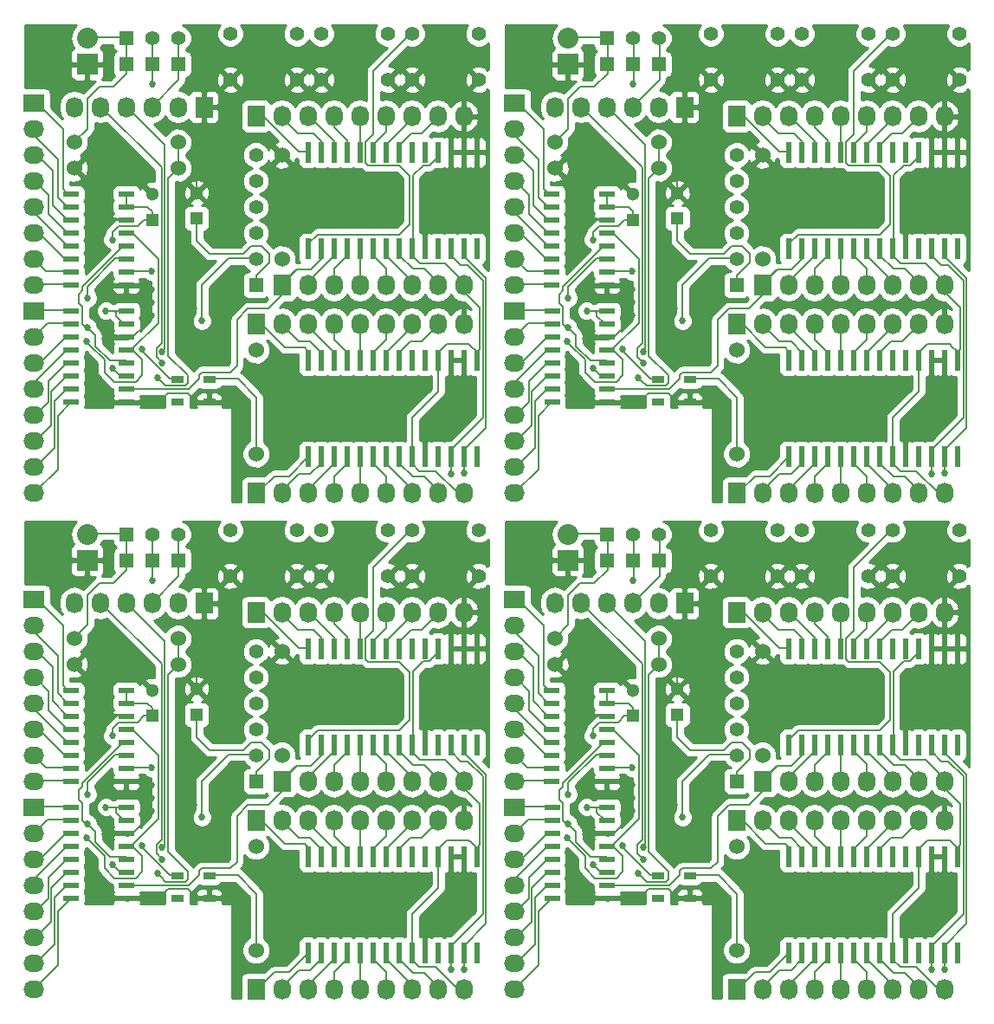
<source format=gtl>
G04 #@! TF.FileFunction,Copper,L1,Top,Signal*
%FSLAX46Y46*%
G04 Gerber Fmt 4.6, Leading zero omitted, Abs format (unit mm)*
G04 Created by KiCad (PCBNEW 4.0.2-stable) date Thursday, August 11, 2016 'pmt' 07:15:48 pm*
%MOMM*%
G01*
G04 APERTURE LIST*
%ADD10C,0.100000*%
%ADD11R,1.727200X2.032000*%
%ADD12O,1.727200X2.032000*%
%ADD13R,1.397000X1.397000*%
%ADD14C,1.397000*%
%ADD15R,2.032000X2.032000*%
%ADD16O,2.032000X2.032000*%
%ADD17C,1.524000*%
%ADD18R,1.300000X1.300000*%
%ADD19C,1.300000*%
%ADD20R,1.500000X0.600000*%
%ADD21R,2.032000X1.727200*%
%ADD22O,2.032000X1.727200*%
%ADD23R,1.300000X0.700000*%
%ADD24R,0.600000X2.000000*%
%ADD25C,0.685800*%
%ADD26C,0.152400*%
%ADD27C,0.254000*%
G04 APERTURE END LIST*
D10*
D11*
X79080200Y-71106000D03*
D12*
X76540200Y-71106000D03*
X74000200Y-71106000D03*
X71460200Y-71106000D03*
X68920200Y-71106000D03*
X66380200Y-71106000D03*
D11*
X32080200Y-71106000D03*
D12*
X29540200Y-71106000D03*
X27000200Y-71106000D03*
X24460200Y-71106000D03*
X21920200Y-71106000D03*
X19380200Y-71106000D03*
D11*
X79080200Y-22606000D03*
D12*
X76540200Y-22606000D03*
X74000200Y-22606000D03*
X71460200Y-22606000D03*
X68920200Y-22606000D03*
X66380200Y-22606000D03*
D13*
X71485600Y-64375000D03*
D14*
X74025600Y-64375000D03*
X76565600Y-64375000D03*
D13*
X24485600Y-64375000D03*
D14*
X27025600Y-64375000D03*
X29565600Y-64375000D03*
D13*
X71485600Y-15875000D03*
D14*
X74025600Y-15875000D03*
X76565600Y-15875000D03*
D13*
X71485600Y-66915000D03*
X74025600Y-66915000D03*
X76565600Y-66915000D03*
X24485600Y-66915000D03*
X27025600Y-66915000D03*
X29565600Y-66915000D03*
X71485600Y-18415000D03*
X74025600Y-18415000D03*
X76565600Y-18415000D03*
D15*
X67675600Y-66915000D03*
D16*
X67675600Y-64375000D03*
D15*
X20675600Y-66915000D03*
D16*
X20675600Y-64375000D03*
D15*
X67675600Y-18415000D03*
D16*
X67675600Y-15875000D03*
D14*
X105940700Y-63939000D03*
X105940700Y-68439000D03*
X99440700Y-63939000D03*
X99440700Y-68439000D03*
X58940700Y-63939000D03*
X58940700Y-68439000D03*
X52440700Y-63939000D03*
X52440700Y-68439000D03*
X105940700Y-15439000D03*
X105940700Y-19939000D03*
X99440700Y-15439000D03*
X99440700Y-19939000D03*
X97050700Y-63939000D03*
X97050700Y-68439000D03*
X90550700Y-63939000D03*
X90550700Y-68439000D03*
X50050700Y-63939000D03*
X50050700Y-68439000D03*
X43550700Y-63939000D03*
X43550700Y-68439000D03*
X97050700Y-15439000D03*
X97050700Y-19939000D03*
X90550700Y-15439000D03*
X90550700Y-19939000D03*
D11*
X84160200Y-71995000D03*
D12*
X86700200Y-71995000D03*
X89240200Y-71995000D03*
X91780200Y-71995000D03*
X94320200Y-71995000D03*
X96860200Y-71995000D03*
X99400200Y-71995000D03*
X101940200Y-71995000D03*
X104480200Y-71995000D03*
D11*
X37160200Y-71995000D03*
D12*
X39700200Y-71995000D03*
X42240200Y-71995000D03*
X44780200Y-71995000D03*
X47320200Y-71995000D03*
X49860200Y-71995000D03*
X52400200Y-71995000D03*
X54940200Y-71995000D03*
X57480200Y-71995000D03*
D11*
X84160200Y-23495000D03*
D12*
X86700200Y-23495000D03*
X89240200Y-23495000D03*
X91780200Y-23495000D03*
X94320200Y-23495000D03*
X96860200Y-23495000D03*
X99400200Y-23495000D03*
X101940200Y-23495000D03*
X104480200Y-23495000D03*
D14*
X88160700Y-63939000D03*
X88160700Y-68439000D03*
X81660700Y-63939000D03*
X81660700Y-68439000D03*
X41160700Y-63939000D03*
X41160700Y-68439000D03*
X34660700Y-63939000D03*
X34660700Y-68439000D03*
X88160700Y-15439000D03*
X88160700Y-19939000D03*
X81660700Y-15439000D03*
X81660700Y-19939000D03*
D17*
X66405600Y-77075000D03*
X76565600Y-77075000D03*
X19405600Y-77075000D03*
X29565600Y-77075000D03*
X66405600Y-28575000D03*
X76565600Y-28575000D03*
D18*
X74000200Y-82115000D03*
D19*
X74000200Y-79615000D03*
D18*
X27000200Y-82115000D03*
D19*
X27000200Y-79615000D03*
D18*
X74000200Y-33615000D03*
D19*
X74000200Y-31115000D03*
D20*
X66085600Y-79615000D03*
X66085600Y-80885000D03*
X66085600Y-82155000D03*
X66085600Y-83425000D03*
X66085600Y-84695000D03*
X66085600Y-85965000D03*
X66085600Y-87235000D03*
X66085600Y-88505000D03*
X71485600Y-88505000D03*
X71485600Y-87235000D03*
X71485600Y-85965000D03*
X71485600Y-84695000D03*
X71485600Y-83425000D03*
X71485600Y-82155000D03*
X71485600Y-80885000D03*
X71485600Y-79615000D03*
X19085600Y-79615000D03*
X19085600Y-80885000D03*
X19085600Y-82155000D03*
X19085600Y-83425000D03*
X19085600Y-84695000D03*
X19085600Y-85965000D03*
X19085600Y-87235000D03*
X19085600Y-88505000D03*
X24485600Y-88505000D03*
X24485600Y-87235000D03*
X24485600Y-85965000D03*
X24485600Y-84695000D03*
X24485600Y-83425000D03*
X24485600Y-82155000D03*
X24485600Y-80885000D03*
X24485600Y-79615000D03*
X66085600Y-31115000D03*
X66085600Y-32385000D03*
X66085600Y-33655000D03*
X66085600Y-34925000D03*
X66085600Y-36195000D03*
X66085600Y-37465000D03*
X66085600Y-38735000D03*
X66085600Y-40005000D03*
X71485600Y-40005000D03*
X71485600Y-38735000D03*
X71485600Y-37465000D03*
X71485600Y-36195000D03*
X71485600Y-34925000D03*
X71485600Y-33655000D03*
X71485600Y-32385000D03*
X71485600Y-31115000D03*
D17*
X66405600Y-74535000D03*
X76565600Y-74535000D03*
X19405600Y-74535000D03*
X29565600Y-74535000D03*
X66405600Y-26035000D03*
X76565600Y-26035000D03*
D21*
X62468600Y-70725000D03*
D22*
X62468600Y-73265000D03*
X62468600Y-75805000D03*
X62468600Y-78345000D03*
X62468600Y-80885000D03*
X62468600Y-83425000D03*
X62468600Y-85965000D03*
X62468600Y-88505000D03*
D21*
X15468600Y-70725000D03*
D22*
X15468600Y-73265000D03*
X15468600Y-75805000D03*
X15468600Y-78345000D03*
X15468600Y-80885000D03*
X15468600Y-83425000D03*
X15468600Y-85965000D03*
X15468600Y-88505000D03*
D21*
X62468600Y-22225000D03*
D22*
X62468600Y-24765000D03*
X62468600Y-27305000D03*
X62468600Y-29845000D03*
X62468600Y-32385000D03*
X62468600Y-34925000D03*
X62468600Y-37465000D03*
X62468600Y-40005000D03*
D18*
X78369000Y-81988000D03*
D19*
X78369000Y-79488000D03*
D18*
X31369000Y-81988000D03*
D19*
X31369000Y-79488000D03*
D18*
X78369000Y-33488000D03*
D19*
X78369000Y-30988000D03*
D23*
X76488200Y-97735000D03*
X76488200Y-99935000D03*
X79588200Y-99935000D03*
X79588200Y-97735000D03*
X29488200Y-97735000D03*
X29488200Y-99935000D03*
X32588200Y-99935000D03*
X32588200Y-97735000D03*
X76488200Y-49235000D03*
X76488200Y-51435000D03*
X79588200Y-51435000D03*
X79588200Y-49235000D03*
D20*
X66118600Y-91045000D03*
X66118600Y-92315000D03*
X66118600Y-93585000D03*
X66118600Y-94855000D03*
X66118600Y-96125000D03*
X66118600Y-97395000D03*
X66118600Y-98665000D03*
X66118600Y-99935000D03*
X71518600Y-99935000D03*
X71518600Y-98665000D03*
X71518600Y-97395000D03*
X71518600Y-96125000D03*
X71518600Y-94855000D03*
X71518600Y-93585000D03*
X71518600Y-92315000D03*
X71518600Y-91045000D03*
X19118600Y-91045000D03*
X19118600Y-92315000D03*
X19118600Y-93585000D03*
X19118600Y-94855000D03*
X19118600Y-96125000D03*
X19118600Y-97395000D03*
X19118600Y-98665000D03*
X19118600Y-99935000D03*
X24518600Y-99935000D03*
X24518600Y-98665000D03*
X24518600Y-97395000D03*
X24518600Y-96125000D03*
X24518600Y-94855000D03*
X24518600Y-93585000D03*
X24518600Y-92315000D03*
X24518600Y-91045000D03*
X66118600Y-42545000D03*
X66118600Y-43815000D03*
X66118600Y-45085000D03*
X66118600Y-46355000D03*
X66118600Y-47625000D03*
X66118600Y-48895000D03*
X66118600Y-50165000D03*
X66118600Y-51435000D03*
X71518600Y-51435000D03*
X71518600Y-50165000D03*
X71518600Y-48895000D03*
X71518600Y-47625000D03*
X71518600Y-46355000D03*
X71518600Y-45085000D03*
X71518600Y-43815000D03*
X71518600Y-42545000D03*
D21*
X62468600Y-91045000D03*
D22*
X62468600Y-93585000D03*
X62468600Y-96125000D03*
X62468600Y-98665000D03*
X62468600Y-101205000D03*
X62468600Y-103745000D03*
X62468600Y-106285000D03*
X62468600Y-108825000D03*
D21*
X15468600Y-91045000D03*
D22*
X15468600Y-93585000D03*
X15468600Y-96125000D03*
X15468600Y-98665000D03*
X15468600Y-101205000D03*
X15468600Y-103745000D03*
X15468600Y-106285000D03*
X15468600Y-108825000D03*
D21*
X62468600Y-42545000D03*
D22*
X62468600Y-45085000D03*
X62468600Y-47625000D03*
X62468600Y-50165000D03*
X62468600Y-52705000D03*
X62468600Y-55245000D03*
X62468600Y-57785000D03*
X62468600Y-60325000D03*
D11*
X84160200Y-108825000D03*
D12*
X86700200Y-108825000D03*
X89240200Y-108825000D03*
X91780200Y-108825000D03*
X94320200Y-108825000D03*
X96860200Y-108825000D03*
X99400200Y-108825000D03*
X101940200Y-108825000D03*
X104480200Y-108825000D03*
D11*
X37160200Y-108825000D03*
D12*
X39700200Y-108825000D03*
X42240200Y-108825000D03*
X44780200Y-108825000D03*
X47320200Y-108825000D03*
X49860200Y-108825000D03*
X52400200Y-108825000D03*
X54940200Y-108825000D03*
X57480200Y-108825000D03*
D11*
X84160200Y-60325000D03*
D12*
X86700200Y-60325000D03*
X89240200Y-60325000D03*
X91780200Y-60325000D03*
X94320200Y-60325000D03*
X96860200Y-60325000D03*
X99400200Y-60325000D03*
X101940200Y-60325000D03*
X104480200Y-60325000D03*
D17*
X84160200Y-94855000D03*
X84160200Y-105015000D03*
X37160200Y-94855000D03*
X37160200Y-105015000D03*
X84160200Y-46355000D03*
X84160200Y-56515000D03*
D24*
X89240200Y-105270000D03*
X90510200Y-105270000D03*
X91780200Y-105270000D03*
X93050200Y-105270000D03*
X94320200Y-105270000D03*
X95590200Y-105270000D03*
X96860200Y-105270000D03*
X98130200Y-105270000D03*
X99400200Y-105270000D03*
X100670200Y-105270000D03*
X101940200Y-105270000D03*
X103210200Y-105270000D03*
X104480200Y-105270000D03*
X105750200Y-105270000D03*
X105750200Y-95870000D03*
X104480200Y-95870000D03*
X103210200Y-95870000D03*
X101940200Y-95870000D03*
X100670200Y-95870000D03*
X99400200Y-95870000D03*
X98130200Y-95870000D03*
X96860200Y-95870000D03*
X95590200Y-95870000D03*
X94320200Y-95870000D03*
X93050200Y-95870000D03*
X91780200Y-95870000D03*
X90510200Y-95870000D03*
X89240200Y-95870000D03*
X42240200Y-105270000D03*
X43510200Y-105270000D03*
X44780200Y-105270000D03*
X46050200Y-105270000D03*
X47320200Y-105270000D03*
X48590200Y-105270000D03*
X49860200Y-105270000D03*
X51130200Y-105270000D03*
X52400200Y-105270000D03*
X53670200Y-105270000D03*
X54940200Y-105270000D03*
X56210200Y-105270000D03*
X57480200Y-105270000D03*
X58750200Y-105270000D03*
X58750200Y-95870000D03*
X57480200Y-95870000D03*
X56210200Y-95870000D03*
X54940200Y-95870000D03*
X53670200Y-95870000D03*
X52400200Y-95870000D03*
X51130200Y-95870000D03*
X49860200Y-95870000D03*
X48590200Y-95870000D03*
X47320200Y-95870000D03*
X46050200Y-95870000D03*
X44780200Y-95870000D03*
X43510200Y-95870000D03*
X42240200Y-95870000D03*
X89240200Y-56770000D03*
X90510200Y-56770000D03*
X91780200Y-56770000D03*
X93050200Y-56770000D03*
X94320200Y-56770000D03*
X95590200Y-56770000D03*
X96860200Y-56770000D03*
X98130200Y-56770000D03*
X99400200Y-56770000D03*
X100670200Y-56770000D03*
X101940200Y-56770000D03*
X103210200Y-56770000D03*
X104480200Y-56770000D03*
X105750200Y-56770000D03*
X105750200Y-47370000D03*
X104480200Y-47370000D03*
X103210200Y-47370000D03*
X101940200Y-47370000D03*
X100670200Y-47370000D03*
X99400200Y-47370000D03*
X98130200Y-47370000D03*
X96860200Y-47370000D03*
X95590200Y-47370000D03*
X94320200Y-47370000D03*
X93050200Y-47370000D03*
X91780200Y-47370000D03*
X90510200Y-47370000D03*
X89240200Y-47370000D03*
D11*
X86700200Y-88505000D03*
D12*
X89240200Y-88505000D03*
X91780200Y-88505000D03*
X94320200Y-88505000D03*
X96860200Y-88505000D03*
X99400200Y-88505000D03*
X101940200Y-88505000D03*
X104480200Y-88505000D03*
D11*
X39700200Y-88505000D03*
D12*
X42240200Y-88505000D03*
X44780200Y-88505000D03*
X47320200Y-88505000D03*
X49860200Y-88505000D03*
X52400200Y-88505000D03*
X54940200Y-88505000D03*
X57480200Y-88505000D03*
D11*
X86700200Y-40005000D03*
D12*
X89240200Y-40005000D03*
X91780200Y-40005000D03*
X94320200Y-40005000D03*
X96860200Y-40005000D03*
X99400200Y-40005000D03*
X101940200Y-40005000D03*
X104480200Y-40005000D03*
D24*
X89240200Y-84950000D03*
X90510200Y-84950000D03*
X91780200Y-84950000D03*
X93050200Y-84950000D03*
X94320200Y-84950000D03*
X95590200Y-84950000D03*
X96860200Y-84950000D03*
X98130200Y-84950000D03*
X99400200Y-84950000D03*
X100670200Y-84950000D03*
X101940200Y-84950000D03*
X103210200Y-84950000D03*
X104480200Y-84950000D03*
X105750200Y-84950000D03*
X105750200Y-75550000D03*
X104480200Y-75550000D03*
X103210200Y-75550000D03*
X101940200Y-75550000D03*
X100670200Y-75550000D03*
X99400200Y-75550000D03*
X98130200Y-75550000D03*
X96860200Y-75550000D03*
X95590200Y-75550000D03*
X94320200Y-75550000D03*
X93050200Y-75550000D03*
X91780200Y-75550000D03*
X90510200Y-75550000D03*
X89240200Y-75550000D03*
X42240200Y-84950000D03*
X43510200Y-84950000D03*
X44780200Y-84950000D03*
X46050200Y-84950000D03*
X47320200Y-84950000D03*
X48590200Y-84950000D03*
X49860200Y-84950000D03*
X51130200Y-84950000D03*
X52400200Y-84950000D03*
X53670200Y-84950000D03*
X54940200Y-84950000D03*
X56210200Y-84950000D03*
X57480200Y-84950000D03*
X58750200Y-84950000D03*
X58750200Y-75550000D03*
X57480200Y-75550000D03*
X56210200Y-75550000D03*
X54940200Y-75550000D03*
X53670200Y-75550000D03*
X52400200Y-75550000D03*
X51130200Y-75550000D03*
X49860200Y-75550000D03*
X48590200Y-75550000D03*
X47320200Y-75550000D03*
X46050200Y-75550000D03*
X44780200Y-75550000D03*
X43510200Y-75550000D03*
X42240200Y-75550000D03*
X89240200Y-36450000D03*
X90510200Y-36450000D03*
X91780200Y-36450000D03*
X93050200Y-36450000D03*
X94320200Y-36450000D03*
X95590200Y-36450000D03*
X96860200Y-36450000D03*
X98130200Y-36450000D03*
X99400200Y-36450000D03*
X100670200Y-36450000D03*
X101940200Y-36450000D03*
X103210200Y-36450000D03*
X104480200Y-36450000D03*
X105750200Y-36450000D03*
X105750200Y-27050000D03*
X104480200Y-27050000D03*
X103210200Y-27050000D03*
X101940200Y-27050000D03*
X100670200Y-27050000D03*
X99400200Y-27050000D03*
X98130200Y-27050000D03*
X96860200Y-27050000D03*
X95590200Y-27050000D03*
X94320200Y-27050000D03*
X93050200Y-27050000D03*
X91780200Y-27050000D03*
X90510200Y-27050000D03*
X89240200Y-27050000D03*
D17*
X86700200Y-85965000D03*
X86700200Y-75805000D03*
X39700200Y-85965000D03*
X39700200Y-75805000D03*
X86700200Y-37465000D03*
X86700200Y-27305000D03*
D11*
X84160200Y-92315000D03*
D12*
X86700200Y-92315000D03*
X89240200Y-92315000D03*
X91780200Y-92315000D03*
X94320200Y-92315000D03*
X96860200Y-92315000D03*
X99400200Y-92315000D03*
X101940200Y-92315000D03*
X104480200Y-92315000D03*
D11*
X37160200Y-92315000D03*
D12*
X39700200Y-92315000D03*
X42240200Y-92315000D03*
X44780200Y-92315000D03*
X47320200Y-92315000D03*
X49860200Y-92315000D03*
X52400200Y-92315000D03*
X54940200Y-92315000D03*
X57480200Y-92315000D03*
D11*
X84160200Y-43815000D03*
D12*
X86700200Y-43815000D03*
X89240200Y-43815000D03*
X91780200Y-43815000D03*
X94320200Y-43815000D03*
X96860200Y-43815000D03*
X99400200Y-43815000D03*
X101940200Y-43815000D03*
X104480200Y-43815000D03*
D13*
X84160200Y-88505000D03*
D14*
X84160200Y-85965000D03*
X84160200Y-83425000D03*
X84160200Y-80885000D03*
X84160200Y-78345000D03*
X84160200Y-75805000D03*
D13*
X37160200Y-88505000D03*
D14*
X37160200Y-85965000D03*
X37160200Y-83425000D03*
X37160200Y-80885000D03*
X37160200Y-78345000D03*
X37160200Y-75805000D03*
D13*
X84160200Y-40005000D03*
D14*
X84160200Y-37465000D03*
X84160200Y-34925000D03*
X84160200Y-32385000D03*
X84160200Y-29845000D03*
X84160200Y-27305000D03*
X58940700Y-15439000D03*
X58940700Y-19939000D03*
X52440700Y-15439000D03*
X52440700Y-19939000D03*
X50050700Y-15439000D03*
X50050700Y-19939000D03*
X43550700Y-15439000D03*
X43550700Y-19939000D03*
D20*
X19118600Y-42545000D03*
X19118600Y-43815000D03*
X19118600Y-45085000D03*
X19118600Y-46355000D03*
X19118600Y-47625000D03*
X19118600Y-48895000D03*
X19118600Y-50165000D03*
X19118600Y-51435000D03*
X24518600Y-51435000D03*
X24518600Y-50165000D03*
X24518600Y-48895000D03*
X24518600Y-47625000D03*
X24518600Y-46355000D03*
X24518600Y-45085000D03*
X24518600Y-43815000D03*
X24518600Y-42545000D03*
X19085600Y-31115000D03*
X19085600Y-32385000D03*
X19085600Y-33655000D03*
X19085600Y-34925000D03*
X19085600Y-36195000D03*
X19085600Y-37465000D03*
X19085600Y-38735000D03*
X19085600Y-40005000D03*
X24485600Y-40005000D03*
X24485600Y-38735000D03*
X24485600Y-37465000D03*
X24485600Y-36195000D03*
X24485600Y-34925000D03*
X24485600Y-33655000D03*
X24485600Y-32385000D03*
X24485600Y-31115000D03*
D13*
X24485600Y-15875000D03*
D14*
X27025600Y-15875000D03*
X29565600Y-15875000D03*
D13*
X37160200Y-40005000D03*
D14*
X37160200Y-37465000D03*
X37160200Y-34925000D03*
X37160200Y-32385000D03*
X37160200Y-29845000D03*
X37160200Y-27305000D03*
D17*
X19405600Y-26035000D03*
X29565600Y-26035000D03*
X37160200Y-46355000D03*
X37160200Y-56515000D03*
D11*
X37160200Y-60325000D03*
D12*
X39700200Y-60325000D03*
X42240200Y-60325000D03*
X44780200Y-60325000D03*
X47320200Y-60325000D03*
X49860200Y-60325000D03*
X52400200Y-60325000D03*
X54940200Y-60325000D03*
X57480200Y-60325000D03*
D11*
X37160200Y-43815000D03*
D12*
X39700200Y-43815000D03*
X42240200Y-43815000D03*
X44780200Y-43815000D03*
X47320200Y-43815000D03*
X49860200Y-43815000D03*
X52400200Y-43815000D03*
X54940200Y-43815000D03*
X57480200Y-43815000D03*
D11*
X39700200Y-40005000D03*
D12*
X42240200Y-40005000D03*
X44780200Y-40005000D03*
X47320200Y-40005000D03*
X49860200Y-40005000D03*
X52400200Y-40005000D03*
X54940200Y-40005000D03*
X57480200Y-40005000D03*
D11*
X37160200Y-23495000D03*
D12*
X39700200Y-23495000D03*
X42240200Y-23495000D03*
X44780200Y-23495000D03*
X47320200Y-23495000D03*
X49860200Y-23495000D03*
X52400200Y-23495000D03*
X54940200Y-23495000D03*
X57480200Y-23495000D03*
D21*
X15468600Y-42545000D03*
D22*
X15468600Y-45085000D03*
X15468600Y-47625000D03*
X15468600Y-50165000D03*
X15468600Y-52705000D03*
X15468600Y-55245000D03*
X15468600Y-57785000D03*
X15468600Y-60325000D03*
D21*
X15468600Y-22225000D03*
D22*
X15468600Y-24765000D03*
X15468600Y-27305000D03*
X15468600Y-29845000D03*
X15468600Y-32385000D03*
X15468600Y-34925000D03*
X15468600Y-37465000D03*
X15468600Y-40005000D03*
D23*
X29488200Y-49235000D03*
X29488200Y-51435000D03*
X32588200Y-51435000D03*
X32588200Y-49235000D03*
D13*
X24485600Y-18415000D03*
X27025600Y-18415000D03*
X29565600Y-18415000D03*
D17*
X39700200Y-37465000D03*
X39700200Y-27305000D03*
D11*
X32080200Y-22606000D03*
D12*
X29540200Y-22606000D03*
X27000200Y-22606000D03*
X24460200Y-22606000D03*
X21920200Y-22606000D03*
X19380200Y-22606000D03*
D17*
X19405600Y-28575000D03*
X29565600Y-28575000D03*
D24*
X42240200Y-56770000D03*
X43510200Y-56770000D03*
X44780200Y-56770000D03*
X46050200Y-56770000D03*
X47320200Y-56770000D03*
X48590200Y-56770000D03*
X49860200Y-56770000D03*
X51130200Y-56770000D03*
X52400200Y-56770000D03*
X53670200Y-56770000D03*
X54940200Y-56770000D03*
X56210200Y-56770000D03*
X57480200Y-56770000D03*
X58750200Y-56770000D03*
X58750200Y-47370000D03*
X57480200Y-47370000D03*
X56210200Y-47370000D03*
X54940200Y-47370000D03*
X53670200Y-47370000D03*
X52400200Y-47370000D03*
X51130200Y-47370000D03*
X49860200Y-47370000D03*
X48590200Y-47370000D03*
X47320200Y-47370000D03*
X46050200Y-47370000D03*
X44780200Y-47370000D03*
X43510200Y-47370000D03*
X42240200Y-47370000D03*
D18*
X27000200Y-33615000D03*
D19*
X27000200Y-31115000D03*
D14*
X41160700Y-15439000D03*
X41160700Y-19939000D03*
X34660700Y-15439000D03*
X34660700Y-19939000D03*
D18*
X31369000Y-33488000D03*
D19*
X31369000Y-30988000D03*
D24*
X42240200Y-36450000D03*
X43510200Y-36450000D03*
X44780200Y-36450000D03*
X46050200Y-36450000D03*
X47320200Y-36450000D03*
X48590200Y-36450000D03*
X49860200Y-36450000D03*
X51130200Y-36450000D03*
X52400200Y-36450000D03*
X53670200Y-36450000D03*
X54940200Y-36450000D03*
X56210200Y-36450000D03*
X57480200Y-36450000D03*
X58750200Y-36450000D03*
X58750200Y-27050000D03*
X57480200Y-27050000D03*
X56210200Y-27050000D03*
X54940200Y-27050000D03*
X53670200Y-27050000D03*
X52400200Y-27050000D03*
X51130200Y-27050000D03*
X49860200Y-27050000D03*
X48590200Y-27050000D03*
X47320200Y-27050000D03*
X46050200Y-27050000D03*
X44780200Y-27050000D03*
X43510200Y-27050000D03*
X42240200Y-27050000D03*
D15*
X20675600Y-18415000D03*
D16*
X20675600Y-15875000D03*
D25*
X80527998Y-84441000D03*
X33527998Y-84441000D03*
X80527998Y-35941000D03*
X82814000Y-89902000D03*
X35814000Y-89902000D03*
X82814000Y-41402000D03*
X88021000Y-90537000D03*
X41021000Y-90537000D03*
X88021000Y-42037000D03*
X87640000Y-84187002D03*
X40640000Y-84187002D03*
X87640000Y-35687002D03*
X82179000Y-84441000D03*
X35179000Y-84441000D03*
X82179000Y-35941000D03*
X76591000Y-88378000D03*
X29591000Y-88378000D03*
X76591000Y-39878000D03*
X76591000Y-92569000D03*
X29591000Y-92569000D03*
X76591000Y-44069000D03*
X78115000Y-90791000D03*
X31115000Y-90791000D03*
X78115000Y-42291000D03*
X76591000Y-90791000D03*
X29591000Y-90791000D03*
X76591000Y-42291000D03*
X76591000Y-85076000D03*
X29591000Y-85076000D03*
X76591000Y-36576000D03*
X76591004Y-86727000D03*
X29591004Y-86727000D03*
X76591004Y-38227000D03*
X77861000Y-86727002D03*
X30861000Y-86727002D03*
X77861000Y-38227002D03*
X77861000Y-85076000D03*
X30861000Y-85076000D03*
X77861000Y-36576000D03*
X77861000Y-88378000D03*
X30861000Y-88378000D03*
X77861000Y-39878000D03*
X73924000Y-91426000D03*
X26924000Y-91426000D03*
X73924000Y-42926000D03*
X73924000Y-90156002D03*
X26924000Y-90156002D03*
X73924000Y-41656002D03*
X72019000Y-89775000D03*
X25019000Y-89775000D03*
X72019000Y-41275000D03*
X73924008Y-88886000D03*
X26924008Y-88886000D03*
X73924008Y-40386000D03*
X92212000Y-100316000D03*
X45212000Y-100316000D03*
X92212000Y-51816000D03*
X92212000Y-102475000D03*
X45212000Y-102475000D03*
X92212000Y-53975000D03*
X94879000Y-102475000D03*
X47879000Y-102475000D03*
X94879000Y-53975000D03*
X94879000Y-100316002D03*
X47879000Y-100316002D03*
X94879000Y-51816002D03*
X94879000Y-98157000D03*
X47879000Y-98157000D03*
X94879000Y-49657000D03*
X104403998Y-90537000D03*
X57403998Y-90537000D03*
X104403998Y-42037000D03*
X103261000Y-98157000D03*
X56261000Y-98157000D03*
X103261000Y-49657000D03*
X99959000Y-98157000D03*
X52959000Y-98157000D03*
X99959000Y-49657000D03*
X98181000Y-90537000D03*
X51181000Y-90537000D03*
X98181000Y-42037000D03*
X105166002Y-98157000D03*
X58166002Y-98157000D03*
X105166002Y-49657000D03*
X100975000Y-102475000D03*
X53975000Y-102475000D03*
X100975000Y-53975000D03*
X103260998Y-102475000D03*
X56260998Y-102475000D03*
X103260998Y-53975000D03*
X103261000Y-100316000D03*
X56261000Y-100316000D03*
X103261000Y-51816000D03*
X97546000Y-100316000D03*
X50546000Y-100316000D03*
X97546000Y-51816000D03*
X97546000Y-102475000D03*
X50546000Y-102475000D03*
X97546000Y-53975000D03*
X105166000Y-100316000D03*
X58166000Y-100316000D03*
X105166000Y-51816000D03*
X86370000Y-100316000D03*
X39370000Y-100316000D03*
X86370000Y-51816000D03*
X86370000Y-102475000D03*
X39370000Y-102475000D03*
X86370000Y-53975000D03*
X86370000Y-104634000D03*
X39370000Y-104634000D03*
X86370000Y-56134000D03*
X89291000Y-100316000D03*
X42291000Y-100316000D03*
X89291000Y-51816000D03*
X89291000Y-102475000D03*
X42291000Y-102475000D03*
X89291000Y-53975000D03*
X97546000Y-98157000D03*
X50546000Y-98157000D03*
X97546000Y-49657000D03*
X93101000Y-90537000D03*
X46101000Y-90537000D03*
X93101000Y-42037000D03*
X89291000Y-98157000D03*
X42291000Y-98157000D03*
X89291000Y-49657000D03*
X92212000Y-98157000D03*
X45212000Y-98157000D03*
X92212000Y-49657000D03*
X86370000Y-95871000D03*
X39370000Y-95871000D03*
X86370000Y-47371000D03*
X84465000Y-97141000D03*
X37465000Y-97141000D03*
X84465000Y-48641000D03*
X86370000Y-98157000D03*
X39370000Y-98157000D03*
X86370000Y-49657000D03*
X101737000Y-78091000D03*
X54737000Y-78091000D03*
X101737000Y-29591000D03*
X101737000Y-82155000D03*
X54737000Y-82155000D03*
X101737000Y-33655000D03*
X97546000Y-82155000D03*
X50546000Y-82155000D03*
X97546000Y-33655000D03*
X97546000Y-79996000D03*
X50546000Y-79996000D03*
X97546000Y-31496000D03*
X97546000Y-78091000D03*
X50546000Y-78091000D03*
X97546000Y-29591000D03*
X101737000Y-79996000D03*
X54737000Y-79996000D03*
X101737000Y-31496000D03*
X106435998Y-73519000D03*
X59435998Y-73519000D03*
X106435998Y-25019000D03*
X103261000Y-73519000D03*
X56261000Y-73519000D03*
X103261000Y-25019000D03*
X105801000Y-78091000D03*
X58801000Y-78091000D03*
X105801000Y-29591000D03*
X103769000Y-78091000D03*
X56769000Y-78091000D03*
X103769000Y-29591000D03*
X105801000Y-82155000D03*
X58801000Y-82155000D03*
X105801000Y-33655000D03*
X105801000Y-79996000D03*
X58801000Y-79996000D03*
X105801000Y-31496000D03*
X103769000Y-82155000D03*
X56769000Y-82155000D03*
X103769000Y-33655000D03*
X103769000Y-79996000D03*
X56769000Y-79996000D03*
X103769000Y-31496000D03*
X101737000Y-69582002D03*
X54737000Y-69582002D03*
X101737000Y-21082002D03*
X103769000Y-69582000D03*
X56769000Y-69582000D03*
X103769000Y-21082000D03*
X106436000Y-71994994D03*
X59436000Y-71994994D03*
X106436000Y-23494994D03*
X106435998Y-70471000D03*
X59435998Y-70471000D03*
X106435998Y-21971000D03*
X103769000Y-64121000D03*
X56769000Y-64121000D03*
X103769000Y-15621000D03*
X103769000Y-65899000D03*
X56769000Y-65899000D03*
X103769000Y-17399000D03*
X101737000Y-65899000D03*
X54737000Y-65899000D03*
X101737000Y-17399000D03*
X103769000Y-67677000D03*
X56769000Y-67677000D03*
X103769000Y-19177000D03*
X105801004Y-65899000D03*
X58801004Y-65899000D03*
X105801004Y-17399000D03*
X101737000Y-67677000D03*
X54737000Y-67677000D03*
X101737000Y-19177000D03*
X101737000Y-64121000D03*
X54737000Y-64121000D03*
X101737000Y-15621000D03*
X99705000Y-65899000D03*
X52705000Y-65899000D03*
X99705000Y-17399000D03*
X98308004Y-67042000D03*
X51308004Y-67042000D03*
X98308004Y-18542000D03*
X98308000Y-70090000D03*
X51308000Y-70090000D03*
X98308000Y-21590000D03*
X91069000Y-77583000D03*
X44069000Y-77583000D03*
X91069000Y-29083000D03*
X95387000Y-82155000D03*
X48387000Y-82155000D03*
X95387000Y-33655000D03*
X95387000Y-79996000D03*
X48387000Y-79996000D03*
X95387000Y-31496000D03*
X92974000Y-82155000D03*
X45974000Y-82155000D03*
X92974000Y-33655000D03*
X92974000Y-79996000D03*
X45974000Y-79996000D03*
X92974000Y-31496000D03*
X90561000Y-82155000D03*
X43561000Y-82155000D03*
X90561000Y-33655000D03*
X95387000Y-78091000D03*
X48387000Y-78091000D03*
X95387000Y-29591000D03*
X94371000Y-69836000D03*
X47371000Y-69836000D03*
X94371000Y-21336000D03*
X92847000Y-64121000D03*
X45847000Y-64121000D03*
X92847000Y-15621000D03*
X94879000Y-66026000D03*
X47879000Y-66026000D03*
X94879000Y-17526000D03*
X94879000Y-64121000D03*
X47879000Y-64121000D03*
X94879000Y-15621000D03*
X90561000Y-66026000D03*
X43561000Y-66026000D03*
X90561000Y-17526000D03*
X94371000Y-67931000D03*
X47371000Y-67931000D03*
X94371000Y-19431000D03*
X91831000Y-69836000D03*
X44831000Y-69836000D03*
X91831000Y-21336000D03*
X81925000Y-70725000D03*
X34925000Y-70725000D03*
X81925000Y-22225000D03*
X89291000Y-69836000D03*
X42291000Y-69836000D03*
X89291000Y-21336000D03*
X81925000Y-72630000D03*
X34925000Y-72630000D03*
X81925000Y-24130000D03*
X84084000Y-74027000D03*
X37084000Y-74027000D03*
X84084000Y-25527000D03*
X86242992Y-69709000D03*
X39242992Y-69709000D03*
X86242992Y-21209000D03*
X84084000Y-69709002D03*
X37084000Y-69709002D03*
X84084000Y-21209002D03*
X80528000Y-79615000D03*
X33528000Y-79615000D03*
X80528000Y-31115000D03*
X81925000Y-80630998D03*
X34925000Y-80630998D03*
X81925000Y-32130998D03*
X80528000Y-81520000D03*
X33528000Y-81520000D03*
X80528000Y-33020000D03*
X76591002Y-79107000D03*
X29591002Y-79107000D03*
X76591002Y-30607000D03*
X76591004Y-80885000D03*
X29591004Y-80885000D03*
X76591004Y-32385000D03*
X85735002Y-77583000D03*
X38735002Y-77583000D03*
X85735002Y-29083000D03*
X89290996Y-77583000D03*
X42290996Y-77583000D03*
X89290996Y-29083000D03*
X87513000Y-79234000D03*
X40513000Y-79234000D03*
X87513000Y-30734000D03*
X87386000Y-80885000D03*
X40386000Y-80885000D03*
X87386000Y-32385000D03*
X85735000Y-79487996D03*
X38735000Y-79487996D03*
X85735000Y-30987996D03*
X85862000Y-82282000D03*
X38862000Y-82282000D03*
X85862000Y-33782000D03*
X89291000Y-79234000D03*
X42291000Y-79234000D03*
X89291000Y-30734000D03*
X87513000Y-77583002D03*
X40513000Y-77583002D03*
X87513000Y-29083002D03*
X77480000Y-69201000D03*
X30480000Y-69201000D03*
X77480000Y-20701000D03*
X79004000Y-68312000D03*
X32004000Y-68312000D03*
X79004000Y-19812000D03*
X79004000Y-63740000D03*
X32004000Y-63740000D03*
X79004000Y-15240000D03*
X79004000Y-65264000D03*
X32004000Y-65264000D03*
X79004000Y-16764000D03*
X79003992Y-66788000D03*
X32003992Y-66788000D03*
X79003992Y-18288000D03*
X86243000Y-64121004D03*
X39243000Y-64121004D03*
X86243000Y-15621004D03*
X84084000Y-66026000D03*
X37084000Y-66026000D03*
X84084000Y-17526000D03*
X84083998Y-67931000D03*
X37083998Y-67931000D03*
X84083998Y-19431000D03*
X84083996Y-64121000D03*
X37083996Y-64121000D03*
X84083996Y-15621000D03*
X86243002Y-66026000D03*
X39243002Y-66026000D03*
X86243002Y-17526000D03*
X86243000Y-67931004D03*
X39243000Y-67931004D03*
X86243000Y-19431004D03*
X82052000Y-66026000D03*
X35052000Y-66026000D03*
X82052000Y-17526000D03*
X88402012Y-66026000D03*
X41402012Y-66026000D03*
X88402012Y-17526000D03*
X73924002Y-77837000D03*
X26924002Y-77837000D03*
X73924002Y-29337000D03*
X75194000Y-73011000D03*
X28194000Y-73011000D03*
X75194000Y-24511000D03*
X79004000Y-73900000D03*
X32004000Y-73900000D03*
X79004000Y-25400000D03*
X79004000Y-77583000D03*
X32004000Y-77583000D03*
X79004000Y-29083000D03*
X81925000Y-76694000D03*
X34925000Y-76694000D03*
X81925000Y-28194000D03*
X77480004Y-73011000D03*
X30480004Y-73011000D03*
X77480004Y-24511000D03*
X81925000Y-74534996D03*
X34925000Y-74534996D03*
X81925000Y-26034996D03*
X79004000Y-75678000D03*
X32004000Y-75678000D03*
X79004000Y-27178000D03*
X68336000Y-75169996D03*
X21336000Y-75169996D03*
X68336000Y-26669996D03*
X71511000Y-77075000D03*
X24511000Y-77075000D03*
X71511000Y-28575000D03*
X69860002Y-77075000D03*
X22860002Y-77075000D03*
X69860002Y-28575000D03*
X69860000Y-73392000D03*
X22860000Y-73392000D03*
X69860000Y-24892000D03*
X71511000Y-75170000D03*
X24511000Y-75170000D03*
X71511000Y-26670000D03*
X69860000Y-75170000D03*
X22860000Y-75170000D03*
X69860000Y-26670000D03*
X68336002Y-77075000D03*
X21336002Y-77075000D03*
X68336002Y-28575000D03*
X68336000Y-78853000D03*
X21336000Y-78853000D03*
X68336000Y-30353000D03*
X62113000Y-66788000D03*
X15113000Y-66788000D03*
X62113000Y-18288000D03*
X62112996Y-68566000D03*
X15112996Y-68566000D03*
X62112996Y-20066000D03*
X63891000Y-68566000D03*
X16891000Y-68566000D03*
X63891000Y-20066000D03*
X64653000Y-70343994D03*
X17653000Y-70343994D03*
X64653000Y-21843994D03*
X63891000Y-66788000D03*
X16891000Y-66788000D03*
X63891000Y-18288000D03*
X62113000Y-63613000D03*
X15113000Y-63613000D03*
X62113000Y-15113000D03*
X62113004Y-65264000D03*
X15113004Y-65264000D03*
X62113004Y-16764000D03*
X65669000Y-65264000D03*
X18669000Y-65264000D03*
X65669000Y-16764000D03*
X63891000Y-63613000D03*
X16891000Y-63613000D03*
X63891000Y-15113000D03*
X65669002Y-63613000D03*
X18669002Y-63613000D03*
X65669002Y-15113000D03*
X63891000Y-65264000D03*
X16891000Y-65264000D03*
X63891000Y-16764000D03*
X65669000Y-66788000D03*
X18669000Y-66788000D03*
X65669000Y-18288000D03*
X69733000Y-65518000D03*
X22733000Y-65518000D03*
X69733000Y-17018000D03*
X65669000Y-68566000D03*
X18669000Y-68566000D03*
X65669000Y-20066000D03*
X69733000Y-67931000D03*
X22733000Y-67931000D03*
X69733000Y-19431000D03*
X69733000Y-66788000D03*
X22733000Y-66788000D03*
X69733000Y-18288000D03*
X67320000Y-69074000D03*
X20320000Y-69074000D03*
X67320000Y-20574000D03*
X67828000Y-100189000D03*
X20828000Y-100189000D03*
X67828000Y-51689000D03*
X69860000Y-100189000D03*
X22860000Y-100189000D03*
X69860000Y-51689000D03*
X74813000Y-100189000D03*
X27813000Y-100189000D03*
X74813000Y-51689000D03*
X68844000Y-100189000D03*
X21844000Y-100189000D03*
X68844000Y-51689000D03*
X77988016Y-100189000D03*
X30988016Y-100189000D03*
X77988016Y-51689000D03*
X73543012Y-100189000D03*
X26543012Y-100189000D03*
X73543012Y-51689000D03*
X67828002Y-84060000D03*
X20828002Y-84060000D03*
X67828002Y-35560000D03*
X68971000Y-85203000D03*
X21971000Y-85203000D03*
X68971000Y-36703000D03*
X67828000Y-86345994D03*
X20828000Y-86345994D03*
X67828000Y-37845994D03*
X78115000Y-94474000D03*
X31115000Y-94474000D03*
X78115000Y-45974000D03*
X78115000Y-96252000D03*
X31115000Y-96252000D03*
X78115000Y-47752000D03*
X76591000Y-94474000D03*
X29591000Y-94474000D03*
X76591000Y-45974000D03*
X69606001Y-89267000D03*
X22606001Y-89267000D03*
X69606001Y-40767000D03*
X69733000Y-87997000D03*
X22733000Y-87997000D03*
X69733000Y-39497000D03*
X70749000Y-89775000D03*
X23749000Y-89775000D03*
X70749000Y-41275000D03*
X69352000Y-93711998D03*
X22352000Y-93711998D03*
X69352000Y-45211998D03*
X68970996Y-97903000D03*
X21970996Y-97903000D03*
X68970996Y-49403000D03*
X67828000Y-95617004D03*
X20828000Y-95617004D03*
X67828000Y-47117004D03*
X68208992Y-96887000D03*
X21208992Y-96887000D03*
X68208992Y-48387000D03*
X68844004Y-92442000D03*
X21844004Y-92442000D03*
X68844004Y-43942000D03*
X30480000Y-20701000D03*
X30988016Y-51689000D03*
X15113000Y-15113000D03*
X15113000Y-18288000D03*
X18669002Y-15113000D03*
X47371000Y-21336000D03*
X47371000Y-19431000D03*
X15113004Y-16764000D03*
X18669000Y-18288000D03*
X18669000Y-16764000D03*
X16891000Y-16764000D03*
X16891000Y-18288000D03*
X16891000Y-20066000D03*
X16891000Y-15113000D03*
X15112996Y-20066000D03*
X18669000Y-20066000D03*
X20320000Y-20574000D03*
X17653000Y-21843994D03*
X20828000Y-51689000D03*
X26924000Y-42926000D03*
X26924008Y-40386000D03*
X26924000Y-41656002D03*
X25019000Y-41275000D03*
X23749000Y-41275000D03*
X21844000Y-51689000D03*
X22860000Y-51689000D03*
X26543012Y-51689000D03*
X27813000Y-51689000D03*
X26924002Y-29337000D03*
X32004000Y-19812000D03*
X32003992Y-18288000D03*
X32004000Y-16764000D03*
X32004000Y-15240000D03*
X34925000Y-22225000D03*
X34925000Y-28194000D03*
X37084000Y-25527000D03*
X34925000Y-26034996D03*
X34925000Y-24130000D03*
X39243000Y-15621004D03*
X37083996Y-15621000D03*
X39243000Y-19431004D03*
X37083998Y-19431000D03*
X39242992Y-21209000D03*
X37084000Y-21209002D03*
X37084000Y-17526000D03*
X39243002Y-17526000D03*
X35052000Y-17526000D03*
X41402012Y-17526000D03*
X43561000Y-17526000D03*
X30480004Y-24511000D03*
X28194000Y-24511000D03*
X32004000Y-25400000D03*
X32004000Y-29083000D03*
X32004000Y-27178000D03*
X33527998Y-35941000D03*
X35179000Y-35941000D03*
X33528000Y-31115000D03*
X34925000Y-32130998D03*
X33528000Y-33020000D03*
X29591002Y-30607000D03*
X29591004Y-32385000D03*
X21336000Y-26669996D03*
X22860000Y-26670000D03*
X24511000Y-26670000D03*
X24511000Y-28575000D03*
X22860002Y-28575000D03*
X21336002Y-28575000D03*
X21336000Y-30353000D03*
X22860000Y-24892000D03*
X20828002Y-35560000D03*
X20828000Y-37845994D03*
X21971000Y-36703000D03*
X29591000Y-36576000D03*
X30861000Y-36576000D03*
X30861000Y-38227002D03*
X29591004Y-38227000D03*
X29591000Y-39878000D03*
X30861000Y-39878000D03*
X29591000Y-42291000D03*
X38735002Y-29083000D03*
X40513000Y-29083002D03*
X42290996Y-29083000D03*
X44069000Y-29083000D03*
X42291000Y-30734000D03*
X40386000Y-32385000D03*
X40513000Y-30734000D03*
X38735000Y-30987996D03*
X38862000Y-33782000D03*
X45847000Y-15621000D03*
X47879000Y-17526000D03*
X47879000Y-15621000D03*
X56769000Y-15621000D03*
X56769000Y-17399000D03*
X54737000Y-17399000D03*
X54737000Y-15621000D03*
X52705000Y-17399000D03*
X54737000Y-19177000D03*
X56769000Y-19177000D03*
X58801004Y-17399000D03*
X54737000Y-21082002D03*
X56769000Y-21082000D03*
X59436000Y-23494994D03*
X42291000Y-21336000D03*
X44831000Y-21336000D03*
X51308000Y-21590000D03*
X51308004Y-18542000D03*
X59435998Y-25019000D03*
X59435998Y-21971000D03*
X56261000Y-25019000D03*
X58801000Y-29591000D03*
X56769000Y-29591000D03*
X54737000Y-29591000D03*
X54737000Y-31496000D03*
X56769000Y-31496000D03*
X58801000Y-31496000D03*
X58801000Y-33655000D03*
X56769000Y-33655000D03*
X54737000Y-33655000D03*
X50546000Y-33655000D03*
X50546000Y-31496000D03*
X50546000Y-29591000D03*
X48387000Y-29591000D03*
X48387000Y-31496000D03*
X48387000Y-33655000D03*
X45974000Y-33655000D03*
X45974000Y-31496000D03*
X43561000Y-33655000D03*
X40640000Y-35687002D03*
X57403998Y-42037000D03*
X58166002Y-49657000D03*
X56261000Y-49657000D03*
X56260998Y-53975000D03*
X56261000Y-51816000D03*
X58166000Y-51816000D03*
X50546000Y-49657000D03*
X47879000Y-49657000D03*
X45212000Y-49657000D03*
X42291000Y-49657000D03*
X39370000Y-49657000D03*
X39370000Y-47371000D03*
X37465000Y-48641000D03*
X39370000Y-51816000D03*
X47879000Y-53975000D03*
X45212000Y-53975000D03*
X42291000Y-53975000D03*
X39370000Y-53975000D03*
X39370000Y-56134000D03*
X42291000Y-51816000D03*
X45212000Y-51816000D03*
X47879000Y-51816002D03*
X50546000Y-51816000D03*
X50546000Y-53975000D03*
X52959000Y-49657000D03*
X53975000Y-53975000D03*
X29591000Y-45974000D03*
X31115000Y-45974000D03*
X31115000Y-47752000D03*
X31115000Y-42291000D03*
X29591000Y-44069000D03*
X22606001Y-40767000D03*
X22352000Y-45211998D03*
X21844004Y-43942000D03*
X22733000Y-39497000D03*
X21208992Y-48387000D03*
X20828000Y-47117004D03*
X21970996Y-49403000D03*
X35814000Y-41402000D03*
X41021000Y-42037000D03*
X51181000Y-42037000D03*
X46101000Y-42037000D03*
X22733000Y-18288000D03*
X22733000Y-17018000D03*
X22733000Y-19431000D03*
X74559000Y-97522000D03*
X27559000Y-97522000D03*
X74559000Y-49022000D03*
X27559000Y-49022000D03*
X70113996Y-84060000D03*
X23113996Y-84060000D03*
X70113996Y-35560000D03*
X69502122Y-91021884D03*
X22502122Y-91021884D03*
X69502122Y-42521884D03*
X23113996Y-35560000D03*
X22502122Y-42521884D03*
X75003488Y-94982000D03*
X28003488Y-94982000D03*
X75003488Y-46482000D03*
X28003488Y-46482000D03*
X75003490Y-96125000D03*
X28003490Y-96125000D03*
X75003490Y-47625000D03*
X28003490Y-47625000D03*
X74051000Y-68883500D03*
X27051000Y-68883500D03*
X74051000Y-20383500D03*
X73035000Y-94791500D03*
X26035000Y-94791500D03*
X73035000Y-46291500D03*
X27051000Y-20383500D03*
X26035000Y-46291500D03*
X73924008Y-87171500D03*
X26924008Y-87171500D03*
X73924008Y-38671500D03*
X26924008Y-38671500D03*
X78877000Y-91997500D03*
X31877000Y-91997500D03*
X78877000Y-43497500D03*
X31877000Y-43497500D03*
X67701000Y-89775000D03*
X20701000Y-89775000D03*
X67701000Y-41275000D03*
X70143478Y-96633010D03*
X23143478Y-96633010D03*
X70143478Y-48133010D03*
X23143478Y-48133010D03*
X20701000Y-41275000D03*
X67701002Y-92632500D03*
X20701002Y-92632500D03*
X67701002Y-44132500D03*
X20701002Y-44132500D03*
X67610848Y-94046848D03*
X20610848Y-94046848D03*
X67610848Y-45546848D03*
X20610848Y-45546848D03*
X103261000Y-106920000D03*
X56261000Y-106920000D03*
X103261000Y-58420000D03*
X56261000Y-58420000D03*
X104531000Y-106856500D03*
X57531000Y-106856500D03*
X104531000Y-58356500D03*
X57531000Y-58356500D03*
D26*
X82433000Y-99935000D02*
X82433000Y-105904000D01*
X35433000Y-99935000D02*
X35433000Y-105904000D01*
X82433000Y-51435000D02*
X82433000Y-57404000D01*
X86370000Y-102475000D02*
X86370000Y-104634000D01*
X39370000Y-102475000D02*
X39370000Y-104634000D01*
X86370000Y-53975000D02*
X86370000Y-56134000D01*
X86027101Y-105230899D02*
X86027101Y-104976899D01*
X39027101Y-105230899D02*
X39027101Y-104976899D01*
X86027101Y-56730899D02*
X86027101Y-56476899D01*
X82433000Y-105904000D02*
X83322000Y-106793000D01*
X35433000Y-105904000D02*
X36322000Y-106793000D01*
X82433000Y-57404000D02*
X83322000Y-58293000D01*
X84719000Y-106793000D02*
X84846000Y-106666000D01*
X37719000Y-106793000D02*
X37846000Y-106666000D01*
X84719000Y-58293000D02*
X84846000Y-58166000D01*
X83322000Y-106793000D02*
X84719000Y-106793000D01*
X36322000Y-106793000D02*
X37719000Y-106793000D01*
X83322000Y-58293000D02*
X84719000Y-58293000D01*
X84719000Y-106793000D02*
X84846000Y-106793000D01*
X37719000Y-106793000D02*
X37846000Y-106793000D01*
X84719000Y-58293000D02*
X84846000Y-58293000D01*
X84846000Y-106666000D02*
X84846000Y-106412000D01*
X37846000Y-106666000D02*
X37846000Y-106412000D01*
X84846000Y-58166000D02*
X84846000Y-57912000D01*
X89164000Y-98157000D02*
X86370000Y-98157000D01*
X42164000Y-98157000D02*
X39370000Y-98157000D01*
X89164000Y-49657000D02*
X86370000Y-49657000D01*
X86370000Y-95871000D02*
X85735000Y-95871000D01*
X39370000Y-95871000D02*
X38735000Y-95871000D01*
X86370000Y-47371000D02*
X85735000Y-47371000D01*
X92085000Y-100316000D02*
X92085002Y-100316002D01*
X45085000Y-100316000D02*
X45085002Y-100316002D01*
X92085000Y-51816000D02*
X92085002Y-51816002D01*
X89164000Y-102475000D02*
X86370000Y-102475000D01*
X42164000Y-102475000D02*
X39370000Y-102475000D01*
X89164000Y-53975000D02*
X86370000Y-53975000D01*
X86370000Y-100316000D02*
X89164000Y-100316000D01*
X39370000Y-100316000D02*
X42164000Y-100316000D01*
X86370000Y-51816000D02*
X89164000Y-51816000D01*
X86370000Y-100316000D02*
X86370000Y-98157000D01*
X39370000Y-100316000D02*
X39370000Y-98157000D01*
X86370000Y-51816000D02*
X86370000Y-49657000D01*
X85735000Y-95871000D02*
X84465000Y-97141000D01*
X38735000Y-95871000D02*
X37465000Y-97141000D01*
X85735000Y-47371000D02*
X84465000Y-48641000D01*
X86370000Y-104634000D02*
X86027101Y-104976899D01*
X39370000Y-104634000D02*
X39027101Y-104976899D01*
X86370000Y-56134000D02*
X86027101Y-56476899D01*
X86027101Y-105484899D02*
X85608000Y-105904000D01*
X39027101Y-105484899D02*
X38608000Y-105904000D01*
X86027101Y-56984899D02*
X85608000Y-57404000D01*
X85608000Y-105904000D02*
X85989000Y-105523000D01*
X38608000Y-105904000D02*
X38989000Y-105523000D01*
X85608000Y-57404000D02*
X85989000Y-57023000D01*
X86027101Y-104976899D02*
X86027101Y-105484899D01*
X39027101Y-104976899D02*
X39027101Y-105484899D01*
X86027101Y-56476899D02*
X86027101Y-56984899D01*
X84846000Y-106666000D02*
X85608000Y-105904000D01*
X37846000Y-106666000D02*
X38608000Y-105904000D01*
X84846000Y-58166000D02*
X85608000Y-57404000D01*
X103261000Y-99427000D02*
X103261000Y-99808000D01*
X56261000Y-99427000D02*
X56261000Y-99808000D01*
X103261000Y-50927000D02*
X103261000Y-51308000D01*
X103261000Y-99427000D02*
X103642000Y-99427000D01*
X56261000Y-99427000D02*
X56642000Y-99427000D01*
X103261000Y-50927000D02*
X103642000Y-50927000D01*
X103642000Y-99427000D02*
X104023000Y-99046000D01*
X56642000Y-99427000D02*
X57023000Y-99046000D01*
X103642000Y-50927000D02*
X104023000Y-50546000D01*
X102918101Y-100531901D02*
X103134002Y-100316000D01*
X55918101Y-100531901D02*
X56134002Y-100316000D01*
X102918101Y-52031901D02*
X103134002Y-51816000D01*
X103134002Y-100316000D02*
X103261000Y-100316000D01*
X56134002Y-100316000D02*
X56261000Y-100316000D01*
X103134002Y-51816000D02*
X103261000Y-51816000D01*
X103261000Y-99808000D02*
X103261000Y-100316000D01*
X56261000Y-99808000D02*
X56261000Y-100316000D01*
X103261000Y-51308000D02*
X103261000Y-51816000D01*
X104277000Y-101713000D02*
X104277000Y-101078000D01*
X57277000Y-101713000D02*
X57277000Y-101078000D01*
X104277000Y-53213000D02*
X104277000Y-52578000D01*
X103260998Y-102475000D02*
X105166000Y-100569998D01*
X56260998Y-102475000D02*
X58166000Y-100569998D01*
X103260998Y-53975000D02*
X105166000Y-52069998D01*
X104277000Y-101078000D02*
X105039000Y-100316000D01*
X57277000Y-101078000D02*
X58039000Y-100316000D01*
X104277000Y-52578000D02*
X105039000Y-51816000D01*
X105166000Y-100569998D02*
X105166000Y-100316000D01*
X58166000Y-100569998D02*
X58166000Y-100316000D01*
X105166000Y-52069998D02*
X105166000Y-51816000D01*
X102245000Y-101205000D02*
X102918101Y-100531901D01*
X55245000Y-101205000D02*
X55918101Y-100531901D01*
X102245000Y-52705000D02*
X102918101Y-52031901D01*
X100670200Y-105270000D02*
X100670200Y-102779800D01*
X53670200Y-105270000D02*
X53670200Y-102779800D01*
X100670200Y-56770000D02*
X100670200Y-54279800D01*
X100721000Y-105206500D02*
X100532325Y-105017825D01*
X53721000Y-105206500D02*
X53532325Y-105017825D01*
X100721000Y-56706500D02*
X100532325Y-56517825D01*
X100670200Y-102779800D02*
X100975000Y-102475000D01*
X53670200Y-102779800D02*
X53975000Y-102475000D01*
X100670200Y-54279800D02*
X100975000Y-53975000D01*
X102918101Y-100531901D02*
X101317899Y-102132101D01*
X55918101Y-100531901D02*
X54317899Y-102132101D01*
X102918101Y-52031901D02*
X101317899Y-53632101D01*
X97546000Y-100951000D02*
X97546000Y-100316000D01*
X50546000Y-100951000D02*
X50546000Y-100316000D01*
X97546000Y-52451000D02*
X97546000Y-51816000D01*
X97673000Y-101078000D02*
X97546000Y-100951000D01*
X50673000Y-101078000D02*
X50546000Y-100951000D01*
X97673000Y-52578000D02*
X97546000Y-52451000D01*
X97546000Y-101205000D02*
X97546000Y-102475000D01*
X50546000Y-101205000D02*
X50546000Y-102475000D01*
X97546000Y-52705000D02*
X97546000Y-53975000D01*
X97673000Y-101078000D02*
X97546000Y-101205000D01*
X50673000Y-101078000D02*
X50546000Y-101205000D01*
X97673000Y-52578000D02*
X97546000Y-52705000D01*
X101317899Y-102132101D02*
X100975000Y-102475000D01*
X54317899Y-102132101D02*
X53975000Y-102475000D01*
X101317899Y-53632101D02*
X100975000Y-53975000D01*
X97673000Y-100697000D02*
X97673000Y-101078000D01*
X50673000Y-100697000D02*
X50673000Y-101078000D01*
X97673000Y-52197000D02*
X97673000Y-52578000D01*
X68463000Y-97776000D02*
X68208992Y-97521992D01*
X21463000Y-97776000D02*
X21208992Y-97521992D01*
X68463000Y-49276000D02*
X68208992Y-49021992D01*
X67828000Y-100316000D02*
X68463000Y-99681000D01*
X20828000Y-100316000D02*
X21463000Y-99681000D01*
X67828000Y-51816000D02*
X68463000Y-51181000D01*
X68844004Y-92696004D02*
X68844004Y-92442000D01*
X21844004Y-92696004D02*
X21844004Y-92442000D01*
X68844004Y-44196004D02*
X68844004Y-43942000D01*
X69352000Y-93204000D02*
X68844004Y-92696004D01*
X22352000Y-93204000D02*
X21844004Y-92696004D01*
X69352000Y-44704000D02*
X68844004Y-44196004D01*
X67828000Y-96101937D02*
X67828000Y-95617004D01*
X20828000Y-96101937D02*
X20828000Y-95617004D01*
X67828000Y-47601937D02*
X67828000Y-47117004D01*
X68208992Y-96887000D02*
X67828000Y-96506008D01*
X21208992Y-96887000D02*
X20828000Y-96506008D01*
X68208992Y-48387000D02*
X67828000Y-48006008D01*
X68208992Y-97371933D02*
X68208992Y-96887000D01*
X21208992Y-97371933D02*
X21208992Y-96887000D01*
X68208992Y-48871933D02*
X68208992Y-48387000D01*
X68208992Y-97521992D02*
X68208992Y-97371933D01*
X21208992Y-97521992D02*
X21208992Y-97371933D01*
X68208992Y-49021992D02*
X68208992Y-48871933D01*
X67828000Y-96506008D02*
X67828000Y-96101937D01*
X20828000Y-96506008D02*
X20828000Y-96101937D01*
X67828000Y-48006008D02*
X67828000Y-47601937D01*
X70050500Y-93394500D02*
X69860000Y-93204000D01*
X23050500Y-93394500D02*
X22860000Y-93204000D01*
X70050500Y-44894500D02*
X69860000Y-44704000D01*
X70540000Y-93394500D02*
X70050500Y-93394500D01*
X23540000Y-93394500D02*
X23050500Y-93394500D01*
X70540000Y-44894500D02*
X70050500Y-44894500D01*
X71569400Y-93521500D02*
X70667000Y-93521500D01*
X24569400Y-93521500D02*
X23667000Y-93521500D01*
X71569400Y-45021500D02*
X70667000Y-45021500D01*
X71378902Y-93711998D02*
X69836933Y-93711998D01*
X24378902Y-93711998D02*
X22836933Y-93711998D01*
X71378902Y-45211998D02*
X69836933Y-45211998D01*
X71569400Y-93521500D02*
X71378902Y-93711998D01*
X24569400Y-93521500D02*
X24378902Y-93711998D01*
X71569400Y-45021500D02*
X71378902Y-45211998D01*
X70667000Y-93521500D02*
X70540000Y-93394500D01*
X23667000Y-93521500D02*
X23540000Y-93394500D01*
X70667000Y-45021500D02*
X70540000Y-44894500D01*
X69313901Y-98880901D02*
X69313901Y-98245899D01*
X22313901Y-98880901D02*
X22313901Y-98245899D01*
X69313901Y-50380901D02*
X69313901Y-49745899D01*
X71569400Y-99871500D02*
X70304500Y-99871500D01*
X24569400Y-99871500D02*
X23304500Y-99871500D01*
X71569400Y-51371500D02*
X70304500Y-51371500D01*
X69860000Y-98791998D02*
X69860000Y-100189000D01*
X22860000Y-98791998D02*
X22860000Y-100189000D01*
X69860000Y-50291998D02*
X69860000Y-51689000D01*
X69313901Y-98245899D02*
X69860000Y-98791998D01*
X22313901Y-98245899D02*
X22860000Y-98791998D01*
X69313901Y-49745899D02*
X69860000Y-50291998D01*
X69313901Y-98245899D02*
X69313895Y-98245899D01*
X22313901Y-98245899D02*
X22313895Y-98245899D01*
X69313901Y-49745899D02*
X69313895Y-49745899D01*
X70304500Y-99871500D02*
X69313901Y-98880901D01*
X23304500Y-99871500D02*
X22313901Y-98880901D01*
X70304500Y-51371500D02*
X69313901Y-50380901D01*
X69352000Y-93711998D02*
X69352000Y-93204000D01*
X22352000Y-93711998D02*
X22352000Y-93204000D01*
X69352000Y-45211998D02*
X69352000Y-44704000D01*
X69836933Y-93711998D02*
X69352000Y-93711998D01*
X22836933Y-93711998D02*
X22352000Y-93711998D01*
X69836933Y-45211998D02*
X69352000Y-45211998D01*
X68463000Y-99681000D02*
X68463000Y-97776000D01*
X21463000Y-99681000D02*
X21463000Y-97776000D01*
X68463000Y-51181000D02*
X68463000Y-49276000D01*
X69313895Y-98245899D02*
X68970996Y-97903000D01*
X22313895Y-98245899D02*
X21970996Y-97903000D01*
X69313895Y-49745899D02*
X68970996Y-49403000D01*
X68486063Y-97903000D02*
X68970996Y-97903000D01*
X21486063Y-97903000D02*
X21970996Y-97903000D01*
X68486063Y-49403000D02*
X68970996Y-49403000D01*
X68463000Y-97879937D02*
X68486063Y-97903000D01*
X21463000Y-97879937D02*
X21486063Y-97903000D01*
X68463000Y-49379937D02*
X68486063Y-49403000D01*
X68463000Y-97776000D02*
X68463000Y-97879937D01*
X21463000Y-97776000D02*
X21463000Y-97879937D01*
X68463000Y-49276000D02*
X68463000Y-49379937D01*
X77480000Y-69201000D02*
X79004000Y-67677000D01*
X30480000Y-69201000D02*
X32004000Y-67677000D01*
X77480000Y-20701000D02*
X79004000Y-19177000D01*
X77480000Y-69201000D02*
X78750000Y-69201000D01*
X30480000Y-69201000D02*
X31750000Y-69201000D01*
X77480000Y-20701000D02*
X78750000Y-20701000D01*
X78496000Y-68185000D02*
X77480000Y-69201000D01*
X31496000Y-68185000D02*
X30480000Y-69201000D01*
X78496000Y-19685000D02*
X77480000Y-20701000D01*
X79080200Y-71106000D02*
X79080200Y-66864208D01*
X32080200Y-71106000D02*
X32080200Y-66864208D01*
X79080200Y-22606000D02*
X79080200Y-18364208D01*
X79080200Y-66864208D02*
X79003992Y-66788000D01*
X32080200Y-66864208D02*
X32003992Y-66788000D01*
X79080200Y-18364208D02*
X79003992Y-18288000D01*
X81798000Y-66661000D02*
X81925000Y-66788000D01*
X34798000Y-66661000D02*
X34925000Y-66788000D01*
X81798000Y-18161000D02*
X81925000Y-18288000D01*
X82814000Y-66788000D02*
X82052000Y-66026000D01*
X35814000Y-66788000D02*
X35052000Y-66026000D01*
X82814000Y-18288000D02*
X82052000Y-17526000D01*
X82814000Y-67285700D02*
X82814000Y-66788000D01*
X35814000Y-67285700D02*
X35814000Y-66788000D01*
X82814000Y-18785700D02*
X82814000Y-18288000D01*
X81798000Y-66534000D02*
X81798000Y-66661000D01*
X34798000Y-66534000D02*
X34798000Y-66661000D01*
X81798000Y-18034000D02*
X81798000Y-18161000D01*
X81925000Y-70725000D02*
X81925000Y-72630000D01*
X34925000Y-70725000D02*
X34925000Y-72630000D01*
X81925000Y-22225000D02*
X81925000Y-24130000D01*
X86242992Y-69709000D02*
X84084002Y-69709000D01*
X39242992Y-69709000D02*
X37084002Y-69709000D01*
X86242992Y-21209000D02*
X84084002Y-21209000D01*
X84922200Y-74027000D02*
X86700200Y-75805000D01*
X37922200Y-74027000D02*
X39700200Y-75805000D01*
X84922200Y-25527000D02*
X86700200Y-27305000D01*
X84084002Y-69709000D02*
X84084000Y-69709002D01*
X37084002Y-69709000D02*
X37084000Y-69709002D01*
X84084002Y-21209000D02*
X84084000Y-21209002D01*
X79004000Y-69455000D02*
X79004000Y-73900000D01*
X32004000Y-69455000D02*
X32004000Y-73900000D01*
X79004000Y-20955000D02*
X79004000Y-25400000D01*
X78496000Y-68058000D02*
X78496000Y-68185000D01*
X31496000Y-68058000D02*
X31496000Y-68185000D01*
X78496000Y-19558000D02*
X78496000Y-19685000D01*
X78496000Y-68185000D02*
X78496000Y-68288933D01*
X31496000Y-68185000D02*
X31496000Y-68288933D01*
X78496000Y-19685000D02*
X78496000Y-19788933D01*
X78877000Y-68439000D02*
X78496000Y-68058000D01*
X31877000Y-68439000D02*
X31496000Y-68058000D01*
X78877000Y-19939000D02*
X78496000Y-19558000D01*
X78750000Y-69201000D02*
X79004000Y-69455000D01*
X31750000Y-69201000D02*
X32004000Y-69455000D01*
X78750000Y-20701000D02*
X79004000Y-20955000D01*
X78496000Y-68288933D02*
X78519067Y-68312000D01*
X31496000Y-68288933D02*
X31519067Y-68312000D01*
X78496000Y-19788933D02*
X78519067Y-19812000D01*
X78519067Y-68312000D02*
X79004000Y-68312000D01*
X31519067Y-68312000D02*
X32004000Y-68312000D01*
X78519067Y-19812000D02*
X79004000Y-19812000D01*
X81660700Y-68439000D02*
X82359199Y-67740501D01*
X34660700Y-68439000D02*
X35359199Y-67740501D01*
X81660700Y-19939000D02*
X82359199Y-19240501D01*
X81660700Y-68439000D02*
X82814000Y-67285700D01*
X34660700Y-68439000D02*
X35814000Y-67285700D01*
X81660700Y-19939000D02*
X82814000Y-18785700D01*
X82359199Y-67740501D02*
X82359199Y-67727801D01*
X35359199Y-67740501D02*
X35359199Y-67727801D01*
X82359199Y-19240501D02*
X82359199Y-19227801D01*
X82359199Y-67727801D02*
X81711500Y-68375500D01*
X35359199Y-67727801D02*
X34711500Y-68375500D01*
X82359199Y-19227801D02*
X81711500Y-19875500D01*
X78369000Y-78091000D02*
X78496000Y-78091000D01*
X31369000Y-78091000D02*
X31496000Y-78091000D01*
X78369000Y-29591000D02*
X78496000Y-29591000D01*
X78496000Y-78091000D02*
X79004000Y-77583000D01*
X31496000Y-78091000D02*
X32004000Y-77583000D01*
X78496000Y-29591000D02*
X79004000Y-29083000D01*
X79004000Y-77583000D02*
X79004000Y-78091000D01*
X32004000Y-77583000D02*
X32004000Y-78091000D01*
X79004000Y-29083000D02*
X79004000Y-29591000D01*
X81925000Y-76694000D02*
X81925000Y-74534996D01*
X34925000Y-76694000D02*
X34925000Y-74534996D01*
X81925000Y-28194000D02*
X81925000Y-26034996D01*
X84084000Y-74027000D02*
X84922200Y-74027000D01*
X37084000Y-74027000D02*
X37922200Y-74027000D01*
X84084000Y-25527000D02*
X84922200Y-25527000D01*
X78369000Y-76948004D02*
X79004000Y-76313004D01*
X31369000Y-76948004D02*
X32004000Y-76313004D01*
X78369000Y-28448004D02*
X79004000Y-27813004D01*
X78369000Y-79488000D02*
X78369000Y-76948004D01*
X31369000Y-79488000D02*
X31369000Y-76948004D01*
X78369000Y-30988000D02*
X78369000Y-28448004D01*
X64653000Y-69582000D02*
X64653000Y-70343994D01*
X17653000Y-69582000D02*
X17653000Y-70343994D01*
X64653000Y-21082000D02*
X64653000Y-21843994D01*
X65669000Y-68566000D02*
X64653000Y-69582000D01*
X18669000Y-68566000D02*
X17653000Y-69582000D01*
X65669000Y-20066000D02*
X64653000Y-21082000D01*
X66583396Y-76922600D02*
X68336000Y-75169996D01*
X19583396Y-76922600D02*
X21336000Y-75169996D01*
X66583396Y-28422600D02*
X68336000Y-26669996D01*
X67828002Y-79360998D02*
X67828002Y-84060000D01*
X20828002Y-79360998D02*
X20828002Y-84060000D01*
X67828002Y-30860998D02*
X67828002Y-35560000D01*
X66456400Y-76922600D02*
X66456400Y-76668598D01*
X19456400Y-76922600D02*
X19456400Y-76668598D01*
X66456400Y-28422600D02*
X66456400Y-28168598D01*
X69860000Y-77074998D02*
X69860002Y-77075000D01*
X22860000Y-77074998D02*
X22860002Y-77075000D01*
X69860000Y-28574998D02*
X69860002Y-28575000D01*
X66456400Y-77011500D02*
X66456400Y-76922600D01*
X19456400Y-77011500D02*
X19456400Y-76922600D01*
X66456400Y-28511500D02*
X66456400Y-28422600D01*
X69606000Y-77075000D02*
X69860000Y-76821000D01*
X22606000Y-77075000D02*
X22860000Y-76821000D01*
X69606000Y-28575000D02*
X69860000Y-28321000D01*
X66456400Y-76922600D02*
X66583396Y-76922600D01*
X19456400Y-76922600D02*
X19583396Y-76922600D01*
X66456400Y-28422600D02*
X66583396Y-28422600D01*
X72273000Y-77837000D02*
X71511000Y-77075000D01*
X25273000Y-77837000D02*
X24511000Y-77075000D01*
X72273000Y-29337000D02*
X71511000Y-28575000D01*
X73924002Y-77837000D02*
X72273000Y-77837000D01*
X26924002Y-77837000D02*
X25273000Y-77837000D01*
X73924002Y-29337000D02*
X72273000Y-29337000D01*
X71536400Y-82091500D02*
X70634000Y-82091500D01*
X24536400Y-82091500D02*
X23634000Y-82091500D01*
X71536400Y-33591500D02*
X70634000Y-33591500D01*
X69669500Y-81774000D02*
X69669500Y-78535500D01*
X22669500Y-81774000D02*
X22669500Y-78535500D01*
X69669500Y-33274000D02*
X69669500Y-30035500D01*
X68336002Y-77075000D02*
X68336002Y-78852998D01*
X21336002Y-77075000D02*
X21336002Y-78852998D01*
X68336002Y-28575000D02*
X68336002Y-30352998D01*
X68336002Y-78852998D02*
X68336000Y-78853000D01*
X21336002Y-78852998D02*
X21336000Y-78853000D01*
X68336002Y-30352998D02*
X68336000Y-30353000D01*
X68336000Y-78853000D02*
X67828002Y-79360998D01*
X21336000Y-78853000D02*
X20828002Y-79360998D01*
X68336000Y-30353000D02*
X67828002Y-30860998D01*
X68971000Y-82472500D02*
X68971000Y-85203000D01*
X21971000Y-82472500D02*
X21971000Y-85203000D01*
X68971000Y-33972500D02*
X68971000Y-36703000D01*
X69860000Y-81964500D02*
X69669500Y-81774000D01*
X22860000Y-81964500D02*
X22669500Y-81774000D01*
X69860000Y-33464500D02*
X69669500Y-33274000D01*
X70634000Y-82091500D02*
X70507000Y-81964500D01*
X23634000Y-82091500D02*
X23507000Y-81964500D01*
X70634000Y-33591500D02*
X70507000Y-33464500D01*
X70507000Y-81964500D02*
X69860000Y-81964500D01*
X23507000Y-81964500D02*
X22860000Y-81964500D01*
X70507000Y-33464500D02*
X69860000Y-33464500D01*
X69669500Y-81774000D02*
X68971000Y-82472500D01*
X22669500Y-81774000D02*
X21971000Y-82472500D01*
X69669500Y-33274000D02*
X68971000Y-33972500D01*
X69860000Y-76821000D02*
X69860000Y-75170000D01*
X22860000Y-76821000D02*
X22860000Y-75170000D01*
X69860000Y-28321000D02*
X69860000Y-26670000D01*
X69859996Y-74408000D02*
X70621996Y-75170000D01*
X22859996Y-74408000D02*
X23621996Y-75170000D01*
X69859996Y-25908000D02*
X70621996Y-26670000D01*
X68336000Y-75169996D02*
X69860000Y-73645996D01*
X21336000Y-75169996D02*
X22860000Y-73645996D01*
X68336000Y-26669996D02*
X69860000Y-25145996D01*
X69860000Y-75170000D02*
X69860000Y-77074998D01*
X22860000Y-75170000D02*
X22860000Y-77074998D01*
X69860000Y-26670000D02*
X69860000Y-28574998D01*
X70621996Y-75170000D02*
X71511000Y-75170000D01*
X23621996Y-75170000D02*
X24511000Y-75170000D01*
X70621996Y-26670000D02*
X71511000Y-26670000D01*
X65669002Y-65263998D02*
X65669000Y-65264000D01*
X18669002Y-65263998D02*
X18669000Y-65264000D01*
X65669002Y-16763998D02*
X65669000Y-16764000D01*
X69733000Y-66788000D02*
X69733000Y-65518000D01*
X22733000Y-66788000D02*
X22733000Y-65518000D01*
X69733000Y-18288000D02*
X69733000Y-17018000D01*
X67726400Y-66851500D02*
X65732500Y-66851500D01*
X20726400Y-66851500D02*
X18732500Y-66851500D01*
X67726400Y-18351500D02*
X65732500Y-18351500D01*
X65732500Y-66851500D02*
X65669000Y-66788000D01*
X18732500Y-66851500D02*
X18669000Y-66788000D01*
X65732500Y-18351500D02*
X65669000Y-18288000D01*
X67726400Y-66851500D02*
X67726400Y-68667600D01*
X20726400Y-66851500D02*
X20726400Y-68667600D01*
X67726400Y-18351500D02*
X67726400Y-20167600D01*
X69733000Y-66788000D02*
X69733000Y-67931000D01*
X22733000Y-66788000D02*
X22733000Y-67931000D01*
X69733000Y-18288000D02*
X69733000Y-19431000D01*
X67726400Y-68667600D02*
X67320000Y-69074000D01*
X20726400Y-68667600D02*
X20320000Y-69074000D01*
X67726400Y-20167600D02*
X67320000Y-20574000D01*
X69860000Y-73645996D02*
X69860000Y-73392000D01*
X22860000Y-73645996D02*
X22860000Y-73392000D01*
X69860000Y-25145996D02*
X69860000Y-24892000D01*
X103896000Y-90537000D02*
X104403998Y-90537000D01*
X56896000Y-90537000D02*
X57403998Y-90537000D01*
X103896000Y-42037000D02*
X104403998Y-42037000D01*
X103769000Y-90410000D02*
X103896000Y-90537000D01*
X56769000Y-90410000D02*
X56896000Y-90537000D01*
X103769000Y-41910000D02*
X103896000Y-42037000D01*
X106436000Y-73518998D02*
X106435998Y-73519000D01*
X59436000Y-73518998D02*
X59435998Y-73519000D01*
X106436000Y-25018998D02*
X106435998Y-25019000D01*
X104480200Y-71995000D02*
X104480200Y-73315800D01*
X57480200Y-71995000D02*
X57480200Y-73315800D01*
X104480200Y-23495000D02*
X104480200Y-24815800D01*
X104480200Y-73315800D02*
X104277000Y-73519000D01*
X57480200Y-73315800D02*
X57277000Y-73519000D01*
X104480200Y-24815800D02*
X104277000Y-25019000D01*
X106436000Y-71994994D02*
X106436000Y-73518998D01*
X59436000Y-71994994D02*
X59436000Y-73518998D01*
X106436000Y-23494994D02*
X106436000Y-25018998D01*
X104531000Y-73646000D02*
X104404000Y-73773000D01*
X57531000Y-73646000D02*
X57404000Y-73773000D01*
X104531000Y-25146000D02*
X104404000Y-25273000D01*
X104531000Y-75486500D02*
X103261000Y-75486500D01*
X57531000Y-75486500D02*
X56261000Y-75486500D01*
X104531000Y-26986500D02*
X103261000Y-26986500D01*
X104277000Y-73519000D02*
X103261000Y-73519000D01*
X57277000Y-73519000D02*
X56261000Y-73519000D01*
X104277000Y-25019000D02*
X103261000Y-25019000D01*
X103745933Y-73519000D02*
X103261000Y-73519000D01*
X56745933Y-73519000D02*
X56261000Y-73519000D01*
X103745933Y-25019000D02*
X103261000Y-25019000D01*
X103999933Y-73773000D02*
X103745933Y-73519000D01*
X56999933Y-73773000D02*
X56745933Y-73519000D01*
X103999933Y-25273000D02*
X103745933Y-25019000D01*
X104404000Y-73773000D02*
X103999933Y-73773000D01*
X57404000Y-73773000D02*
X56999933Y-73773000D01*
X104404000Y-25273000D02*
X103999933Y-25273000D01*
X103769000Y-78091000D02*
X101737000Y-78091000D01*
X56769000Y-78091000D02*
X54737000Y-78091000D01*
X103769000Y-29591000D02*
X101737000Y-29591000D01*
X103769000Y-82155000D02*
X101737000Y-82155000D01*
X56769000Y-82155000D02*
X54737000Y-82155000D01*
X103769000Y-33655000D02*
X101737000Y-33655000D01*
X105801000Y-79996000D02*
X105801000Y-82155000D01*
X58801000Y-79996000D02*
X58801000Y-82155000D01*
X105801000Y-31496000D02*
X105801000Y-33655000D01*
X101737000Y-79996000D02*
X103769000Y-79996000D01*
X54737000Y-79996000D02*
X56769000Y-79996000D01*
X101737000Y-31496000D02*
X103769000Y-31496000D01*
X105750200Y-78040200D02*
X105801000Y-78091000D01*
X58750200Y-78040200D02*
X58801000Y-78091000D01*
X105750200Y-29540200D02*
X105801000Y-29591000D01*
X95387000Y-79996000D02*
X95387000Y-82155000D01*
X48387000Y-79996000D02*
X48387000Y-82155000D01*
X95387000Y-31496000D02*
X95387000Y-33655000D01*
X97546000Y-82155000D02*
X97546000Y-79996000D01*
X50546000Y-82155000D02*
X50546000Y-79996000D01*
X97546000Y-33655000D02*
X97546000Y-31496000D01*
X97546000Y-78091000D02*
X95387000Y-78091000D01*
X50546000Y-78091000D02*
X48387000Y-78091000D01*
X97546000Y-29591000D02*
X95387000Y-29591000D01*
X105801000Y-75486500D02*
X104531000Y-75486500D01*
X58801000Y-75486500D02*
X57531000Y-75486500D01*
X105801000Y-26986500D02*
X104531000Y-26986500D01*
X105801000Y-76948000D02*
X106309000Y-77456000D01*
X58801000Y-76948000D02*
X59309000Y-77456000D01*
X105801000Y-28448000D02*
X106309000Y-28956000D01*
X105750200Y-75550000D02*
X105750200Y-78040200D01*
X58750200Y-75550000D02*
X58750200Y-78040200D01*
X105750200Y-27050000D02*
X105750200Y-29540200D01*
X105801000Y-75486500D02*
X105801000Y-76948000D01*
X58801000Y-75486500D02*
X58801000Y-76948000D01*
X105801000Y-26986500D02*
X105801000Y-28448000D01*
X105750200Y-75550000D02*
X105750200Y-77786200D01*
X58750200Y-75550000D02*
X58750200Y-77786200D01*
X105750200Y-27050000D02*
X105750200Y-29286200D01*
X105991500Y-68375500D02*
X105039000Y-67423000D01*
X58991500Y-68375500D02*
X58039000Y-67423000D01*
X105991500Y-19875500D02*
X105039000Y-18923000D01*
X104785000Y-69582000D02*
X105166000Y-69963000D01*
X57785000Y-69582000D02*
X58166000Y-69963000D01*
X104785000Y-21082000D02*
X105166000Y-21463000D01*
X105166000Y-69963000D02*
X105927998Y-69963000D01*
X58166000Y-69963000D02*
X58927998Y-69963000D01*
X105166000Y-21463000D02*
X105927998Y-21463000D01*
X105178700Y-67677000D02*
X105940700Y-68439000D01*
X58178700Y-67677000D02*
X58940700Y-68439000D01*
X105178700Y-19177000D02*
X105940700Y-19939000D01*
X105927998Y-69963000D02*
X106435998Y-70471000D01*
X58927998Y-69963000D02*
X59435998Y-70471000D01*
X105927998Y-21463000D02*
X106435998Y-21971000D01*
X104761933Y-67423000D02*
X104507933Y-67677000D01*
X57761933Y-67423000D02*
X57507933Y-67677000D01*
X104761933Y-18923000D02*
X104507933Y-19177000D01*
X103769000Y-67677000D02*
X105178700Y-67677000D01*
X56769000Y-67677000D02*
X58178700Y-67677000D01*
X103769000Y-19177000D02*
X105178700Y-19177000D01*
X104507933Y-67677000D02*
X103769000Y-67677000D01*
X57507933Y-67677000D02*
X56769000Y-67677000D01*
X104507933Y-19177000D02*
X103769000Y-19177000D01*
X103769000Y-67677000D02*
X103769000Y-69582000D01*
X56769000Y-67677000D02*
X56769000Y-69582000D01*
X103769000Y-19177000D02*
X103769000Y-21082000D01*
X104761933Y-67423000D02*
X105039000Y-67423000D01*
X57761933Y-67423000D02*
X58039000Y-67423000D01*
X104761933Y-18923000D02*
X105039000Y-18923000D01*
X105039000Y-67423000D02*
X105039000Y-66661004D01*
X58039000Y-67423000D02*
X58039000Y-66661004D01*
X105039000Y-18923000D02*
X105039000Y-18161004D01*
X103769000Y-69582000D02*
X104785000Y-69582000D01*
X56769000Y-69582000D02*
X57785000Y-69582000D01*
X103769000Y-21082000D02*
X104785000Y-21082000D01*
X105166000Y-65645000D02*
X105166000Y-65518000D01*
X58166000Y-65645000D02*
X58166000Y-65518000D01*
X105166000Y-17145000D02*
X105166000Y-17018000D01*
X105801004Y-65899000D02*
X103769000Y-65899000D01*
X58801004Y-65899000D02*
X56769000Y-65899000D01*
X105801004Y-17399000D02*
X103769000Y-17399000D01*
X105039000Y-66661004D02*
X105801004Y-65899000D01*
X58039000Y-66661004D02*
X58801004Y-65899000D01*
X105039000Y-18161004D02*
X105801004Y-17399000D01*
X106436000Y-65518000D02*
X105166000Y-65518000D01*
X59436000Y-65518000D02*
X58166000Y-65518000D01*
X106436000Y-17018000D02*
X105166000Y-17018000D01*
X103769000Y-64121000D02*
X103769000Y-65899000D01*
X56769000Y-64121000D02*
X56769000Y-65899000D01*
X103769000Y-15621000D02*
X103769000Y-17399000D01*
X105166000Y-65518000D02*
X103769000Y-64121000D01*
X58166000Y-65518000D02*
X56769000Y-64121000D01*
X105166000Y-17018000D02*
X103769000Y-15621000D01*
X102903067Y-65899000D02*
X103769000Y-65899000D01*
X55903067Y-65899000D02*
X56769000Y-65899000D01*
X102903067Y-17399000D02*
X103769000Y-17399000D01*
X103515000Y-67677000D02*
X103769000Y-67677000D01*
X56515000Y-67677000D02*
X56769000Y-67677000D01*
X103515000Y-19177000D02*
X103769000Y-19177000D01*
X101737000Y-67677000D02*
X101737000Y-69582002D01*
X54737000Y-67677000D02*
X54737000Y-69582002D01*
X101737000Y-19177000D02*
X101737000Y-21082002D01*
X103768998Y-69582002D02*
X103769000Y-69582000D01*
X56768998Y-69582002D02*
X56769000Y-69582000D01*
X103768998Y-21082002D02*
X103769000Y-21082000D01*
X101737000Y-69582002D02*
X103768998Y-69582002D01*
X54737000Y-69582002D02*
X56768998Y-69582002D01*
X101737000Y-21082002D02*
X103768998Y-21082002D01*
X101737000Y-65899000D02*
X103515000Y-67677000D01*
X54737000Y-65899000D02*
X56515000Y-67677000D01*
X101737000Y-17399000D02*
X103515000Y-19177000D01*
X101991000Y-64986933D02*
X102903067Y-65899000D01*
X54991000Y-64986933D02*
X55903067Y-65899000D01*
X101991000Y-16486933D02*
X102903067Y-17399000D01*
X101991000Y-64986933D02*
X101737000Y-64732933D01*
X54991000Y-64986933D02*
X54737000Y-64732933D01*
X101991000Y-16486933D02*
X101737000Y-16232933D01*
X101737000Y-65240933D02*
X101737000Y-65899000D01*
X54737000Y-65240933D02*
X54737000Y-65899000D01*
X101737000Y-16740933D02*
X101737000Y-17399000D01*
X101737000Y-64732933D02*
X101737000Y-64121000D01*
X54737000Y-64732933D02*
X54737000Y-64121000D01*
X101737000Y-16232933D02*
X101737000Y-15621000D01*
X101991000Y-64986933D02*
X101737000Y-65240933D01*
X54991000Y-64986933D02*
X54737000Y-65240933D01*
X101991000Y-16486933D02*
X101737000Y-16740933D01*
X94371000Y-67931000D02*
X94879000Y-67423000D01*
X47371000Y-67931000D02*
X47879000Y-67423000D01*
X94371000Y-19431000D02*
X94879000Y-18923000D01*
X94879000Y-66026000D02*
X94879000Y-64121000D01*
X47879000Y-66026000D02*
X47879000Y-64121000D01*
X94879000Y-17526000D02*
X94879000Y-15621000D01*
X94879000Y-67423000D02*
X94879000Y-66026000D01*
X47879000Y-67423000D02*
X47879000Y-66026000D01*
X94879000Y-18923000D02*
X94879000Y-17526000D01*
X96657000Y-69963000D02*
X97673000Y-69963000D01*
X49657000Y-69963000D02*
X50673000Y-69963000D01*
X96657000Y-21463000D02*
X97673000Y-21463000D01*
X98792933Y-70090000D02*
X98308000Y-70090000D01*
X51792933Y-70090000D02*
X51308000Y-70090000D01*
X98792933Y-21590000D02*
X98308000Y-21590000D01*
X98308000Y-69696300D02*
X98308000Y-70090000D01*
X51308000Y-69696300D02*
X51308000Y-70090000D01*
X98308000Y-21196300D02*
X98308000Y-21590000D01*
X97050700Y-68439000D02*
X98308000Y-69696300D01*
X50050700Y-68439000D02*
X51308000Y-69696300D01*
X97050700Y-19939000D02*
X98308000Y-21196300D01*
X100720998Y-70090000D02*
X98308000Y-70090000D01*
X53720998Y-70090000D02*
X51308000Y-70090000D01*
X100720998Y-21590000D02*
X98308000Y-21590000D01*
X97050700Y-68299304D02*
X97050700Y-68439000D01*
X50050700Y-68299304D02*
X50050700Y-68439000D01*
X97050700Y-19799304D02*
X97050700Y-19939000D01*
X98308000Y-66661000D02*
X98689002Y-66661000D01*
X51308000Y-66661000D02*
X51689002Y-66661000D01*
X98308000Y-18161000D02*
X98689002Y-18161000D01*
X98562000Y-67042000D02*
X98308004Y-67042000D01*
X51562000Y-67042000D02*
X51308004Y-67042000D01*
X98562000Y-18542000D02*
X98308004Y-18542000D01*
X99108101Y-66241901D02*
X98650903Y-66699101D01*
X52108101Y-66241901D02*
X51650903Y-66699101D01*
X99108101Y-17741901D02*
X98650903Y-18199101D01*
X98650903Y-66699101D02*
X98308004Y-67042000D01*
X51650903Y-66699101D02*
X51308004Y-67042000D01*
X98650903Y-18199101D02*
X98308004Y-18542000D01*
X98689002Y-66661000D02*
X99108101Y-66241901D01*
X51689002Y-66661000D02*
X52108101Y-66241901D01*
X98689002Y-18161000D02*
X99108101Y-17741901D01*
X98308004Y-67042000D02*
X97050700Y-68299304D01*
X51308004Y-67042000D02*
X50050700Y-68299304D01*
X98308004Y-18542000D02*
X97050700Y-19799304D01*
X97673000Y-69963000D02*
X101737000Y-65899000D01*
X50673000Y-69963000D02*
X54737000Y-65899000D01*
X97673000Y-21463000D02*
X101737000Y-17399000D01*
X99108101Y-66241901D02*
X99362099Y-66241901D01*
X52108101Y-66241901D02*
X52362099Y-66241901D01*
X99108101Y-17741901D02*
X99362099Y-17741901D01*
X99705000Y-65899000D02*
X98562000Y-67042000D01*
X52705000Y-65899000D02*
X51562000Y-67042000D01*
X99705000Y-17399000D02*
X98562000Y-18542000D01*
X101737000Y-69582002D02*
X101229002Y-70090000D01*
X54737000Y-69582002D02*
X54229002Y-70090000D01*
X101737000Y-21082002D02*
X101229002Y-21590000D01*
X99362099Y-66241901D02*
X99705000Y-65899000D01*
X52362099Y-66241901D02*
X52705000Y-65899000D01*
X99362099Y-17741901D02*
X99705000Y-17399000D01*
X79588200Y-99935000D02*
X82433000Y-99935000D01*
X32588200Y-99935000D02*
X35433000Y-99935000D01*
X79588200Y-51435000D02*
X82433000Y-51435000D01*
X77480000Y-99046000D02*
X75575000Y-99046000D01*
X30480000Y-99046000D02*
X28575000Y-99046000D01*
X77480000Y-50546000D02*
X75575000Y-50546000D01*
X75575000Y-99046000D02*
X75155899Y-99465101D01*
X28575000Y-99046000D02*
X28155899Y-99465101D01*
X75575000Y-50546000D02*
X75155899Y-50965101D01*
X75155899Y-99465101D02*
X75155899Y-99846101D01*
X28155899Y-99465101D02*
X28155899Y-99846101D01*
X75155899Y-50965101D02*
X75155899Y-51346101D01*
X78369000Y-99935000D02*
X77480000Y-99046000D01*
X31369000Y-99935000D02*
X30480000Y-99046000D01*
X78369000Y-51435000D02*
X77480000Y-50546000D01*
X73797000Y-100189000D02*
X74813000Y-100189000D01*
X26797000Y-100189000D02*
X27813000Y-100189000D01*
X73797000Y-51689000D02*
X74813000Y-51689000D01*
X74813000Y-99681000D02*
X74813000Y-100189000D01*
X27813000Y-99681000D02*
X27813000Y-100189000D01*
X74813000Y-51181000D02*
X74813000Y-51689000D01*
X74686000Y-99554000D02*
X74813000Y-99681000D01*
X27686000Y-99554000D02*
X27813000Y-99681000D01*
X74686000Y-51054000D02*
X74813000Y-51181000D01*
X75155899Y-99846101D02*
X74813000Y-100189000D01*
X28155899Y-99846101D02*
X27813000Y-100189000D01*
X75155899Y-51346101D02*
X74813000Y-51689000D01*
X74051000Y-100189000D02*
X74813000Y-100189000D01*
X27051000Y-100189000D02*
X27813000Y-100189000D01*
X74051000Y-51689000D02*
X74813000Y-51689000D01*
X78623000Y-99935000D02*
X79588200Y-99935000D01*
X31623000Y-99935000D02*
X32588200Y-99935000D01*
X78623000Y-51435000D02*
X79588200Y-51435000D01*
X77988016Y-100189000D02*
X78242016Y-99935000D01*
X30988016Y-100189000D02*
X31242016Y-99935000D01*
X77988016Y-51689000D02*
X78242016Y-51435000D01*
X78330915Y-99846101D02*
X78534101Y-99846101D01*
X31330915Y-99846101D02*
X31534101Y-99846101D01*
X78330915Y-51346101D02*
X78534101Y-51346101D01*
X77988016Y-100189000D02*
X78330915Y-99846101D01*
X30988016Y-100189000D02*
X31330915Y-99846101D01*
X77988016Y-51689000D02*
X78330915Y-51346101D01*
X78534101Y-99846101D02*
X78623000Y-99935000D01*
X31534101Y-99846101D02*
X31623000Y-99935000D01*
X78534101Y-51346101D02*
X78623000Y-51435000D01*
X78242000Y-94474000D02*
X78115000Y-94474000D01*
X31242000Y-94474000D02*
X31115000Y-94474000D01*
X78242000Y-45974000D02*
X78115000Y-45974000D01*
X78115000Y-94474000D02*
X78115000Y-96252000D01*
X31115000Y-94474000D02*
X31115000Y-96252000D01*
X78115000Y-45974000D02*
X78115000Y-47752000D01*
X82814000Y-89902000D02*
X78242000Y-94474000D01*
X35814000Y-89902000D02*
X31242000Y-94474000D01*
X82814000Y-41402000D02*
X78242000Y-45974000D01*
X81290000Y-84441000D02*
X80527998Y-84441000D01*
X34290000Y-84441000D02*
X33527998Y-84441000D01*
X81290000Y-35941000D02*
X80527998Y-35941000D01*
X87982899Y-83894899D02*
X87982899Y-83971101D01*
X40982899Y-83894899D02*
X40982899Y-83971101D01*
X87982899Y-35394899D02*
X87982899Y-35471101D01*
X87894000Y-83806000D02*
X87982899Y-83894899D01*
X40894000Y-83806000D02*
X40982899Y-83894899D01*
X87894000Y-35306000D02*
X87982899Y-35394899D01*
X87424099Y-83844101D02*
X87640000Y-84060002D01*
X40424099Y-83844101D02*
X40640000Y-84060002D01*
X87424099Y-35344101D02*
X87640000Y-35560002D01*
X87640000Y-84060002D02*
X87640000Y-84187002D01*
X40640000Y-84060002D02*
X40640000Y-84187002D01*
X87640000Y-35560002D02*
X87640000Y-35687002D01*
X87766998Y-84187002D02*
X87640000Y-84187002D01*
X40766998Y-84187002D02*
X40640000Y-84187002D01*
X87766998Y-35687002D02*
X87640000Y-35687002D01*
X87982899Y-83971101D02*
X87766998Y-84187002D01*
X40982899Y-83971101D02*
X40766998Y-84187002D01*
X87982899Y-35471101D02*
X87766998Y-35687002D01*
X71569400Y-99871500D02*
X73479500Y-99871500D01*
X24569400Y-99871500D02*
X26479500Y-99871500D01*
X71569400Y-51371500D02*
X73479500Y-51371500D01*
X73162000Y-100189000D02*
X74051000Y-100189000D01*
X26162000Y-100189000D02*
X27051000Y-100189000D01*
X73162000Y-51689000D02*
X74051000Y-51689000D01*
X74074061Y-100315994D02*
X73416000Y-100315994D01*
X27074061Y-100315994D02*
X26416000Y-100315994D01*
X74074061Y-51815994D02*
X73416000Y-51815994D01*
X73797000Y-100189000D02*
X73543012Y-100189000D01*
X26797000Y-100189000D02*
X26543012Y-100189000D01*
X73797000Y-51689000D02*
X73543012Y-51689000D01*
X72971506Y-99871500D02*
X73416000Y-100315994D01*
X25971506Y-99871500D02*
X26416000Y-100315994D01*
X72971506Y-51371500D02*
X73416000Y-51815994D01*
X73479500Y-99871500D02*
X73797000Y-100189000D01*
X26479500Y-99871500D02*
X26797000Y-100189000D01*
X73479500Y-51371500D02*
X73797000Y-51689000D01*
X71569400Y-99871500D02*
X72971506Y-99871500D01*
X24569400Y-99871500D02*
X25971506Y-99871500D01*
X71569400Y-51371500D02*
X72971506Y-51371500D01*
X74051000Y-100189000D02*
X73797000Y-100189000D01*
X27051000Y-100189000D02*
X26797000Y-100189000D01*
X74051000Y-51689000D02*
X73797000Y-51689000D01*
X74051000Y-100189000D02*
X74051000Y-100292933D01*
X27051000Y-100189000D02*
X27051000Y-100292933D01*
X74051000Y-51689000D02*
X74051000Y-51792933D01*
X74074067Y-100316000D02*
X74074061Y-100315994D01*
X27074067Y-100316000D02*
X27074061Y-100315994D01*
X74074067Y-51816000D02*
X74074061Y-51815994D01*
X73797000Y-100189000D02*
X73924000Y-100316000D01*
X26797000Y-100189000D02*
X26924000Y-100316000D01*
X73797000Y-51689000D02*
X73924000Y-51816000D01*
X73924000Y-100316000D02*
X74074067Y-100316000D01*
X26924000Y-100316000D02*
X27074067Y-100316000D01*
X73924000Y-51816000D02*
X74074067Y-51816000D01*
X74051000Y-100292933D02*
X74074067Y-100316000D01*
X27051000Y-100292933D02*
X27074067Y-100316000D01*
X74051000Y-51792933D02*
X74074067Y-51816000D01*
X71892000Y-89775000D02*
X73035000Y-89775000D01*
X24892000Y-89775000D02*
X26035000Y-89775000D01*
X71892000Y-41275000D02*
X73035000Y-41275000D01*
X71511000Y-89267000D02*
X72019000Y-89775000D01*
X24511000Y-89267000D02*
X25019000Y-89775000D01*
X71511000Y-40767000D02*
X72019000Y-41275000D01*
X71536400Y-89419400D02*
X71892000Y-89775000D01*
X24536400Y-89419400D02*
X24892000Y-89775000D01*
X71536400Y-40919400D02*
X71892000Y-41275000D01*
X71511000Y-89267000D02*
X72400002Y-90156002D01*
X24511000Y-89267000D02*
X25400002Y-90156002D01*
X71511000Y-40767000D02*
X72400002Y-41656002D01*
X71536400Y-88441500D02*
X71536400Y-89419400D01*
X24536400Y-88441500D02*
X24536400Y-89419400D01*
X71536400Y-39941500D02*
X71536400Y-40919400D01*
X73924000Y-88886008D02*
X73924008Y-88886000D01*
X26924000Y-88886008D02*
X26924008Y-88886000D01*
X73924000Y-40386008D02*
X73924008Y-40386000D01*
X71511000Y-88466900D02*
X71511000Y-89267000D01*
X24511000Y-88466900D02*
X24511000Y-89267000D01*
X71511000Y-39966900D02*
X71511000Y-40767000D01*
X71536400Y-88441500D02*
X71511000Y-88466900D01*
X24536400Y-88441500D02*
X24511000Y-88466900D01*
X71536400Y-39941500D02*
X71511000Y-39966900D01*
X71511000Y-88530400D02*
X71511000Y-89267000D01*
X24511000Y-88530400D02*
X24511000Y-89267000D01*
X71511000Y-40030400D02*
X71511000Y-40767000D01*
X73289000Y-90029000D02*
X73289000Y-92442000D01*
X26289000Y-90029000D02*
X26289000Y-92442000D01*
X73289000Y-41529000D02*
X73289000Y-43942000D01*
X73035000Y-89775000D02*
X73289000Y-90029000D01*
X26035000Y-89775000D02*
X26289000Y-90029000D01*
X73035000Y-41275000D02*
X73289000Y-41529000D01*
X72400002Y-90156002D02*
X73924000Y-90156002D01*
X25400002Y-90156002D02*
X26924000Y-90156002D01*
X72400002Y-41656002D02*
X73924000Y-41656002D01*
X73924000Y-91426000D02*
X73924000Y-88886008D01*
X26924000Y-91426000D02*
X26924000Y-88886008D01*
X73924000Y-42926000D02*
X73924000Y-40386008D01*
X77988000Y-86854000D02*
X77861000Y-86727000D01*
X30988000Y-86854000D02*
X30861000Y-86727000D01*
X77988000Y-38354000D02*
X77861000Y-38227000D01*
X76591000Y-86726996D02*
X76591004Y-86727000D01*
X29591000Y-86726996D02*
X29591004Y-86727000D01*
X76591000Y-38226996D02*
X76591004Y-38227000D01*
X76591000Y-85076000D02*
X76591000Y-86726996D01*
X29591000Y-85076000D02*
X29591000Y-86726996D01*
X76591000Y-36576000D02*
X76591000Y-38226996D01*
X77861000Y-86727000D02*
X77861000Y-85076000D01*
X30861000Y-86727000D02*
X30861000Y-85076000D01*
X77861000Y-38227000D02*
X77861000Y-36576000D01*
X77861000Y-85076000D02*
X77861000Y-86727002D01*
X30861000Y-85076000D02*
X30861000Y-86727002D01*
X77861000Y-36576000D02*
X77861000Y-38227002D01*
X76591000Y-90791000D02*
X76591000Y-92569000D01*
X29591000Y-90791000D02*
X29591000Y-92569000D01*
X76591000Y-42291000D02*
X76591000Y-44069000D01*
X76591000Y-88378000D02*
X77861000Y-88378000D01*
X29591000Y-88378000D02*
X30861000Y-88378000D01*
X76591000Y-39878000D02*
X77861000Y-39878000D01*
X77861000Y-88378000D02*
X77861000Y-89521000D01*
X30861000Y-88378000D02*
X30861000Y-89521000D01*
X77861000Y-39878000D02*
X77861000Y-41021000D01*
X78115000Y-90791000D02*
X76591000Y-92315000D01*
X31115000Y-90791000D02*
X29591000Y-92315000D01*
X78115000Y-42291000D02*
X76591000Y-43815000D01*
X77861000Y-89521000D02*
X76591000Y-90791000D01*
X30861000Y-89521000D02*
X29591000Y-90791000D01*
X77861000Y-41021000D02*
X76591000Y-42291000D01*
X77099000Y-91807000D02*
X76591000Y-91299000D01*
X30099000Y-91807000D02*
X29591000Y-91299000D01*
X77099000Y-43307000D02*
X76591000Y-42799000D01*
X76591000Y-91299000D02*
X76591000Y-90791000D01*
X29591000Y-91299000D02*
X29591000Y-90791000D01*
X76591000Y-42799000D02*
X76591000Y-42291000D01*
X73289000Y-92442000D02*
X72209500Y-93521500D01*
X26289000Y-92442000D02*
X25209500Y-93521500D01*
X73289000Y-43942000D02*
X72209500Y-45021500D01*
X76591000Y-94474000D02*
X76591000Y-92569000D01*
X29591000Y-94474000D02*
X29591000Y-92569000D01*
X76591000Y-45974000D02*
X76591000Y-44069000D01*
X76591000Y-92315000D02*
X76591000Y-92569000D01*
X29591000Y-92315000D02*
X29591000Y-92569000D01*
X76591000Y-43815000D02*
X76591000Y-44069000D01*
X72209500Y-93521500D02*
X71569400Y-93521500D01*
X25209500Y-93521500D02*
X24569400Y-93521500D01*
X72209500Y-45021500D02*
X71569400Y-45021500D01*
X104480200Y-95870000D02*
X104480200Y-97471198D01*
X57480200Y-95870000D02*
X57480200Y-97471198D01*
X104480200Y-47370000D02*
X104480200Y-48971198D01*
X104480200Y-97471198D02*
X105166002Y-98157000D01*
X57480200Y-97471198D02*
X58166002Y-98157000D01*
X104480200Y-48971198D02*
X105166002Y-49657000D01*
X103261000Y-98157000D02*
X103261000Y-99808000D01*
X56261000Y-98157000D02*
X56261000Y-99808000D01*
X103261000Y-49657000D02*
X103261000Y-51308000D01*
X92974000Y-82155000D02*
X92974000Y-79996000D01*
X45974000Y-82155000D02*
X45974000Y-79996000D01*
X92974000Y-33655000D02*
X92974000Y-31496000D01*
X94879000Y-98157000D02*
X92085000Y-98157000D01*
X47879000Y-98157000D02*
X45085000Y-98157000D01*
X94879000Y-49657000D02*
X92085000Y-49657000D01*
X97546000Y-98157000D02*
X99959000Y-98157000D01*
X50546000Y-98157000D02*
X52959000Y-98157000D01*
X97546000Y-49657000D02*
X99959000Y-49657000D01*
X94879000Y-102475000D02*
X92085000Y-102475000D01*
X47879000Y-102475000D02*
X45085000Y-102475000D01*
X94879000Y-53975000D02*
X92085000Y-53975000D01*
X92085002Y-100316002D02*
X94879000Y-100316002D01*
X45085002Y-100316002D02*
X47879000Y-100316002D01*
X92085002Y-51816002D02*
X94879000Y-51816002D01*
X101356000Y-63613000D02*
X101356000Y-63740000D01*
X54356000Y-63613000D02*
X54356000Y-63740000D01*
X101356000Y-15113000D02*
X101356000Y-15240000D01*
X95260000Y-63613006D02*
X95260000Y-63740000D01*
X48260000Y-63613006D02*
X48260000Y-63740000D01*
X95260000Y-15113006D02*
X95260000Y-15240000D01*
X101356000Y-63740000D02*
X101737000Y-64121000D01*
X54356000Y-63740000D02*
X54737000Y-64121000D01*
X101356000Y-15240000D02*
X101737000Y-15621000D01*
X90053000Y-81901000D02*
X87982899Y-83971101D01*
X43053000Y-81901000D02*
X40982899Y-83971101D01*
X90053000Y-33401000D02*
X87982899Y-35471101D01*
X86623992Y-70090000D02*
X89037000Y-70090000D01*
X39623992Y-70090000D02*
X42037000Y-70090000D01*
X86623992Y-21590000D02*
X89037000Y-21590000D01*
X89037000Y-70090000D02*
X89291000Y-69836000D01*
X42037000Y-70090000D02*
X42291000Y-69836000D01*
X89037000Y-21590000D02*
X89291000Y-21336000D01*
X89291000Y-67296000D02*
X88211500Y-68375500D01*
X42291000Y-67296000D02*
X41211500Y-68375500D01*
X89291000Y-18796000D02*
X88211500Y-19875500D01*
X84084000Y-66026000D02*
X86243002Y-66026000D01*
X37084000Y-66026000D02*
X39243002Y-66026000D01*
X84084000Y-17526000D02*
X86243002Y-17526000D01*
X86243000Y-67931004D02*
X86243000Y-66026002D01*
X39243000Y-67931004D02*
X39243000Y-66026002D01*
X86243000Y-19431004D02*
X86243000Y-17526002D01*
X86243000Y-66026002D02*
X86243002Y-66026000D01*
X39243000Y-66026002D02*
X39243002Y-66026000D01*
X86243000Y-17526002D02*
X86243002Y-17526000D01*
X86242992Y-69709000D02*
X86623992Y-70090000D01*
X39242992Y-69709000D02*
X39623992Y-70090000D01*
X86242992Y-21209000D02*
X86623992Y-21590000D01*
X89522000Y-67296000D02*
X89291000Y-67296000D01*
X42522000Y-67296000D02*
X42291000Y-67296000D01*
X89522000Y-18796000D02*
X89291000Y-18796000D01*
X88402012Y-66026000D02*
X90561000Y-66026000D01*
X41402012Y-66026000D02*
X43561000Y-66026000D01*
X88402012Y-17526000D02*
X90561000Y-17526000D01*
X86242996Y-64121000D02*
X84083996Y-64121000D01*
X39242996Y-64121000D02*
X37083996Y-64121000D01*
X86242996Y-15621000D02*
X84083996Y-15621000D01*
X84084000Y-64121004D02*
X84083996Y-64121000D01*
X37084000Y-64121004D02*
X37083996Y-64121000D01*
X84084000Y-15621004D02*
X84083996Y-15621000D01*
X86243000Y-64121004D02*
X84084000Y-64121004D01*
X39243000Y-64121004D02*
X37084000Y-64121004D01*
X86243000Y-15621004D02*
X84084000Y-15621004D01*
X89545000Y-77583000D02*
X91069000Y-77583000D01*
X42545000Y-77583000D02*
X44069000Y-77583000D01*
X89545000Y-29083000D02*
X91069000Y-29083000D01*
X90561000Y-81901000D02*
X90053000Y-81901000D01*
X43561000Y-81901000D02*
X43053000Y-81901000D01*
X90561000Y-33401000D02*
X90053000Y-33401000D01*
X90601500Y-68375500D02*
X89522000Y-67296000D01*
X43601500Y-68375500D02*
X42522000Y-67296000D01*
X90601500Y-19875500D02*
X89522000Y-18796000D01*
X91831000Y-69836000D02*
X89291000Y-69836000D01*
X44831000Y-69836000D02*
X42291000Y-69836000D01*
X91831000Y-21336000D02*
X89291000Y-21336000D01*
X90601500Y-68375500D02*
X91808000Y-67169000D01*
X43601500Y-68375500D02*
X44808000Y-67169000D01*
X90601500Y-19875500D02*
X91808000Y-18669000D01*
X94371000Y-69836000D02*
X91831000Y-67296000D01*
X47371000Y-69836000D02*
X44831000Y-67296000D01*
X94371000Y-21336000D02*
X91831000Y-18796000D01*
X91808000Y-67169000D02*
X91831000Y-67169000D01*
X44808000Y-67169000D02*
X44831000Y-67169000D01*
X91808000Y-18669000D02*
X91831000Y-18669000D01*
X91958000Y-67296000D02*
X91831000Y-67169000D01*
X44958000Y-67296000D02*
X44831000Y-67169000D01*
X91958000Y-18796000D02*
X91831000Y-18669000D01*
X91831000Y-67296000D02*
X91831000Y-67169000D01*
X44831000Y-67296000D02*
X44831000Y-67169000D01*
X91831000Y-18796000D02*
X91831000Y-18669000D01*
X93863000Y-65137000D02*
X93863000Y-64629000D01*
X46863000Y-65137000D02*
X46863000Y-64629000D01*
X93863000Y-16637000D02*
X93863000Y-16129000D01*
X95260000Y-63740000D02*
X94879000Y-64121000D01*
X48260000Y-63740000D02*
X47879000Y-64121000D01*
X95260000Y-15240000D02*
X94879000Y-15621000D01*
X93355000Y-64121000D02*
X92847000Y-64121000D01*
X46355000Y-64121000D02*
X45847000Y-64121000D01*
X93355000Y-15621000D02*
X92847000Y-15621000D01*
X93863000Y-65264000D02*
X93863000Y-64629000D01*
X46863000Y-65264000D02*
X46863000Y-64629000D01*
X93863000Y-16764000D02*
X93863000Y-16129000D01*
X93863000Y-64629000D02*
X93355000Y-64121000D01*
X46863000Y-64629000D02*
X46355000Y-64121000D01*
X93863000Y-16129000D02*
X93355000Y-15621000D01*
X75194000Y-73011000D02*
X76821933Y-73011000D01*
X28194000Y-73011000D02*
X29821933Y-73011000D01*
X75194000Y-24511000D02*
X76821933Y-24511000D01*
X63891000Y-68566000D02*
X62112996Y-68566000D01*
X16891000Y-68566000D02*
X15112996Y-68566000D01*
X63891000Y-20066000D02*
X62112996Y-20066000D01*
X79003992Y-66788000D02*
X79003992Y-65264008D01*
X32003992Y-66788000D02*
X32003992Y-65264008D01*
X79003992Y-18288000D02*
X79003992Y-16764008D01*
X79003992Y-65264008D02*
X79004000Y-65264000D01*
X32003992Y-65264008D02*
X32004000Y-65264000D01*
X79003992Y-16764008D02*
X79004000Y-16764000D01*
X79004000Y-63740000D02*
X81798000Y-66534000D01*
X32004000Y-63740000D02*
X34798000Y-66534000D01*
X79004000Y-15240000D02*
X81798000Y-18034000D01*
X62113000Y-66788000D02*
X62113000Y-65264004D01*
X15113000Y-66788000D02*
X15113000Y-65264004D01*
X62113000Y-18288000D02*
X62113000Y-16764004D01*
X65669002Y-63613000D02*
X65669002Y-65263998D01*
X18669002Y-63613000D02*
X18669002Y-65263998D01*
X65669002Y-15113000D02*
X65669002Y-16763998D01*
X63891000Y-65264000D02*
X63891000Y-66788000D01*
X16891000Y-65264000D02*
X16891000Y-66788000D01*
X63891000Y-16764000D02*
X63891000Y-18288000D01*
X62113000Y-63613000D02*
X63891000Y-63613000D01*
X15113000Y-63613000D02*
X16891000Y-63613000D01*
X62113000Y-15113000D02*
X63891000Y-15113000D01*
X62113000Y-65264004D02*
X62113004Y-65264000D01*
X15113000Y-65264004D02*
X15113004Y-65264000D01*
X62113000Y-16764004D02*
X62113004Y-16764000D01*
X67828002Y-84060000D02*
X67828002Y-86345992D01*
X20828002Y-84060000D02*
X20828002Y-86345992D01*
X67828002Y-35560000D02*
X67828002Y-37845992D01*
X70431500Y-88441500D02*
X69821899Y-89051101D01*
X23431500Y-88441500D02*
X22821899Y-89051101D01*
X70431500Y-39941500D02*
X69821899Y-40551101D01*
X69821899Y-89051101D02*
X69606001Y-89266999D01*
X22821899Y-89051101D02*
X22606001Y-89266999D01*
X69821899Y-40551101D02*
X69606001Y-40766999D01*
X69606000Y-89394000D02*
X70368000Y-89394000D01*
X22606000Y-89394000D02*
X23368000Y-89394000D01*
X69606000Y-40894000D02*
X70368000Y-40894000D01*
X70368000Y-89394000D02*
X70749000Y-89775000D01*
X23368000Y-89394000D02*
X23749000Y-89775000D01*
X70368000Y-40894000D02*
X70749000Y-41275000D01*
X69821899Y-89051101D02*
X69733000Y-88962202D01*
X22821899Y-89051101D02*
X22733000Y-88962202D01*
X69821899Y-40551101D02*
X69733000Y-40462202D01*
X69606001Y-89266999D02*
X69606001Y-89267000D01*
X22606001Y-89266999D02*
X22606001Y-89267000D01*
X69606001Y-40766999D02*
X69606001Y-40767000D01*
X69733000Y-88962202D02*
X69733000Y-88481933D01*
X22733000Y-88962202D02*
X22733000Y-88481933D01*
X69733000Y-40462202D02*
X69733000Y-39981933D01*
X71536400Y-88441500D02*
X70634000Y-88441500D01*
X24536400Y-88441500D02*
X23634000Y-88441500D01*
X71536400Y-39941500D02*
X70634000Y-39941500D01*
X69733000Y-88481933D02*
X69733000Y-87997000D01*
X22733000Y-88481933D02*
X22733000Y-87997000D01*
X69733000Y-39981933D02*
X69733000Y-39497000D01*
X67828002Y-86345992D02*
X67828000Y-86345994D01*
X20828002Y-86345992D02*
X20828000Y-86345994D01*
X67828002Y-37845992D02*
X67828000Y-37845994D01*
X71536400Y-88441500D02*
X70431500Y-88441500D01*
X24536400Y-88441500D02*
X23431500Y-88441500D01*
X71536400Y-39941500D02*
X70431500Y-39941500D01*
X71485600Y-88505000D02*
X71511000Y-88530400D01*
X24485600Y-88505000D02*
X24511000Y-88530400D01*
X71485600Y-40005000D02*
X71511000Y-40030400D01*
X77480004Y-73011000D02*
X78115000Y-73011000D01*
X30480004Y-73011000D02*
X31115000Y-73011000D01*
X77480004Y-24511000D02*
X78115000Y-24511000D01*
X78115000Y-73011000D02*
X79004000Y-73900000D01*
X31115000Y-73011000D02*
X32004000Y-73900000D01*
X78115000Y-24511000D02*
X79004000Y-25400000D01*
X79004000Y-74408000D02*
X79004000Y-75678000D01*
X32004000Y-74408000D02*
X32004000Y-75678000D01*
X79004000Y-25908000D02*
X79004000Y-27178000D01*
X76821933Y-73011000D02*
X79004000Y-75193067D01*
X29821933Y-73011000D02*
X32004000Y-75193067D01*
X76821933Y-24511000D02*
X79004000Y-26693067D01*
X79004000Y-75193067D02*
X79004000Y-75678000D01*
X32004000Y-75193067D02*
X32004000Y-75678000D01*
X79004000Y-26693067D02*
X79004000Y-27178000D01*
X82433000Y-82535998D02*
X80527998Y-84441000D01*
X35433000Y-82535998D02*
X33527998Y-84441000D01*
X82433000Y-34035998D02*
X80527998Y-35941000D01*
X82433000Y-82409000D02*
X82560000Y-82282000D01*
X35433000Y-82409000D02*
X35560000Y-82282000D01*
X82433000Y-33909000D02*
X82560000Y-33782000D01*
X82433000Y-82409000D02*
X82179000Y-82663000D01*
X35433000Y-82409000D02*
X35179000Y-82663000D01*
X82433000Y-33909000D02*
X82179000Y-34163000D01*
X82179000Y-82663000D02*
X82179000Y-84441000D01*
X35179000Y-82663000D02*
X35179000Y-84441000D01*
X82179000Y-34163000D02*
X82179000Y-35941000D01*
X82433000Y-82409000D02*
X82433000Y-82535998D01*
X35433000Y-82409000D02*
X35433000Y-82535998D01*
X82433000Y-33909000D02*
X82433000Y-34035998D01*
X85735002Y-77583000D02*
X87512998Y-77583000D01*
X38735002Y-77583000D02*
X40512998Y-77583000D01*
X85735002Y-29083000D02*
X87512998Y-29083000D01*
X87512998Y-77583000D02*
X87513000Y-77583002D01*
X40512998Y-77583000D02*
X40513000Y-77583002D01*
X87512998Y-29083000D02*
X87513000Y-29083002D01*
X89545000Y-77583000D02*
X89544998Y-77583002D01*
X42545000Y-77583000D02*
X42544998Y-77583002D01*
X89545000Y-29083000D02*
X89544998Y-29083002D01*
X89291000Y-79234000D02*
X87640000Y-80885000D01*
X42291000Y-79234000D02*
X40640000Y-80885000D01*
X89291000Y-30734000D02*
X87640000Y-32385000D01*
X87513000Y-77583002D02*
X87513000Y-79234000D01*
X40513000Y-77583002D02*
X40513000Y-79234000D01*
X87513000Y-29083002D02*
X87513000Y-30734000D01*
X89544998Y-77583002D02*
X87513000Y-77583002D01*
X42544998Y-77583002D02*
X40513000Y-77583002D01*
X89544998Y-29083002D02*
X87513000Y-29083002D01*
X89545000Y-77583000D02*
X89290996Y-77583000D01*
X42545000Y-77583000D02*
X42290996Y-77583000D01*
X89545000Y-29083000D02*
X89290996Y-29083000D01*
X85735000Y-79487996D02*
X85735000Y-82155000D01*
X38735000Y-79487996D02*
X38735000Y-82155000D01*
X85735000Y-30987996D02*
X85735000Y-33655000D01*
X85989000Y-82409002D02*
X87424099Y-83844101D01*
X38989000Y-82409002D02*
X40424099Y-83844101D01*
X85989000Y-33909002D02*
X87424099Y-35344101D01*
X87640000Y-80885000D02*
X87386000Y-80885000D01*
X40640000Y-80885000D02*
X40386000Y-80885000D01*
X87640000Y-32385000D02*
X87386000Y-32385000D01*
X85735000Y-82155000D02*
X85862000Y-82282000D01*
X38735000Y-82155000D02*
X38862000Y-82282000D01*
X85735000Y-33655000D02*
X85862000Y-33782000D01*
X86204899Y-82624901D02*
X87424099Y-83844101D01*
X39204899Y-82624901D02*
X40424099Y-83844101D01*
X86204899Y-34124901D02*
X87424099Y-35344101D01*
X85989000Y-82282000D02*
X85989000Y-82409002D01*
X38989000Y-82282000D02*
X38989000Y-82409002D01*
X85989000Y-33782000D02*
X85989000Y-33909002D01*
X85862000Y-82282000D02*
X86204899Y-82624901D01*
X38862000Y-82282000D02*
X39204899Y-82624901D01*
X85862000Y-33782000D02*
X86204899Y-34124901D01*
X78623000Y-79615000D02*
X78496000Y-79742000D01*
X31623000Y-79615000D02*
X31496000Y-79742000D01*
X78623000Y-31115000D02*
X78496000Y-31242000D01*
X76591002Y-80884998D02*
X76591004Y-80885000D01*
X29591002Y-80884998D02*
X29591004Y-80885000D01*
X76591002Y-32384998D02*
X76591004Y-32385000D01*
X76591002Y-79107000D02*
X76591002Y-80884998D01*
X29591002Y-79107000D02*
X29591002Y-80884998D01*
X76591002Y-30607000D02*
X76591002Y-32384998D01*
X82560000Y-82282000D02*
X82560000Y-77456000D01*
X35560000Y-82282000D02*
X35560000Y-77456000D01*
X82560000Y-33782000D02*
X82560000Y-28956000D01*
X79004000Y-78091000D02*
X80528000Y-79615000D01*
X32004000Y-78091000D02*
X33528000Y-79615000D01*
X79004000Y-29591000D02*
X80528000Y-31115000D01*
X81925000Y-80630998D02*
X81417002Y-80630998D01*
X34925000Y-80630998D02*
X34417002Y-80630998D01*
X81925000Y-32130998D02*
X81417002Y-32130998D01*
X81925000Y-80250000D02*
X81925000Y-80630998D01*
X34925000Y-80250000D02*
X34925000Y-80630998D01*
X81925000Y-31750000D02*
X81925000Y-32130998D01*
X81417002Y-80630998D02*
X80528000Y-81520000D01*
X34417002Y-80630998D02*
X33528000Y-81520000D01*
X81417002Y-32130998D02*
X80528000Y-33020000D01*
X58801000Y-26986500D02*
X57531000Y-26986500D01*
X57531000Y-26986500D02*
X56261000Y-26986500D01*
X23050500Y-44894500D02*
X22860000Y-44704000D01*
X23634000Y-33591500D02*
X23507000Y-33464500D01*
X24536400Y-33591500D02*
X23634000Y-33591500D01*
X23507000Y-33464500D02*
X22860000Y-33464500D01*
X22860000Y-33464500D02*
X22669500Y-33274000D01*
X22669500Y-33274000D02*
X22669500Y-30035500D01*
X23540000Y-44894500D02*
X23050500Y-44894500D01*
X23667000Y-45021500D02*
X23540000Y-44894500D01*
X24569400Y-45021500D02*
X23667000Y-45021500D01*
X24536400Y-39941500D02*
X23634000Y-39941500D01*
X43601500Y-19875500D02*
X42522000Y-18796000D01*
X42291000Y-18796000D02*
X41211500Y-19875500D01*
X42522000Y-18796000D02*
X42291000Y-18796000D01*
X25209500Y-45021500D02*
X24569400Y-45021500D01*
X26289000Y-43942000D02*
X25209500Y-45021500D01*
X26289000Y-41529000D02*
X26289000Y-43942000D01*
X26035000Y-41275000D02*
X26289000Y-41529000D01*
X24892000Y-41275000D02*
X26035000Y-41275000D01*
X24536400Y-40919400D02*
X24892000Y-41275000D01*
X24536400Y-39941500D02*
X24536400Y-40919400D01*
X24569400Y-51371500D02*
X26479500Y-51371500D01*
X26479500Y-51371500D02*
X26797000Y-51689000D01*
X19456400Y-28422600D02*
X19456400Y-28168598D01*
X15113000Y-18288000D02*
X15113000Y-16764004D01*
X15113000Y-16764004D02*
X15113004Y-16764000D01*
X20726400Y-18351500D02*
X18732500Y-18351500D01*
X18732500Y-18351500D02*
X18669000Y-18288000D01*
X18669002Y-15113000D02*
X18669002Y-16763998D01*
X18669002Y-16763998D02*
X18669000Y-16764000D01*
X27051000Y-51689000D02*
X26797000Y-51689000D01*
X21463000Y-51181000D02*
X21463000Y-49276000D01*
X20828000Y-51816000D02*
X21463000Y-51181000D01*
X58801000Y-26986500D02*
X58801000Y-28448000D01*
X58801000Y-28448000D02*
X59309000Y-28956000D01*
X58166000Y-17145000D02*
X58166000Y-17018000D01*
X59436000Y-17018000D02*
X58166000Y-17018000D01*
X51308000Y-18161000D02*
X51689002Y-18161000D01*
X51689002Y-18161000D02*
X52108101Y-17741901D01*
X47371000Y-21336000D02*
X44831000Y-18796000D01*
X44831000Y-18796000D02*
X44831000Y-18669000D01*
X44958000Y-18796000D02*
X44831000Y-18669000D01*
X43601500Y-19875500D02*
X44808000Y-18669000D01*
X44808000Y-18669000D02*
X44831000Y-18669000D01*
X26797000Y-51689000D02*
X26924000Y-51816000D01*
X27051000Y-51792933D02*
X27074067Y-51816000D01*
X27051000Y-51689000D02*
X27051000Y-51792933D01*
X24569400Y-51371500D02*
X25971506Y-51371500D01*
X26924000Y-51816000D02*
X27074067Y-51816000D01*
X27074061Y-51815994D02*
X26416000Y-51815994D01*
X26162000Y-51689000D02*
X27051000Y-51689000D01*
X27074067Y-51816000D02*
X27074061Y-51815994D01*
X25971506Y-51371500D02*
X26416000Y-51815994D01*
X23431500Y-39941500D02*
X22821899Y-40551101D01*
X24536400Y-39941500D02*
X23431500Y-39941500D01*
X31623000Y-31115000D02*
X31496000Y-31242000D01*
X16891000Y-16764000D02*
X16891000Y-18288000D01*
X15113000Y-15113000D02*
X16891000Y-15113000D01*
X16891000Y-20066000D02*
X15112996Y-20066000D01*
X20726400Y-18351500D02*
X20726400Y-20167600D01*
X20726400Y-20167600D02*
X20320000Y-20574000D01*
X18669000Y-20066000D02*
X17653000Y-21082000D01*
X17653000Y-21082000D02*
X17653000Y-21843994D01*
X34798000Y-18161000D02*
X34925000Y-18288000D01*
X35433000Y-33909000D02*
X35560000Y-33782000D01*
X35560000Y-33782000D02*
X35560000Y-28956000D01*
X56261000Y-50927000D02*
X56261000Y-51308000D01*
X56261000Y-50927000D02*
X56642000Y-50927000D01*
X56642000Y-50927000D02*
X57023000Y-50546000D01*
X57277000Y-53213000D02*
X57277000Y-52578000D01*
X57277000Y-52578000D02*
X58039000Y-51816000D01*
X53721000Y-56706500D02*
X53532325Y-56517825D01*
X26924000Y-42926000D02*
X26924000Y-40386008D01*
X26924000Y-40386008D02*
X26924008Y-40386000D01*
X24511000Y-40767000D02*
X25019000Y-41275000D01*
X24511000Y-39966900D02*
X24511000Y-40767000D01*
X24536400Y-39941500D02*
X24511000Y-39966900D01*
X22606000Y-40894000D02*
X23368000Y-40894000D01*
X23368000Y-40894000D02*
X23749000Y-41275000D01*
X22313901Y-50380901D02*
X22313901Y-49745899D01*
X23304500Y-51371500D02*
X22313901Y-50380901D01*
X24569400Y-51371500D02*
X23304500Y-51371500D01*
X22313901Y-49745899D02*
X22860000Y-50291998D01*
X22860000Y-50291998D02*
X22860000Y-51689000D01*
X26797000Y-51689000D02*
X26543012Y-51689000D01*
X26797000Y-51689000D02*
X27813000Y-51689000D01*
X27051000Y-51689000D02*
X27813000Y-51689000D01*
X27686000Y-51054000D02*
X27813000Y-51181000D01*
X27813000Y-51181000D02*
X27813000Y-51689000D01*
X28155899Y-50965101D02*
X28155899Y-51346101D01*
X28575000Y-50546000D02*
X28155899Y-50965101D01*
X28155899Y-51346101D02*
X27813000Y-51689000D01*
X30480000Y-50546000D02*
X28575000Y-50546000D01*
X31369000Y-51435000D02*
X30480000Y-50546000D01*
X31369000Y-30988000D02*
X31369000Y-28448004D01*
X31369000Y-28448004D02*
X32004000Y-27813004D01*
X31496000Y-19558000D02*
X31496000Y-19685000D01*
X31877000Y-19939000D02*
X31496000Y-19558000D01*
X30480000Y-20701000D02*
X32004000Y-19177000D01*
X31496000Y-19685000D02*
X30480000Y-20701000D01*
X31496000Y-19685000D02*
X31496000Y-19788933D01*
X31496000Y-19788933D02*
X31519067Y-19812000D01*
X31519067Y-19812000D02*
X32004000Y-19812000D01*
X32080200Y-22606000D02*
X32080200Y-18364208D01*
X32080200Y-18364208D02*
X32003992Y-18288000D01*
X32003992Y-16764008D02*
X32004000Y-16764000D01*
X32003992Y-18288000D02*
X32003992Y-16764008D01*
X34798000Y-18034000D02*
X34798000Y-18161000D01*
X32004000Y-15240000D02*
X34798000Y-18034000D01*
X35359199Y-19227801D02*
X34711500Y-19875500D01*
X35359199Y-19240501D02*
X35359199Y-19227801D01*
X34660700Y-19939000D02*
X35359199Y-19240501D01*
X37922200Y-25527000D02*
X39700200Y-27305000D01*
X37084000Y-25527000D02*
X37922200Y-25527000D01*
X34925000Y-28194000D02*
X34925000Y-26034996D01*
X34925000Y-22225000D02*
X34925000Y-24130000D01*
X39242996Y-15621000D02*
X37083996Y-15621000D01*
X39243000Y-15621004D02*
X37084000Y-15621004D01*
X37084000Y-15621004D02*
X37083996Y-15621000D01*
X37084002Y-21209000D02*
X37084000Y-21209002D01*
X39242992Y-21209000D02*
X37084002Y-21209000D01*
X37084000Y-17526000D02*
X39243002Y-17526000D01*
X39243000Y-19431004D02*
X39243000Y-17526002D01*
X39243000Y-17526002D02*
X39243002Y-17526000D01*
X41402012Y-17526000D02*
X43561000Y-17526000D01*
X30480004Y-24511000D02*
X31115000Y-24511000D01*
X31115000Y-24511000D02*
X32004000Y-25400000D01*
X31369000Y-29591000D02*
X31496000Y-29591000D01*
X31496000Y-29591000D02*
X32004000Y-29083000D01*
X32004000Y-25908000D02*
X32004000Y-27178000D01*
X28194000Y-24511000D02*
X29821933Y-24511000D01*
X29821933Y-24511000D02*
X32004000Y-26693067D01*
X32004000Y-26693067D02*
X32004000Y-27178000D01*
X32004000Y-29083000D02*
X32004000Y-29591000D01*
X32004000Y-29591000D02*
X33528000Y-31115000D01*
X34925000Y-31750000D02*
X34925000Y-32130998D01*
X34290000Y-35941000D02*
X33527998Y-35941000D01*
X35433000Y-34035998D02*
X33527998Y-35941000D01*
X35433000Y-33909000D02*
X35433000Y-34035998D01*
X35433000Y-33909000D02*
X35179000Y-34163000D01*
X35179000Y-34163000D02*
X35179000Y-35941000D01*
X34417002Y-32130998D02*
X33528000Y-33020000D01*
X34925000Y-32130998D02*
X34417002Y-32130998D01*
X29591002Y-30607000D02*
X29591002Y-32384998D01*
X29591002Y-32384998D02*
X29591004Y-32385000D01*
X19456400Y-28511500D02*
X19456400Y-28422600D01*
X19456400Y-28422600D02*
X19583396Y-28422600D01*
X19583396Y-28422600D02*
X21336000Y-26669996D01*
X22860000Y-28321000D02*
X22860000Y-26670000D01*
X22606000Y-28575000D02*
X22860000Y-28321000D01*
X22859996Y-25908000D02*
X23621996Y-26670000D01*
X23621996Y-26670000D02*
X24511000Y-26670000D01*
X25273000Y-29337000D02*
X24511000Y-28575000D01*
X26924002Y-29337000D02*
X25273000Y-29337000D01*
X22860000Y-28574998D02*
X22860002Y-28575000D01*
X22860000Y-26670000D02*
X22860000Y-28574998D01*
X21336002Y-30352998D02*
X21336000Y-30353000D01*
X21336002Y-28575000D02*
X21336002Y-30352998D01*
X21336000Y-26669996D02*
X22860000Y-25145996D01*
X22860000Y-25145996D02*
X22860000Y-24892000D01*
X21336000Y-30353000D02*
X20828002Y-30860998D01*
X20828002Y-30860998D02*
X20828002Y-35560000D01*
X20828002Y-35560000D02*
X20828002Y-37845992D01*
X20828002Y-37845992D02*
X20828000Y-37845994D01*
X22669500Y-33274000D02*
X21971000Y-33972500D01*
X21971000Y-33972500D02*
X21971000Y-36703000D01*
X30988000Y-38354000D02*
X30861000Y-38227000D01*
X30861000Y-38227000D02*
X30861000Y-36576000D01*
X30861000Y-36576000D02*
X30861000Y-38227002D01*
X29591000Y-38226996D02*
X29591004Y-38227000D01*
X29591000Y-36576000D02*
X29591000Y-38226996D01*
X29591000Y-39878000D02*
X30861000Y-39878000D01*
X30099000Y-43307000D02*
X29591000Y-42799000D01*
X29591000Y-42799000D02*
X29591000Y-42291000D01*
X30861000Y-39878000D02*
X30861000Y-41021000D01*
X30861000Y-41021000D02*
X29591000Y-42291000D01*
X42545000Y-29083000D02*
X42544998Y-29083002D01*
X38735002Y-29083000D02*
X40512998Y-29083000D01*
X42544998Y-29083002D02*
X40513000Y-29083002D01*
X40512998Y-29083000D02*
X40513000Y-29083002D01*
X42545000Y-29083000D02*
X42290996Y-29083000D01*
X42545000Y-29083000D02*
X44069000Y-29083000D01*
X42291000Y-30734000D02*
X40640000Y-32385000D01*
X40640000Y-32385000D02*
X40386000Y-32385000D01*
X40513000Y-29083002D02*
X40513000Y-30734000D01*
X38735000Y-30987996D02*
X38735000Y-33655000D01*
X38735000Y-33655000D02*
X38862000Y-33782000D01*
X46863000Y-16637000D02*
X46863000Y-16129000D01*
X46863000Y-16764000D02*
X46863000Y-16129000D01*
X46863000Y-16129000D02*
X46355000Y-15621000D01*
X46355000Y-15621000D02*
X45847000Y-15621000D01*
X48260000Y-15113006D02*
X48260000Y-15240000D01*
X48260000Y-15240000D02*
X47879000Y-15621000D01*
X47371000Y-19431000D02*
X47879000Y-18923000D01*
X47879000Y-18923000D02*
X47879000Y-17526000D01*
X47879000Y-17526000D02*
X47879000Y-15621000D01*
X58166000Y-17018000D02*
X56769000Y-15621000D01*
X54991000Y-16486933D02*
X55903067Y-17399000D01*
X55903067Y-17399000D02*
X56769000Y-17399000D01*
X54991000Y-16486933D02*
X54737000Y-16740933D01*
X54737000Y-16740933D02*
X54737000Y-17399000D01*
X49657000Y-21463000D02*
X50673000Y-21463000D01*
X50673000Y-21463000D02*
X54737000Y-17399000D01*
X54991000Y-16486933D02*
X54737000Y-16232933D01*
X54356000Y-15113000D02*
X54356000Y-15240000D01*
X54356000Y-15240000D02*
X54737000Y-15621000D01*
X54737000Y-16232933D02*
X54737000Y-15621000D01*
X52108101Y-17741901D02*
X52362099Y-17741901D01*
X52362099Y-17741901D02*
X52705000Y-17399000D01*
X58991500Y-19875500D02*
X58039000Y-18923000D01*
X54737000Y-17399000D02*
X56515000Y-19177000D01*
X56515000Y-19177000D02*
X56769000Y-19177000D01*
X57761933Y-18923000D02*
X57507933Y-19177000D01*
X57507933Y-19177000D02*
X56769000Y-19177000D01*
X57761933Y-18923000D02*
X58039000Y-18923000D01*
X58039000Y-18923000D02*
X58039000Y-18161004D01*
X58039000Y-18161004D02*
X58801004Y-17399000D01*
X54737000Y-19177000D02*
X54737000Y-21082002D01*
X54737000Y-21082002D02*
X56768998Y-21082002D01*
X56768998Y-21082002D02*
X56769000Y-21082000D01*
X58801004Y-17399000D02*
X56769000Y-17399000D01*
X56769000Y-15621000D02*
X56769000Y-17399000D01*
X56769000Y-19177000D02*
X56769000Y-21082000D01*
X58178700Y-19177000D02*
X58940700Y-19939000D01*
X56769000Y-19177000D02*
X58178700Y-19177000D01*
X42037000Y-21590000D02*
X42291000Y-21336000D01*
X39623992Y-21590000D02*
X42037000Y-21590000D01*
X39242992Y-21209000D02*
X39623992Y-21590000D01*
X44831000Y-21336000D02*
X42291000Y-21336000D01*
X51562000Y-18542000D02*
X51308004Y-18542000D01*
X52705000Y-17399000D02*
X51562000Y-18542000D01*
X52108101Y-17741901D02*
X51650903Y-18199101D01*
X51650903Y-18199101D02*
X51308004Y-18542000D01*
X51792933Y-21590000D02*
X51308000Y-21590000D01*
X54737000Y-21082002D02*
X54229002Y-21590000D01*
X51308000Y-21196300D02*
X51308000Y-21590000D01*
X50050700Y-19939000D02*
X51308000Y-21196300D01*
X50050700Y-19799304D02*
X50050700Y-19939000D01*
X51308004Y-18542000D02*
X50050700Y-19799304D01*
X53720998Y-21590000D02*
X51308000Y-21590000D01*
X59436000Y-25018998D02*
X59435998Y-25019000D01*
X59436000Y-23494994D02*
X59436000Y-25018998D01*
X58927998Y-21463000D02*
X59435998Y-21971000D01*
X58166000Y-21463000D02*
X58927998Y-21463000D01*
X57785000Y-21082000D02*
X58166000Y-21463000D01*
X56769000Y-21082000D02*
X57785000Y-21082000D01*
X57480200Y-24815800D02*
X57277000Y-25019000D01*
X57277000Y-25019000D02*
X56261000Y-25019000D01*
X57480200Y-23495000D02*
X57480200Y-24815800D01*
X56745933Y-25019000D02*
X56261000Y-25019000D01*
X56999933Y-25273000D02*
X56745933Y-25019000D01*
X57404000Y-25273000D02*
X56999933Y-25273000D01*
X57531000Y-25146000D02*
X57404000Y-25273000D01*
X58750200Y-27050000D02*
X58750200Y-29286200D01*
X56769000Y-29591000D02*
X54737000Y-29591000D01*
X54737000Y-31496000D02*
X56769000Y-31496000D01*
X58801000Y-31496000D02*
X58801000Y-33655000D01*
X56769000Y-33655000D02*
X54737000Y-33655000D01*
X50546000Y-33655000D02*
X50546000Y-31496000D01*
X50546000Y-29591000D02*
X48387000Y-29591000D01*
X48387000Y-31496000D02*
X48387000Y-33655000D01*
X45974000Y-33655000D02*
X45974000Y-31496000D01*
X58750200Y-29540200D02*
X58801000Y-29591000D01*
X58750200Y-27050000D02*
X58750200Y-29540200D01*
X38862000Y-33782000D02*
X39204899Y-34124901D01*
X43561000Y-33401000D02*
X43053000Y-33401000D01*
X38989000Y-33782000D02*
X38989000Y-33909002D01*
X39204899Y-34124901D02*
X40424099Y-35344101D01*
X38989000Y-33909002D02*
X40424099Y-35344101D01*
X43053000Y-33401000D02*
X40982899Y-35471101D01*
X40982899Y-35394899D02*
X40982899Y-35471101D01*
X40894000Y-35306000D02*
X40982899Y-35394899D01*
X40982899Y-35471101D02*
X40766998Y-35687002D01*
X40640000Y-35560002D02*
X40640000Y-35687002D01*
X40766998Y-35687002D02*
X40640000Y-35687002D01*
X40424099Y-35344101D02*
X40640000Y-35560002D01*
X56769000Y-41910000D02*
X56896000Y-42037000D01*
X56896000Y-42037000D02*
X57403998Y-42037000D01*
X57480200Y-47370000D02*
X57480200Y-48971198D01*
X57480200Y-48971198D02*
X58166002Y-49657000D01*
X55245000Y-52705000D02*
X55918101Y-52031901D01*
X56261000Y-49657000D02*
X56261000Y-51308000D01*
X56261000Y-51308000D02*
X56261000Y-51816000D01*
X55918101Y-52031901D02*
X56134002Y-51816000D01*
X56134002Y-51816000D02*
X56261000Y-51816000D01*
X56260998Y-53975000D02*
X58166000Y-52069998D01*
X58166000Y-52069998D02*
X58166000Y-51816000D01*
X30988016Y-51689000D02*
X31242016Y-51435000D01*
X31330915Y-51346101D02*
X31534101Y-51346101D01*
X30988016Y-51689000D02*
X31330915Y-51346101D01*
X31623000Y-51435000D02*
X32588200Y-51435000D01*
X31534101Y-51346101D02*
X31623000Y-51435000D01*
X32588200Y-51435000D02*
X35433000Y-51435000D01*
X35433000Y-51435000D02*
X35433000Y-57404000D01*
X35433000Y-57404000D02*
X36322000Y-58293000D01*
X36322000Y-58293000D02*
X37719000Y-58293000D01*
X37719000Y-58293000D02*
X37846000Y-58293000D01*
X47879000Y-49657000D02*
X45085000Y-49657000D01*
X42164000Y-49657000D02*
X39370000Y-49657000D01*
X38735000Y-47371000D02*
X37465000Y-48641000D01*
X39370000Y-47371000D02*
X38735000Y-47371000D01*
X47879000Y-53975000D02*
X45085000Y-53975000D01*
X37719000Y-58293000D02*
X37846000Y-58166000D01*
X39370000Y-51816000D02*
X39370000Y-49657000D01*
X50673000Y-52197000D02*
X50673000Y-52578000D01*
X42164000Y-53975000D02*
X39370000Y-53975000D01*
X39027101Y-56730899D02*
X39027101Y-56476899D01*
X37846000Y-58166000D02*
X37846000Y-57912000D01*
X39027101Y-56984899D02*
X38608000Y-57404000D01*
X39027101Y-56476899D02*
X39027101Y-56984899D01*
X39370000Y-56134000D02*
X39027101Y-56476899D01*
X38608000Y-57404000D02*
X38989000Y-57023000D01*
X37846000Y-58166000D02*
X38608000Y-57404000D01*
X39370000Y-53975000D02*
X39370000Y-56134000D01*
X39370000Y-51816000D02*
X42164000Y-51816000D01*
X45085002Y-51816002D02*
X47879000Y-51816002D01*
X45085000Y-51816000D02*
X45085002Y-51816002D01*
X50673000Y-52578000D02*
X50546000Y-52451000D01*
X50546000Y-52451000D02*
X50546000Y-51816000D01*
X50673000Y-52578000D02*
X50546000Y-52705000D01*
X50546000Y-52705000D02*
X50546000Y-53975000D01*
X50546000Y-49657000D02*
X52959000Y-49657000D01*
X53670200Y-56770000D02*
X53670200Y-54279800D01*
X53670200Y-54279800D02*
X53975000Y-53975000D01*
X55918101Y-52031901D02*
X54317899Y-53632101D01*
X54317899Y-53632101D02*
X53975000Y-53975000D01*
X31115000Y-45974000D02*
X31115000Y-47752000D01*
X29591000Y-42291000D02*
X29591000Y-44069000D01*
X29591000Y-45974000D02*
X29591000Y-44069000D01*
X31115000Y-42291000D02*
X29591000Y-43815000D01*
X29591000Y-43815000D02*
X29591000Y-44069000D01*
X22821899Y-40551101D02*
X22606001Y-40766999D01*
X22606001Y-40766999D02*
X22606001Y-40767000D01*
X24569400Y-45021500D02*
X24378902Y-45211998D01*
X24378902Y-45211998D02*
X22836933Y-45211998D01*
X22836933Y-45211998D02*
X22352000Y-45211998D01*
X21844004Y-44196004D02*
X21844004Y-43942000D01*
X22352000Y-44704000D02*
X21844004Y-44196004D01*
X22352000Y-45211998D02*
X22352000Y-44704000D01*
X25400002Y-41656002D02*
X26924000Y-41656002D01*
X24511000Y-40767000D02*
X25400002Y-41656002D01*
X24511000Y-40030400D02*
X24511000Y-40767000D01*
X24485600Y-40005000D02*
X24511000Y-40030400D01*
X32004000Y-20955000D02*
X32004000Y-25400000D01*
X31750000Y-20701000D02*
X32004000Y-20955000D01*
X30480000Y-20701000D02*
X31750000Y-20701000D01*
X35814000Y-18288000D02*
X35052000Y-17526000D01*
X35814000Y-18785700D02*
X35814000Y-18288000D01*
X34660700Y-19939000D02*
X35814000Y-18785700D01*
X22821899Y-40551101D02*
X22733000Y-40462202D01*
X22733000Y-40462202D02*
X22733000Y-39981933D01*
X22733000Y-39981933D02*
X22733000Y-39497000D01*
X21463000Y-49276000D02*
X21208992Y-49021992D01*
X21208992Y-49021992D02*
X21208992Y-48871933D01*
X21208992Y-48871933D02*
X21208992Y-48387000D01*
X21208992Y-48387000D02*
X20828000Y-48006008D01*
X20828000Y-48006008D02*
X20828000Y-47601937D01*
X20828000Y-47601937D02*
X20828000Y-47117004D01*
X22313901Y-49745899D02*
X22313895Y-49745899D01*
X22313895Y-49745899D02*
X21970996Y-49403000D01*
X21486063Y-49403000D02*
X21970996Y-49403000D01*
X21463000Y-49276000D02*
X21463000Y-49379937D01*
X21463000Y-49379937D02*
X21486063Y-49403000D01*
X31242000Y-45974000D02*
X31115000Y-45974000D01*
X35814000Y-41402000D02*
X31242000Y-45974000D01*
X22733000Y-18288000D02*
X22733000Y-17018000D01*
X22733000Y-18288000D02*
X22733000Y-19431000D01*
X62519400Y-73963500D02*
X64780000Y-76224100D01*
X15519400Y-73963500D02*
X17780000Y-76224100D01*
X62519400Y-25463500D02*
X64780000Y-27724100D01*
X62519400Y-73201500D02*
X62519400Y-73963500D01*
X15519400Y-73201500D02*
X15519400Y-73963500D01*
X62519400Y-24701500D02*
X62519400Y-25463500D01*
X64780000Y-79915100D02*
X65686400Y-80821500D01*
X17780000Y-79915100D02*
X18686400Y-80821500D01*
X64780000Y-31415100D02*
X65686400Y-32321500D01*
X65686400Y-80821500D02*
X66136400Y-80821500D01*
X18686400Y-80821500D02*
X19136400Y-80821500D01*
X65686400Y-32321500D02*
X66136400Y-32321500D01*
X64780000Y-76224100D02*
X64780000Y-79915100D01*
X17780000Y-76224100D02*
X17780000Y-79915100D01*
X64780000Y-27724100D02*
X64780000Y-31415100D01*
X17780000Y-31415100D02*
X18686400Y-32321500D01*
X17780000Y-27724100D02*
X17780000Y-31415100D01*
X15519400Y-25463500D02*
X17780000Y-27724100D01*
X18686400Y-32321500D02*
X19136400Y-32321500D01*
X15519400Y-24701500D02*
X15519400Y-25463500D01*
X67726400Y-64311500D02*
X71536400Y-64311500D01*
X20726400Y-64311500D02*
X24536400Y-64311500D01*
X67726400Y-15811500D02*
X71536400Y-15811500D01*
X71536400Y-64311500D02*
X71536400Y-66851500D01*
X24536400Y-64311500D02*
X24536400Y-66851500D01*
X71536400Y-15811500D02*
X71536400Y-18351500D01*
X71536400Y-67842100D02*
X70241000Y-69137500D01*
X24536400Y-67842100D02*
X23241000Y-69137500D01*
X71536400Y-19342100D02*
X70241000Y-20637500D01*
X71536400Y-66851500D02*
X71536400Y-67842100D01*
X24536400Y-66851500D02*
X24536400Y-67842100D01*
X71536400Y-18351500D02*
X71536400Y-19342100D01*
X70241000Y-69137500D02*
X68844000Y-69137500D01*
X23241000Y-69137500D02*
X21844000Y-69137500D01*
X70241000Y-20637500D02*
X68844000Y-20637500D01*
X67701000Y-73226900D02*
X66456400Y-74471500D01*
X20701000Y-73226900D02*
X19456400Y-74471500D01*
X67701000Y-24726900D02*
X66456400Y-25971500D01*
X67701000Y-70280500D02*
X67701000Y-73226900D01*
X20701000Y-70280500D02*
X20701000Y-73226900D01*
X67701000Y-21780500D02*
X67701000Y-24726900D01*
X68844000Y-69137500D02*
X67701000Y-70280500D01*
X21844000Y-69137500D02*
X20701000Y-70280500D01*
X68844000Y-20637500D02*
X67701000Y-21780500D01*
X20726400Y-15811500D02*
X24536400Y-15811500D01*
X24536400Y-15811500D02*
X24536400Y-18351500D01*
X20701000Y-24726900D02*
X19456400Y-25971500D01*
X24536400Y-19342100D02*
X23241000Y-20637500D01*
X24536400Y-18351500D02*
X24536400Y-19342100D01*
X20701000Y-21780500D02*
X20701000Y-24726900D01*
X21844000Y-20637500D02*
X20701000Y-21780500D01*
X23241000Y-20637500D02*
X21844000Y-20637500D01*
X63891000Y-79678500D02*
X63891000Y-81566100D01*
X16891000Y-79678500D02*
X16891000Y-81566100D01*
X63891000Y-31178500D02*
X63891000Y-33066100D01*
X62519400Y-78281500D02*
X62519400Y-78306900D01*
X15519400Y-78281500D02*
X15519400Y-78306900D01*
X62519400Y-29781500D02*
X62519400Y-29806900D01*
X62519400Y-78306900D02*
X63891000Y-79678500D01*
X15519400Y-78306900D02*
X16891000Y-79678500D01*
X62519400Y-29806900D02*
X63891000Y-31178500D01*
X65686400Y-83361500D02*
X66136400Y-83361500D01*
X18686400Y-83361500D02*
X19136400Y-83361500D01*
X65686400Y-34861500D02*
X66136400Y-34861500D01*
X63891000Y-81566100D02*
X65686400Y-83361500D01*
X16891000Y-81566100D02*
X18686400Y-83361500D01*
X63891000Y-33066100D02*
X65686400Y-34861500D01*
X18686400Y-34861500D02*
X19136400Y-34861500D01*
X16891000Y-33066100D02*
X18686400Y-34861500D01*
X16891000Y-31178500D02*
X16891000Y-33066100D01*
X15519400Y-29806900D02*
X16891000Y-31178500D01*
X15519400Y-29781500D02*
X15519400Y-29806900D01*
X62519400Y-81464500D02*
X65686400Y-84631500D01*
X15519400Y-81464500D02*
X18686400Y-84631500D01*
X62519400Y-32964500D02*
X65686400Y-36131500D01*
X62519400Y-80821500D02*
X62519400Y-81464500D01*
X15519400Y-80821500D02*
X15519400Y-81464500D01*
X62519400Y-32321500D02*
X62519400Y-32964500D01*
X65686400Y-84631500D02*
X66136400Y-84631500D01*
X18686400Y-84631500D02*
X19136400Y-84631500D01*
X65686400Y-36131500D02*
X66136400Y-36131500D01*
X18686400Y-36131500D02*
X19136400Y-36131500D01*
X15519400Y-32964500D02*
X18686400Y-36131500D01*
X15519400Y-32321500D02*
X15519400Y-32964500D01*
X62519400Y-83361500D02*
X62900400Y-83361500D01*
X15519400Y-83361500D02*
X15900400Y-83361500D01*
X62519400Y-34861500D02*
X62900400Y-34861500D01*
X62900400Y-83361500D02*
X65440400Y-85901500D01*
X15900400Y-83361500D02*
X18440400Y-85901500D01*
X62900400Y-34861500D02*
X65440400Y-37401500D01*
X65440400Y-85901500D02*
X66136400Y-85901500D01*
X18440400Y-85901500D02*
X19136400Y-85901500D01*
X65440400Y-37401500D02*
X66136400Y-37401500D01*
X18440400Y-37401500D02*
X19136400Y-37401500D01*
X15900400Y-34861500D02*
X18440400Y-37401500D01*
X15519400Y-34861500D02*
X15900400Y-34861500D01*
X62519400Y-93521500D02*
X63789400Y-92251500D01*
X15519400Y-93521500D02*
X16789400Y-92251500D01*
X62519400Y-45021500D02*
X63789400Y-43751500D01*
X63789400Y-92251500D02*
X66169400Y-92251500D01*
X16789400Y-92251500D02*
X19169400Y-92251500D01*
X63789400Y-43751500D02*
X66169400Y-43751500D01*
X16789400Y-43751500D02*
X19169400Y-43751500D01*
X15519400Y-45021500D02*
X16789400Y-43751500D01*
X62519400Y-97991500D02*
X65719400Y-94791500D01*
X15519400Y-97991500D02*
X18719400Y-94791500D01*
X62519400Y-49491500D02*
X65719400Y-46291500D01*
X62519400Y-98601500D02*
X62519400Y-97991500D01*
X15519400Y-98601500D02*
X15519400Y-97991500D01*
X62519400Y-50101500D02*
X62519400Y-49491500D01*
X65719400Y-94791500D02*
X66169400Y-94791500D01*
X18719400Y-94791500D02*
X19169400Y-94791500D01*
X65719400Y-46291500D02*
X66169400Y-46291500D01*
X18719400Y-46291500D02*
X19169400Y-46291500D01*
X15519400Y-49491500D02*
X18719400Y-46291500D01*
X15519400Y-50101500D02*
X15519400Y-49491500D01*
X62671800Y-101141500D02*
X62519400Y-101141500D01*
X15671800Y-101141500D02*
X15519400Y-101141500D01*
X62671800Y-52641500D02*
X62519400Y-52641500D01*
X63840189Y-99973111D02*
X62671800Y-101141500D01*
X16840189Y-99973111D02*
X15671800Y-101141500D01*
X63840189Y-51473111D02*
X62671800Y-52641500D01*
X65719400Y-96061500D02*
X63840189Y-97940711D01*
X18719400Y-96061500D02*
X16840189Y-97940711D01*
X65719400Y-47561500D02*
X63840189Y-49440711D01*
X63840189Y-97940711D02*
X63840189Y-99973111D01*
X16840189Y-97940711D02*
X16840189Y-99973111D01*
X63840189Y-49440711D02*
X63840189Y-51473111D01*
X66169400Y-96061500D02*
X65719400Y-96061500D01*
X19169400Y-96061500D02*
X18719400Y-96061500D01*
X66169400Y-47561500D02*
X65719400Y-47561500D01*
X16840189Y-49440711D02*
X16840189Y-51473111D01*
X19169400Y-47561500D02*
X18719400Y-47561500D01*
X18719400Y-47561500D02*
X16840189Y-49440711D01*
X16840189Y-51473111D02*
X15671800Y-52641500D01*
X15671800Y-52641500D02*
X15519400Y-52641500D01*
X62671800Y-103681500D02*
X62519400Y-103681500D01*
X15671800Y-103681500D02*
X15519400Y-103681500D01*
X62671800Y-55181500D02*
X62519400Y-55181500D01*
X64145000Y-102208300D02*
X62671800Y-103681500D01*
X17145000Y-102208300D02*
X15671800Y-103681500D01*
X64145000Y-53708300D02*
X62671800Y-55181500D01*
X66169400Y-97331500D02*
X65719400Y-97331500D01*
X19169400Y-97331500D02*
X18719400Y-97331500D01*
X66169400Y-48831500D02*
X65719400Y-48831500D01*
X64145000Y-98905900D02*
X64145000Y-102208300D01*
X17145000Y-98905900D02*
X17145000Y-102208300D01*
X64145000Y-50405900D02*
X64145000Y-53708300D01*
X65719400Y-97331500D02*
X64145000Y-98905900D01*
X18719400Y-97331500D02*
X17145000Y-98905900D01*
X65719400Y-48831500D02*
X64145000Y-50405900D01*
X15671800Y-55181500D02*
X15519400Y-55181500D01*
X17145000Y-50405900D02*
X17145000Y-53708300D01*
X18719400Y-48831500D02*
X17145000Y-50405900D01*
X19169400Y-48831500D02*
X18719400Y-48831500D01*
X17145000Y-53708300D02*
X15671800Y-55181500D01*
X77273333Y-98313601D02*
X75350601Y-98313601D01*
X30273333Y-98313601D02*
X28350601Y-98313601D01*
X77273333Y-49813601D02*
X75350601Y-49813601D01*
X77480000Y-98106934D02*
X77273333Y-98313601D01*
X30480000Y-98106934D02*
X30273333Y-98313601D01*
X77480000Y-49606934D02*
X77273333Y-49813601D01*
X77480000Y-97315318D02*
X77480000Y-98106934D01*
X30480000Y-97315318D02*
X30480000Y-98106934D01*
X77480000Y-48815318D02*
X77480000Y-49606934D01*
X75575000Y-95410318D02*
X77480000Y-97315318D01*
X28575000Y-95410318D02*
X30480000Y-97315318D01*
X75575000Y-46910318D02*
X77480000Y-48815318D01*
X75350601Y-98313601D02*
X74901899Y-97864899D01*
X28350601Y-98313601D02*
X27901899Y-97864899D01*
X75350601Y-49813601D02*
X74901899Y-49364899D01*
X74901899Y-97864899D02*
X74559000Y-97522000D01*
X27901899Y-97864899D02*
X27559000Y-97522000D01*
X74901899Y-49364899D02*
X74559000Y-49022000D01*
X76591000Y-77049600D02*
X76565600Y-77075000D01*
X29591000Y-77049600D02*
X29565600Y-77075000D01*
X76591000Y-28549600D02*
X76565600Y-28575000D01*
X75575000Y-78091000D02*
X75575000Y-95410318D01*
X28575000Y-78091000D02*
X28575000Y-95410318D01*
X75575000Y-29591000D02*
X75575000Y-46910318D01*
X76565600Y-74535000D02*
X76591000Y-74560400D01*
X29565600Y-74535000D02*
X29591000Y-74560400D01*
X76565600Y-26035000D02*
X76591000Y-26060400D01*
X76591000Y-77075000D02*
X75575000Y-78091000D01*
X29591000Y-77075000D02*
X28575000Y-78091000D01*
X76591000Y-28575000D02*
X75575000Y-29591000D01*
X76591000Y-74560400D02*
X76591000Y-77049600D01*
X29591000Y-74560400D02*
X29591000Y-77049600D01*
X76591000Y-26060400D02*
X76591000Y-28549600D01*
X29591000Y-28549600D02*
X29565600Y-28575000D01*
X29591000Y-26060400D02*
X29591000Y-28549600D01*
X29565600Y-26035000D02*
X29591000Y-26060400D01*
X27901899Y-49364899D02*
X27559000Y-49022000D01*
X28350601Y-49813601D02*
X27901899Y-49364899D01*
X30273333Y-49813601D02*
X28350601Y-49813601D01*
X30480000Y-48815318D02*
X30480000Y-49606934D01*
X28575000Y-46910318D02*
X30480000Y-48815318D01*
X28575000Y-29591000D02*
X28575000Y-46910318D01*
X30480000Y-49606934D02*
X30273333Y-49813601D01*
X29591000Y-28575000D02*
X28575000Y-29591000D01*
X103832500Y-108761500D02*
X104531000Y-108761500D01*
X56832500Y-108761500D02*
X57531000Y-108761500D01*
X103832500Y-60261500D02*
X104531000Y-60261500D01*
X101737000Y-106666000D02*
X103832500Y-108761500D01*
X54737000Y-106666000D02*
X56832500Y-108761500D01*
X101737000Y-58166000D02*
X103832500Y-60261500D01*
X100149500Y-106666000D02*
X101737000Y-106666000D01*
X53149500Y-106666000D02*
X54737000Y-106666000D01*
X100149500Y-58166000D02*
X101737000Y-58166000D01*
X99451000Y-101459000D02*
X99451000Y-105967500D01*
X52451000Y-101459000D02*
X52451000Y-105967500D01*
X99451000Y-52959000D02*
X99451000Y-57467500D01*
X99451000Y-105967500D02*
X100149500Y-106666000D01*
X52451000Y-105967500D02*
X53149500Y-106666000D01*
X99451000Y-57467500D02*
X100149500Y-58166000D01*
X78369000Y-84187000D02*
X78369000Y-82028000D01*
X31369000Y-84187000D02*
X31369000Y-82028000D01*
X78369000Y-35687000D02*
X78369000Y-33528000D01*
X73197800Y-82115000D02*
X74000200Y-82115000D01*
X26197800Y-82115000D02*
X27000200Y-82115000D01*
X73197800Y-33615000D02*
X74000200Y-33615000D01*
X74000200Y-81312600D02*
X74000200Y-82115000D01*
X27000200Y-81312600D02*
X27000200Y-82115000D01*
X74000200Y-32812600D02*
X74000200Y-33615000D01*
X73572600Y-80885000D02*
X74000200Y-81312600D01*
X26572600Y-80885000D02*
X27000200Y-81312600D01*
X73572600Y-32385000D02*
X74000200Y-32812600D01*
X71485600Y-79615000D02*
X71485600Y-80885000D01*
X24485600Y-79615000D02*
X24485600Y-80885000D01*
X71485600Y-31115000D02*
X71485600Y-32385000D01*
X72586300Y-82726500D02*
X73197800Y-82115000D01*
X25586300Y-82726500D02*
X26197800Y-82115000D01*
X72586300Y-34226500D02*
X73197800Y-33615000D01*
X71485600Y-80885000D02*
X73572600Y-80885000D01*
X24485600Y-80885000D02*
X26572600Y-80885000D01*
X71485600Y-32385000D02*
X73572600Y-32385000D01*
X70708567Y-82726500D02*
X72586300Y-82726500D01*
X23708567Y-82726500D02*
X25586300Y-82726500D01*
X70708567Y-34226500D02*
X72586300Y-34226500D01*
X70113996Y-83321071D02*
X70113996Y-84060000D01*
X23113996Y-83321071D02*
X23113996Y-84060000D01*
X70113996Y-34821071D02*
X70113996Y-35560000D01*
X70708567Y-82726500D02*
X70113996Y-83321071D01*
X23708567Y-82726500D02*
X23113996Y-83321071D01*
X70708567Y-34226500D02*
X70113996Y-34821071D01*
X104978000Y-94283500D02*
X102814000Y-94283500D01*
X57978000Y-94283500D02*
X55814000Y-94283500D01*
X104978000Y-45783500D02*
X102814000Y-45783500D01*
X102814000Y-94283500D02*
X101991000Y-95106500D01*
X55814000Y-94283500D02*
X54991000Y-95106500D01*
X102814000Y-45783500D02*
X101991000Y-46606500D01*
X105750200Y-95312200D02*
X105674000Y-95236000D01*
X58750200Y-95312200D02*
X58674000Y-95236000D01*
X105750200Y-46812200D02*
X105674000Y-46736000D01*
X105674000Y-95236000D02*
X105674000Y-94979500D01*
X58674000Y-95236000D02*
X58674000Y-94979500D01*
X105674000Y-46736000D02*
X105674000Y-46479500D01*
X106055000Y-94728000D02*
X105674000Y-95109000D01*
X59055000Y-94728000D02*
X58674000Y-95109000D01*
X106055000Y-46228000D02*
X105674000Y-46609000D01*
X105168500Y-94474000D02*
X104978000Y-94283500D01*
X58168500Y-94474000D02*
X57978000Y-94283500D01*
X105168500Y-45974000D02*
X104978000Y-45783500D01*
X105674000Y-94979500D02*
X105168500Y-94474000D01*
X58674000Y-94979500D02*
X58168500Y-94474000D01*
X105674000Y-46479500D02*
X105168500Y-45974000D01*
X105674000Y-95109000D02*
X105674000Y-94979500D01*
X58674000Y-95109000D02*
X58674000Y-94979500D01*
X105674000Y-46609000D02*
X105674000Y-46479500D01*
X106055000Y-90727500D02*
X106055000Y-94728000D01*
X59055000Y-90727500D02*
X59055000Y-94728000D01*
X106055000Y-42227500D02*
X106055000Y-46228000D01*
X104531000Y-89203500D02*
X106055000Y-90727500D01*
X57531000Y-89203500D02*
X59055000Y-90727500D01*
X104531000Y-40703500D02*
X106055000Y-42227500D01*
X100213000Y-86409500D02*
X102651400Y-86409500D01*
X53213000Y-86409500D02*
X55651400Y-86409500D01*
X100213000Y-37909500D02*
X102651400Y-37909500D01*
X102651400Y-86409500D02*
X104531000Y-88289100D01*
X55651400Y-86409500D02*
X57531000Y-88289100D01*
X102651400Y-37909500D02*
X104531000Y-39789100D01*
X104531000Y-88289100D02*
X104531000Y-89203500D01*
X57531000Y-88289100D02*
X57531000Y-89203500D01*
X104531000Y-39789100D02*
X104531000Y-40703500D01*
X99501811Y-84835689D02*
X99451000Y-84886500D01*
X52501811Y-84835689D02*
X52451000Y-84886500D01*
X99501811Y-36335689D02*
X99451000Y-36386500D01*
X99451000Y-85647500D02*
X100213000Y-86409500D01*
X52451000Y-85647500D02*
X53213000Y-86409500D01*
X99451000Y-37147500D02*
X100213000Y-37909500D01*
X99451000Y-84886500D02*
X99451000Y-84186500D01*
X52451000Y-84886500D02*
X52451000Y-84186500D01*
X99451000Y-36386500D02*
X99451000Y-35686500D01*
X99451000Y-84886500D02*
X99451000Y-85647500D01*
X52451000Y-84886500D02*
X52451000Y-85647500D01*
X99451000Y-36386500D02*
X99451000Y-37147500D01*
X100509399Y-76778601D02*
X99501811Y-77786189D01*
X53509399Y-76778601D02*
X52501811Y-77786189D01*
X100509399Y-28278601D02*
X99501811Y-29286189D01*
X99501811Y-77786189D02*
X99501811Y-84835689D01*
X52501811Y-77786189D02*
X52501811Y-84835689D01*
X99501811Y-29286189D02*
X99501811Y-36335689D01*
X101153081Y-76778601D02*
X100509399Y-76778601D01*
X54153081Y-76778601D02*
X53509399Y-76778601D01*
X101153081Y-28278601D02*
X100509399Y-28278601D01*
X101991000Y-75486500D02*
X101991000Y-75940682D01*
X54991000Y-75486500D02*
X54991000Y-75940682D01*
X101991000Y-26986500D02*
X101991000Y-27440682D01*
X101991000Y-75940682D02*
X101153081Y-76778601D01*
X54991000Y-75940682D02*
X54153081Y-76778601D01*
X101991000Y-27440682D02*
X101153081Y-28278601D01*
X79639000Y-85457000D02*
X78369000Y-84187000D01*
X32639000Y-85457000D02*
X31369000Y-84187000D01*
X79639000Y-36957000D02*
X78369000Y-35687000D01*
X82941000Y-85457000D02*
X79639000Y-85457000D01*
X35941000Y-85457000D02*
X32639000Y-85457000D01*
X82941000Y-36957000D02*
X79639000Y-36957000D01*
X83703000Y-84695000D02*
X82941000Y-85457000D01*
X36703000Y-84695000D02*
X35941000Y-85457000D01*
X83703000Y-36195000D02*
X82941000Y-36957000D01*
X85481000Y-85457000D02*
X84719000Y-84695000D01*
X38481000Y-85457000D02*
X37719000Y-84695000D01*
X85481000Y-36957000D02*
X84719000Y-36195000D01*
X84719000Y-84695000D02*
X83703000Y-84695000D01*
X37719000Y-84695000D02*
X36703000Y-84695000D01*
X84719000Y-36195000D02*
X83703000Y-36195000D01*
X84211000Y-87590600D02*
X85481000Y-86320600D01*
X37211000Y-87590600D02*
X38481000Y-86320600D01*
X84211000Y-39090600D02*
X85481000Y-37820600D01*
X84211000Y-88441500D02*
X84211000Y-87590600D01*
X37211000Y-88441500D02*
X37211000Y-87590600D01*
X84211000Y-39941500D02*
X84211000Y-39090600D01*
X85481000Y-86320600D02*
X85481000Y-85457000D01*
X38481000Y-86320600D02*
X38481000Y-85457000D01*
X85481000Y-37820600D02*
X85481000Y-36957000D01*
X105750200Y-95870000D02*
X105750200Y-95312200D01*
X58750200Y-95870000D02*
X58750200Y-95312200D01*
X105750200Y-47370000D02*
X105750200Y-46812200D01*
X101991000Y-95106500D02*
X101991000Y-98919000D01*
X54991000Y-95106500D02*
X54991000Y-98919000D01*
X101991000Y-46606500D02*
X101991000Y-50419000D01*
X101991000Y-98919000D02*
X99451000Y-101459000D01*
X54991000Y-98919000D02*
X52451000Y-101459000D01*
X101991000Y-50419000D02*
X99451000Y-52959000D01*
X69525238Y-91045000D02*
X69502122Y-91021884D01*
X22525238Y-91045000D02*
X22502122Y-91021884D01*
X69525238Y-42545000D02*
X69502122Y-42521884D01*
X70344884Y-91021884D02*
X69502122Y-91021884D01*
X23344884Y-91021884D02*
X22502122Y-91021884D01*
X70344884Y-42521884D02*
X69502122Y-42521884D01*
X70495000Y-91553000D02*
X70495000Y-91172000D01*
X23495000Y-91553000D02*
X23495000Y-91172000D01*
X70495000Y-43053000D02*
X70495000Y-42672000D01*
X71193500Y-92251500D02*
X70495000Y-91553000D01*
X24193500Y-92251500D02*
X23495000Y-91553000D01*
X71193500Y-43751500D02*
X70495000Y-43053000D01*
X71569400Y-92251500D02*
X71193500Y-92251500D01*
X24569400Y-92251500D02*
X24193500Y-92251500D01*
X71569400Y-43751500D02*
X71193500Y-43751500D01*
X71518600Y-91045000D02*
X69525238Y-91045000D01*
X24518600Y-91045000D02*
X22525238Y-91045000D01*
X71518600Y-42545000D02*
X69525238Y-42545000D01*
X70495000Y-91172000D02*
X70344884Y-91021884D01*
X23495000Y-91172000D02*
X23344884Y-91021884D01*
X70495000Y-42672000D02*
X70344884Y-42521884D01*
X52451000Y-36386500D02*
X52451000Y-35686500D01*
X31369000Y-35687000D02*
X31369000Y-33528000D01*
X32639000Y-36957000D02*
X31369000Y-35687000D01*
X36703000Y-36195000D02*
X35941000Y-36957000D01*
X38481000Y-36957000D02*
X37719000Y-36195000D01*
X35941000Y-36957000D02*
X32639000Y-36957000D01*
X37719000Y-36195000D02*
X36703000Y-36195000D01*
X38481000Y-37820600D02*
X38481000Y-36957000D01*
X37211000Y-39090600D02*
X38481000Y-37820600D01*
X37211000Y-39941500D02*
X37211000Y-39090600D01*
X52501811Y-36335689D02*
X52451000Y-36386500D01*
X52501811Y-29286189D02*
X52501811Y-36335689D01*
X53509399Y-28278601D02*
X52501811Y-29286189D01*
X54153081Y-28278601D02*
X53509399Y-28278601D01*
X54991000Y-27440682D02*
X54153081Y-28278601D01*
X54991000Y-26986500D02*
X54991000Y-27440682D01*
X56832500Y-60261500D02*
X57531000Y-60261500D01*
X54737000Y-58166000D02*
X56832500Y-60261500D01*
X53149500Y-58166000D02*
X54737000Y-58166000D01*
X54991000Y-50419000D02*
X52451000Y-52959000D01*
X52451000Y-52959000D02*
X52451000Y-57467500D01*
X55814000Y-45783500D02*
X54991000Y-46606500D01*
X57978000Y-45783500D02*
X55814000Y-45783500D01*
X52451000Y-57467500D02*
X53149500Y-58166000D01*
X54991000Y-46606500D02*
X54991000Y-50419000D01*
X24485600Y-31115000D02*
X24485600Y-32385000D01*
X23113996Y-34821071D02*
X23113996Y-35560000D01*
X23708567Y-34226500D02*
X23113996Y-34821071D01*
X26197800Y-33615000D02*
X27000200Y-33615000D01*
X25586300Y-34226500D02*
X26197800Y-33615000D01*
X23708567Y-34226500D02*
X25586300Y-34226500D01*
X27000200Y-32812600D02*
X27000200Y-33615000D01*
X26572600Y-32385000D02*
X27000200Y-32812600D01*
X24485600Y-32385000D02*
X26572600Y-32385000D01*
X22525238Y-42545000D02*
X22502122Y-42521884D01*
X24518600Y-42545000D02*
X22525238Y-42545000D01*
X23344884Y-42521884D02*
X22502122Y-42521884D01*
X23495000Y-42672000D02*
X23344884Y-42521884D01*
X23495000Y-43053000D02*
X23495000Y-42672000D01*
X24193500Y-43751500D02*
X23495000Y-43053000D01*
X24569400Y-43751500D02*
X24193500Y-43751500D01*
X58168500Y-45974000D02*
X57978000Y-45783500D01*
X58674000Y-46479500D02*
X58168500Y-45974000D01*
X58674000Y-46736000D02*
X58674000Y-46479500D01*
X58750200Y-46812200D02*
X58674000Y-46736000D01*
X58750200Y-47370000D02*
X58750200Y-46812200D01*
X58674000Y-46609000D02*
X58674000Y-46479500D01*
X59055000Y-46228000D02*
X58674000Y-46609000D01*
X59055000Y-42227500D02*
X59055000Y-46228000D01*
X57531000Y-40703500D02*
X59055000Y-42227500D01*
X55651400Y-37909500D02*
X57531000Y-39789100D01*
X53213000Y-37909500D02*
X55651400Y-37909500D01*
X57531000Y-39789100D02*
X57531000Y-40703500D01*
X52451000Y-37147500D02*
X53213000Y-37909500D01*
X52451000Y-36386500D02*
X52451000Y-37147500D01*
X84211000Y-99490500D02*
X84211000Y-104951500D01*
X37211000Y-99490500D02*
X37211000Y-104951500D01*
X84211000Y-50990500D02*
X84211000Y-56451500D01*
X82392000Y-97671500D02*
X84211000Y-99490500D01*
X35392000Y-97671500D02*
X37211000Y-99490500D01*
X82392000Y-49171500D02*
X84211000Y-50990500D01*
X79639000Y-97671500D02*
X82392000Y-97671500D01*
X32639000Y-97671500D02*
X35392000Y-97671500D01*
X79639000Y-49171500D02*
X82392000Y-49171500D01*
X37211000Y-50990500D02*
X37211000Y-56451500D01*
X35392000Y-49171500D02*
X37211000Y-50990500D01*
X32639000Y-49171500D02*
X35392000Y-49171500D01*
X65288000Y-73277700D02*
X65288000Y-79145100D01*
X18288000Y-73277700D02*
X18288000Y-79145100D01*
X65288000Y-24777700D02*
X65288000Y-30645100D01*
X62519400Y-70661500D02*
X62671800Y-70661500D01*
X15519400Y-70661500D02*
X15671800Y-70661500D01*
X62519400Y-22161500D02*
X62671800Y-22161500D01*
X62671800Y-70661500D02*
X65288000Y-73277700D01*
X15671800Y-70661500D02*
X18288000Y-73277700D01*
X62671800Y-22161500D02*
X65288000Y-24777700D01*
X65694400Y-79551500D02*
X66136400Y-79551500D01*
X18694400Y-79551500D02*
X19136400Y-79551500D01*
X65694400Y-31051500D02*
X66136400Y-31051500D01*
X65288000Y-79145100D02*
X65694400Y-79551500D01*
X18288000Y-79145100D02*
X18694400Y-79551500D01*
X65288000Y-30645100D02*
X65694400Y-31051500D01*
X18694400Y-31051500D02*
X19136400Y-31051500D01*
X18288000Y-30645100D02*
X18694400Y-31051500D01*
X18288000Y-24777700D02*
X18288000Y-30645100D01*
X15671800Y-22161500D02*
X18288000Y-24777700D01*
X15519400Y-22161500D02*
X15671800Y-22161500D01*
X64272000Y-80677100D02*
X65686400Y-82091500D01*
X17272000Y-80677100D02*
X18686400Y-82091500D01*
X64272000Y-32177100D02*
X65686400Y-33591500D01*
X64272000Y-77341700D02*
X64272000Y-80677100D01*
X17272000Y-77341700D02*
X17272000Y-80677100D01*
X64272000Y-28841700D02*
X64272000Y-32177100D01*
X62671800Y-75741500D02*
X64272000Y-77341700D01*
X15671800Y-75741500D02*
X17272000Y-77341700D01*
X62671800Y-27241500D02*
X64272000Y-28841700D01*
X62519400Y-75741500D02*
X62671800Y-75741500D01*
X15519400Y-75741500D02*
X15671800Y-75741500D01*
X62519400Y-27241500D02*
X62671800Y-27241500D01*
X65686400Y-82091500D02*
X66136400Y-82091500D01*
X18686400Y-82091500D02*
X19136400Y-82091500D01*
X65686400Y-33591500D02*
X66136400Y-33591500D01*
X18686400Y-33591500D02*
X19136400Y-33591500D01*
X17272000Y-28841700D02*
X17272000Y-32177100D01*
X15671800Y-27241500D02*
X17272000Y-28841700D01*
X17272000Y-32177100D02*
X18686400Y-33591500D01*
X15519400Y-27241500D02*
X15671800Y-27241500D01*
X62519400Y-85901500D02*
X62519400Y-86028500D01*
X15519400Y-85901500D02*
X15519400Y-86028500D01*
X62519400Y-37401500D02*
X62519400Y-37528500D01*
X63662400Y-87171500D02*
X66136400Y-87171500D01*
X16662400Y-87171500D02*
X19136400Y-87171500D01*
X63662400Y-38671500D02*
X66136400Y-38671500D01*
X62519400Y-86028500D02*
X63662400Y-87171500D01*
X15519400Y-86028500D02*
X16662400Y-87171500D01*
X62519400Y-37528500D02*
X63662400Y-38671500D01*
X16662400Y-38671500D02*
X19136400Y-38671500D01*
X15519400Y-37528500D02*
X16662400Y-38671500D01*
X15519400Y-37401500D02*
X15519400Y-37528500D01*
X62519400Y-88441500D02*
X66136400Y-88441500D01*
X15519400Y-88441500D02*
X19136400Y-88441500D01*
X62519400Y-39941500D02*
X66136400Y-39941500D01*
X15519400Y-39941500D02*
X19136400Y-39941500D01*
X71511000Y-71042500D02*
X75234412Y-74765912D01*
X24511000Y-71042500D02*
X28234412Y-74765912D01*
X71511000Y-22542500D02*
X75234412Y-26265912D01*
X75234412Y-94751076D02*
X75003488Y-94982000D01*
X28234412Y-94751076D02*
X28003488Y-94982000D01*
X75234412Y-46251076D02*
X75003488Y-46482000D01*
X75234412Y-74765912D02*
X75234412Y-94751076D01*
X28234412Y-74765912D02*
X28234412Y-94751076D01*
X75234412Y-26265912D02*
X75234412Y-46251076D01*
X28234412Y-26265912D02*
X28234412Y-46251076D01*
X28234412Y-46251076D02*
X28003488Y-46482000D01*
X24511000Y-22542500D02*
X28234412Y-26265912D01*
X84211000Y-71931500D02*
X84782500Y-71931500D01*
X37211000Y-71931500D02*
X37782500Y-71931500D01*
X84211000Y-23431500D02*
X84782500Y-23431500D01*
X84782500Y-71931500D02*
X88337500Y-75486500D01*
X37782500Y-71931500D02*
X41337500Y-75486500D01*
X84782500Y-23431500D02*
X88337500Y-26986500D01*
X88337500Y-75486500D02*
X89291000Y-75486500D01*
X41337500Y-75486500D02*
X42291000Y-75486500D01*
X88337500Y-26986500D02*
X89291000Y-26986500D01*
X41337500Y-26986500D02*
X42291000Y-26986500D01*
X37782500Y-23431500D02*
X41337500Y-26986500D01*
X37211000Y-23431500D02*
X37782500Y-23431500D01*
X86700200Y-72147400D02*
X86700200Y-71995000D01*
X39700200Y-72147400D02*
X39700200Y-71995000D01*
X86700200Y-23647400D02*
X86700200Y-23495000D01*
X88262300Y-73709500D02*
X86700200Y-72147400D01*
X41262300Y-73709500D02*
X39700200Y-72147400D01*
X88262300Y-25209500D02*
X86700200Y-23647400D01*
X89799000Y-73709500D02*
X88262300Y-73709500D01*
X42799000Y-73709500D02*
X41262300Y-73709500D01*
X89799000Y-25209500D02*
X88262300Y-25209500D01*
X90561000Y-74471500D02*
X89799000Y-73709500D01*
X43561000Y-74471500D02*
X42799000Y-73709500D01*
X90561000Y-25971500D02*
X89799000Y-25209500D01*
X90561000Y-75486500D02*
X90561000Y-74471500D01*
X43561000Y-75486500D02*
X43561000Y-74471500D01*
X90561000Y-26986500D02*
X90561000Y-25971500D01*
X39700200Y-23647400D02*
X39700200Y-23495000D01*
X41262300Y-25209500D02*
X39700200Y-23647400D01*
X42799000Y-25209500D02*
X41262300Y-25209500D01*
X43561000Y-25971500D02*
X42799000Y-25209500D01*
X43561000Y-26986500D02*
X43561000Y-25971500D01*
X91831000Y-74471500D02*
X91831000Y-75486500D01*
X44831000Y-74471500D02*
X44831000Y-75486500D01*
X91831000Y-25971500D02*
X91831000Y-26986500D01*
X89291000Y-71931500D02*
X91831000Y-74471500D01*
X42291000Y-71931500D02*
X44831000Y-74471500D01*
X89291000Y-23431500D02*
X91831000Y-25971500D01*
X44831000Y-25971500D02*
X44831000Y-26986500D01*
X42291000Y-23431500D02*
X44831000Y-25971500D01*
X78623000Y-97268000D02*
X78623000Y-97649000D01*
X31623000Y-97268000D02*
X31623000Y-97649000D01*
X78623000Y-48768000D02*
X78623000Y-49149000D01*
X78877000Y-97014000D02*
X78623000Y-97268000D01*
X31877000Y-97014000D02*
X31623000Y-97268000D01*
X78877000Y-48514000D02*
X78623000Y-48768000D01*
X82306000Y-96379000D02*
X81671000Y-97014000D01*
X35306000Y-96379000D02*
X34671000Y-97014000D01*
X82306000Y-47879000D02*
X81671000Y-48514000D01*
X81671000Y-97014000D02*
X78877000Y-97014000D01*
X34671000Y-97014000D02*
X31877000Y-97014000D01*
X81671000Y-48514000D02*
X78877000Y-48514000D01*
X78623000Y-97649000D02*
X77607000Y-98665000D01*
X31623000Y-97649000D02*
X30607000Y-98665000D01*
X78623000Y-49149000D02*
X77607000Y-50165000D01*
X82306000Y-91878118D02*
X82306000Y-96379000D01*
X35306000Y-91878118D02*
X35306000Y-96379000D01*
X82306000Y-43378118D02*
X82306000Y-47879000D01*
X87386000Y-88759000D02*
X85354000Y-90791000D01*
X40386000Y-88759000D02*
X38354000Y-90791000D01*
X87386000Y-40259000D02*
X85354000Y-42291000D01*
X83393118Y-90791000D02*
X82306000Y-91878118D01*
X36393118Y-90791000D02*
X35306000Y-91878118D01*
X83393118Y-42291000D02*
X82306000Y-43378118D01*
X85354000Y-90791000D02*
X83393118Y-90791000D01*
X38354000Y-90791000D02*
X36393118Y-90791000D01*
X85354000Y-42291000D02*
X83393118Y-42291000D01*
X86700200Y-88352600D02*
X88071800Y-86981000D01*
X39700200Y-88352600D02*
X41071800Y-86981000D01*
X86700200Y-39852600D02*
X88071800Y-38481000D01*
X86700200Y-88505000D02*
X86700200Y-88352600D01*
X39700200Y-88505000D02*
X39700200Y-88352600D01*
X86700200Y-40005000D02*
X86700200Y-39852600D01*
X90561000Y-84886500D02*
X90561000Y-85965000D01*
X43561000Y-84886500D02*
X43561000Y-85965000D01*
X90561000Y-36386500D02*
X90561000Y-37465000D01*
X90561000Y-85965000D02*
X89545000Y-86981000D01*
X43561000Y-85965000D02*
X42545000Y-86981000D01*
X90561000Y-37465000D02*
X89545000Y-38481000D01*
X87386000Y-87743000D02*
X87386000Y-88759000D01*
X40386000Y-87743000D02*
X40386000Y-88759000D01*
X87386000Y-39243000D02*
X87386000Y-40259000D01*
X88910000Y-86981000D02*
X88148000Y-86981000D01*
X41910000Y-86981000D02*
X41148000Y-86981000D01*
X88910000Y-38481000D02*
X88148000Y-38481000D01*
X89545000Y-86981000D02*
X88910000Y-86981000D01*
X42545000Y-86981000D02*
X41910000Y-86981000D01*
X89545000Y-38481000D02*
X88910000Y-38481000D01*
X88148000Y-86981000D02*
X87386000Y-87743000D01*
X41148000Y-86981000D02*
X40386000Y-87743000D01*
X88148000Y-38481000D02*
X87386000Y-39243000D01*
X88071800Y-86981000D02*
X88910000Y-86981000D01*
X41071800Y-86981000D02*
X41910000Y-86981000D01*
X88071800Y-38481000D02*
X88910000Y-38481000D01*
X77607000Y-98665000D02*
X71518600Y-98665000D01*
X30607000Y-98665000D02*
X24518600Y-98665000D01*
X77607000Y-50165000D02*
X71518600Y-50165000D01*
X42545000Y-38481000D02*
X41910000Y-38481000D01*
X43561000Y-37465000D02*
X42545000Y-38481000D01*
X43561000Y-36386500D02*
X43561000Y-37465000D01*
X41071800Y-38481000D02*
X41910000Y-38481000D01*
X39700200Y-39852600D02*
X41071800Y-38481000D01*
X39700200Y-40005000D02*
X39700200Y-39852600D01*
X30607000Y-50165000D02*
X24518600Y-50165000D01*
X31623000Y-49149000D02*
X30607000Y-50165000D01*
X31623000Y-48768000D02*
X31623000Y-49149000D01*
X31877000Y-48514000D02*
X31623000Y-48768000D01*
X35306000Y-47879000D02*
X34671000Y-48514000D01*
X35306000Y-43378118D02*
X35306000Y-47879000D01*
X40386000Y-40259000D02*
X38354000Y-42291000D01*
X40386000Y-39243000D02*
X40386000Y-40259000D01*
X38354000Y-42291000D02*
X36393118Y-42291000D01*
X41148000Y-38481000D02*
X40386000Y-39243000D01*
X34671000Y-48514000D02*
X31877000Y-48514000D01*
X36393118Y-42291000D02*
X35306000Y-43378118D01*
X41910000Y-38481000D02*
X41148000Y-38481000D01*
X91831000Y-85586500D02*
X91831000Y-84886500D01*
X44831000Y-85586500D02*
X44831000Y-84886500D01*
X91831000Y-37086500D02*
X91831000Y-36386500D01*
X89291000Y-88126500D02*
X91831000Y-85586500D01*
X42291000Y-88126500D02*
X44831000Y-85586500D01*
X89291000Y-39626500D02*
X91831000Y-37086500D01*
X89291000Y-88441500D02*
X89291000Y-88126500D01*
X42291000Y-88441500D02*
X42291000Y-88126500D01*
X89291000Y-39941500D02*
X89291000Y-39626500D01*
X44831000Y-37086500D02*
X44831000Y-36386500D01*
X42291000Y-39626500D02*
X44831000Y-37086500D01*
X42291000Y-39941500D02*
X42291000Y-39626500D01*
X93101000Y-85647500D02*
X93101000Y-84886500D01*
X46101000Y-85647500D02*
X46101000Y-84886500D01*
X93101000Y-37147500D02*
X93101000Y-36386500D01*
X91831000Y-86917500D02*
X93101000Y-85647500D01*
X44831000Y-86917500D02*
X46101000Y-85647500D01*
X91831000Y-38417500D02*
X93101000Y-37147500D01*
X91831000Y-88441500D02*
X91831000Y-86917500D01*
X44831000Y-88441500D02*
X44831000Y-86917500D01*
X91831000Y-39941500D02*
X91831000Y-38417500D01*
X46101000Y-37147500D02*
X46101000Y-36386500D01*
X44831000Y-38417500D02*
X46101000Y-37147500D01*
X44831000Y-39941500D02*
X44831000Y-38417500D01*
X94371000Y-88441500D02*
X94371000Y-84886500D01*
X47371000Y-88441500D02*
X47371000Y-84886500D01*
X94371000Y-39941500D02*
X94371000Y-36386500D01*
X47371000Y-39941500D02*
X47371000Y-36386500D01*
X96911000Y-86856500D02*
X95641000Y-85586500D01*
X49911000Y-86856500D02*
X48641000Y-85586500D01*
X96911000Y-38356500D02*
X95641000Y-37086500D01*
X96911000Y-88441500D02*
X96911000Y-86856500D01*
X49911000Y-88441500D02*
X49911000Y-86856500D01*
X96911000Y-39941500D02*
X96911000Y-38356500D01*
X95641000Y-85586500D02*
X95641000Y-84886500D01*
X48641000Y-85586500D02*
X48641000Y-84886500D01*
X95641000Y-37086500D02*
X95641000Y-36386500D01*
X48641000Y-37086500D02*
X48641000Y-36386500D01*
X49911000Y-38356500D02*
X48641000Y-37086500D01*
X49911000Y-39941500D02*
X49911000Y-38356500D01*
X99451000Y-88126500D02*
X96911000Y-85586500D01*
X52451000Y-88126500D02*
X49911000Y-85586500D01*
X99451000Y-39626500D02*
X96911000Y-37086500D01*
X99451000Y-88441500D02*
X99451000Y-88126500D01*
X52451000Y-88441500D02*
X52451000Y-88126500D01*
X99451000Y-39941500D02*
X99451000Y-39626500D01*
X96911000Y-85586500D02*
X96911000Y-84886500D01*
X49911000Y-85586500D02*
X49911000Y-84886500D01*
X96911000Y-37086500D02*
X96911000Y-36386500D01*
X52451000Y-39626500D02*
X49911000Y-37086500D01*
X49911000Y-37086500D02*
X49911000Y-36386500D01*
X52451000Y-39941500D02*
X52451000Y-39626500D01*
X101991000Y-88289100D02*
X100619400Y-86917500D01*
X54991000Y-88289100D02*
X53619400Y-86917500D01*
X101991000Y-39789100D02*
X100619400Y-38417500D01*
X101991000Y-88441500D02*
X101991000Y-88289100D01*
X54991000Y-88441500D02*
X54991000Y-88289100D01*
X101991000Y-39941500D02*
X101991000Y-39789100D01*
X98181000Y-85586500D02*
X98181000Y-84886500D01*
X51181000Y-85586500D02*
X51181000Y-84886500D01*
X98181000Y-37086500D02*
X98181000Y-36386500D01*
X99512000Y-86917500D02*
X98181000Y-85586500D01*
X52512000Y-86917500D02*
X51181000Y-85586500D01*
X99512000Y-38417500D02*
X98181000Y-37086500D01*
X100619400Y-86917500D02*
X99512000Y-86917500D01*
X53619400Y-86917500D02*
X52512000Y-86917500D01*
X100619400Y-38417500D02*
X99512000Y-38417500D01*
X51181000Y-37086500D02*
X51181000Y-36386500D01*
X52512000Y-38417500D02*
X51181000Y-37086500D01*
X53619400Y-38417500D02*
X52512000Y-38417500D01*
X54991000Y-39789100D02*
X53619400Y-38417500D01*
X54991000Y-39941500D02*
X54991000Y-39789100D01*
X99197000Y-77837000D02*
X98181000Y-76821000D01*
X52197000Y-77837000D02*
X51181000Y-76821000D01*
X99197000Y-29337000D02*
X98181000Y-28321000D01*
X98181000Y-83552000D02*
X99197000Y-82536000D01*
X51181000Y-83552000D02*
X52197000Y-82536000D01*
X98181000Y-35052000D02*
X99197000Y-34036000D01*
X99197000Y-82536000D02*
X99197000Y-77837000D01*
X52197000Y-82536000D02*
X52197000Y-77837000D01*
X99197000Y-34036000D02*
X99197000Y-29337000D01*
X94879000Y-76550282D02*
X94879000Y-74549718D01*
X47879000Y-76550282D02*
X47879000Y-74549718D01*
X94879000Y-28050282D02*
X94879000Y-26049718D01*
X98181000Y-76821000D02*
X95149718Y-76821000D01*
X51181000Y-76821000D02*
X48149718Y-76821000D01*
X98181000Y-28321000D02*
X95149718Y-28321000D01*
X95149718Y-76821000D02*
X94879000Y-76550282D01*
X48149718Y-76821000D02*
X47879000Y-76550282D01*
X95149718Y-28321000D02*
X94879000Y-28050282D01*
X99211500Y-64043000D02*
X99324000Y-64043000D01*
X52211500Y-64043000D02*
X52324000Y-64043000D01*
X99211500Y-15543000D02*
X99324000Y-15543000D01*
X95641000Y-67613500D02*
X99211500Y-64043000D01*
X48641000Y-67613500D02*
X52211500Y-64043000D01*
X95641000Y-19113500D02*
X99211500Y-15543000D01*
X95641000Y-73787718D02*
X95641000Y-67613500D01*
X48641000Y-73787718D02*
X48641000Y-67613500D01*
X95641000Y-25287718D02*
X95641000Y-19113500D01*
X94879000Y-74549718D02*
X95641000Y-73787718D01*
X47879000Y-74549718D02*
X48641000Y-73787718D01*
X94879000Y-26049718D02*
X95641000Y-25287718D01*
X89291000Y-84457718D02*
X90196718Y-83552000D01*
X42291000Y-84457718D02*
X43196718Y-83552000D01*
X89291000Y-35957718D02*
X90196718Y-35052000D01*
X89291000Y-84886500D02*
X89291000Y-84457718D01*
X42291000Y-84886500D02*
X42291000Y-84457718D01*
X89291000Y-36386500D02*
X89291000Y-35957718D01*
X99324000Y-64043000D02*
X99491500Y-63875500D01*
X52324000Y-64043000D02*
X52491500Y-63875500D01*
X99324000Y-15543000D02*
X99491500Y-15375500D01*
X90196718Y-83552000D02*
X98181000Y-83552000D01*
X43196718Y-83552000D02*
X51181000Y-83552000D01*
X90196718Y-35052000D02*
X98181000Y-35052000D01*
X52324000Y-15543000D02*
X52491500Y-15375500D01*
X52211500Y-15543000D02*
X52324000Y-15543000D01*
X48641000Y-19113500D02*
X52211500Y-15543000D01*
X48641000Y-25287718D02*
X48641000Y-19113500D01*
X47879000Y-26049718D02*
X48641000Y-25287718D01*
X47879000Y-28050282D02*
X47879000Y-26049718D01*
X51181000Y-28321000D02*
X48149718Y-28321000D01*
X52197000Y-29337000D02*
X51181000Y-28321000D01*
X52197000Y-34036000D02*
X52197000Y-29337000D01*
X51181000Y-35052000D02*
X52197000Y-34036000D01*
X43196718Y-35052000D02*
X51181000Y-35052000D01*
X42291000Y-35957718D02*
X43196718Y-35052000D01*
X48149718Y-28321000D02*
X47879000Y-28050282D01*
X42291000Y-36386500D02*
X42291000Y-35957718D01*
X68971000Y-71042500D02*
X74929601Y-77001101D01*
X21971000Y-71042500D02*
X27929601Y-77001101D01*
X68971000Y-22542500D02*
X74929601Y-28501101D01*
X74431987Y-95553497D02*
X75003490Y-96125000D01*
X27431987Y-95553497D02*
X28003490Y-96125000D01*
X74431987Y-47053497D02*
X75003490Y-47625000D01*
X74431987Y-94707679D02*
X74431987Y-95553497D01*
X27431987Y-94707679D02*
X27431987Y-95553497D01*
X74431987Y-46207679D02*
X74431987Y-47053497D01*
X74929601Y-94210065D02*
X74431987Y-94707679D01*
X27929601Y-94210065D02*
X27431987Y-94707679D01*
X74929601Y-45710065D02*
X74431987Y-46207679D01*
X74929601Y-77001101D02*
X74929601Y-94210065D01*
X27929601Y-77001101D02*
X27929601Y-94210065D01*
X74929601Y-28501101D02*
X74929601Y-45710065D01*
X27431987Y-46207679D02*
X27431987Y-47053497D01*
X27929601Y-28501101D02*
X27929601Y-45710065D01*
X27431987Y-47053497D02*
X28003490Y-47625000D01*
X27929601Y-45710065D02*
X27431987Y-46207679D01*
X21971000Y-22542500D02*
X27929601Y-28501101D01*
X74076400Y-66851500D02*
X74076400Y-68858100D01*
X27076400Y-66851500D02*
X27076400Y-68858100D01*
X74076400Y-18351500D02*
X74076400Y-20358100D01*
X74076400Y-64311500D02*
X74076400Y-66851500D01*
X27076400Y-64311500D02*
X27076400Y-66851500D01*
X74076400Y-15811500D02*
X74076400Y-18351500D01*
X74076400Y-68858100D02*
X74051000Y-68883500D01*
X27076400Y-68858100D02*
X27051000Y-68883500D01*
X74076400Y-20358100D02*
X74051000Y-20383500D01*
X76539000Y-97671500D02*
X75736600Y-97671500D01*
X29539000Y-97671500D02*
X28736600Y-97671500D01*
X76539000Y-49171500D02*
X75736600Y-49171500D01*
X75736600Y-97671500D02*
X73035000Y-94969900D01*
X28736600Y-97671500D02*
X26035000Y-94969900D01*
X75736600Y-49171500D02*
X73035000Y-46469900D01*
X73035000Y-94969900D02*
X73035000Y-94791500D01*
X26035000Y-94969900D02*
X26035000Y-94791500D01*
X73035000Y-46469900D02*
X73035000Y-46291500D01*
X27076400Y-15811500D02*
X27076400Y-18351500D01*
X27076400Y-20358100D02*
X27051000Y-20383500D01*
X27076400Y-18351500D02*
X27076400Y-20358100D01*
X29539000Y-49171500D02*
X28736600Y-49171500D01*
X28736600Y-49171500D02*
X26035000Y-46469900D01*
X26035000Y-46469900D02*
X26035000Y-46291500D01*
X62519400Y-90981500D02*
X66169400Y-90981500D01*
X15519400Y-90981500D02*
X19169400Y-90981500D01*
X62519400Y-42481500D02*
X66169400Y-42481500D01*
X15519400Y-42481500D02*
X19169400Y-42481500D01*
X65694400Y-93521500D02*
X66169400Y-93521500D01*
X18694400Y-93521500D02*
X19169400Y-93521500D01*
X65694400Y-45021500D02*
X66169400Y-45021500D01*
X62519400Y-96061500D02*
X63154400Y-96061500D01*
X15519400Y-96061500D02*
X16154400Y-96061500D01*
X62519400Y-47561500D02*
X63154400Y-47561500D01*
X63154400Y-96061500D02*
X65694400Y-93521500D01*
X16154400Y-96061500D02*
X18694400Y-93521500D01*
X63154400Y-47561500D02*
X65694400Y-45021500D01*
X18694400Y-45021500D02*
X19169400Y-45021500D01*
X16154400Y-47561500D02*
X18694400Y-45021500D01*
X15519400Y-47561500D02*
X16154400Y-47561500D01*
X62671800Y-106221500D02*
X62519400Y-106221500D01*
X15671800Y-106221500D02*
X15519400Y-106221500D01*
X62671800Y-57721500D02*
X62519400Y-57721500D01*
X64475189Y-104418111D02*
X62671800Y-106221500D01*
X17475189Y-104418111D02*
X15671800Y-106221500D01*
X64475189Y-55918111D02*
X62671800Y-57721500D01*
X64475189Y-99845711D02*
X64475189Y-104418111D01*
X17475189Y-99845711D02*
X17475189Y-104418111D01*
X64475189Y-51345711D02*
X64475189Y-55918111D01*
X66169400Y-98601500D02*
X65719400Y-98601500D01*
X19169400Y-98601500D02*
X18719400Y-98601500D01*
X66169400Y-50101500D02*
X65719400Y-50101500D01*
X65719400Y-98601500D02*
X64475189Y-99845711D01*
X18719400Y-98601500D02*
X17475189Y-99845711D01*
X65719400Y-50101500D02*
X64475189Y-51345711D01*
X17475189Y-55918111D02*
X15671800Y-57721500D01*
X19169400Y-50101500D02*
X18719400Y-50101500D01*
X18719400Y-50101500D02*
X17475189Y-51345711D01*
X17475189Y-51345711D02*
X17475189Y-55918111D01*
X15671800Y-57721500D02*
X15519400Y-57721500D01*
X64780000Y-106500900D02*
X62519400Y-108761500D01*
X17780000Y-106500900D02*
X15519400Y-108761500D01*
X64780000Y-58000900D02*
X62519400Y-60261500D01*
X64780000Y-101260900D02*
X64780000Y-106500900D01*
X17780000Y-101260900D02*
X17780000Y-106500900D01*
X64780000Y-52760900D02*
X64780000Y-58000900D01*
X66169400Y-99871500D02*
X64780000Y-101260900D01*
X19169400Y-99871500D02*
X17780000Y-101260900D01*
X66169400Y-51371500D02*
X64780000Y-52760900D01*
X17780000Y-58000900D02*
X15519400Y-60261500D01*
X17780000Y-52760900D02*
X17780000Y-58000900D01*
X19169400Y-51371500D02*
X17780000Y-52760900D01*
X76616400Y-68477100D02*
X74051000Y-71042500D01*
X29616400Y-68477100D02*
X27051000Y-71042500D01*
X76616400Y-19977100D02*
X74051000Y-22542500D01*
X76616400Y-64311500D02*
X76616400Y-66851500D01*
X29616400Y-64311500D02*
X29616400Y-66851500D01*
X76616400Y-15811500D02*
X76616400Y-18351500D01*
X76616400Y-66851500D02*
X76616400Y-68477100D01*
X29616400Y-66851500D02*
X29616400Y-68477100D01*
X76616400Y-18351500D02*
X76616400Y-19977100D01*
X29616400Y-15811500D02*
X29616400Y-18351500D01*
X29616400Y-19977100D02*
X27051000Y-22542500D01*
X29616400Y-18351500D02*
X29616400Y-19977100D01*
X93101000Y-74344500D02*
X93101000Y-75486500D01*
X46101000Y-74344500D02*
X46101000Y-75486500D01*
X93101000Y-25844500D02*
X93101000Y-26986500D01*
X91831000Y-73074500D02*
X93101000Y-74344500D01*
X44831000Y-73074500D02*
X46101000Y-74344500D01*
X91831000Y-24574500D02*
X93101000Y-25844500D01*
X91831000Y-71931500D02*
X91831000Y-73074500D01*
X44831000Y-71931500D02*
X44831000Y-73074500D01*
X91831000Y-23431500D02*
X91831000Y-24574500D01*
X46101000Y-25844500D02*
X46101000Y-26986500D01*
X44831000Y-24574500D02*
X46101000Y-25844500D01*
X44831000Y-23431500D02*
X44831000Y-24574500D01*
X94371000Y-71931500D02*
X94371000Y-75486500D01*
X47371000Y-71931500D02*
X47371000Y-75486500D01*
X94371000Y-23431500D02*
X94371000Y-26986500D01*
X47371000Y-23431500D02*
X47371000Y-26986500D01*
X95641000Y-74786500D02*
X95641000Y-75486500D01*
X48641000Y-74786500D02*
X48641000Y-75486500D01*
X95641000Y-26286500D02*
X95641000Y-26986500D01*
X96911000Y-73516500D02*
X95641000Y-74786500D01*
X49911000Y-73516500D02*
X48641000Y-74786500D01*
X96911000Y-25016500D02*
X95641000Y-26286500D01*
X96911000Y-71931500D02*
X96911000Y-73516500D01*
X49911000Y-71931500D02*
X49911000Y-73516500D01*
X96911000Y-23431500D02*
X96911000Y-25016500D01*
X48641000Y-26286500D02*
X48641000Y-26986500D01*
X49911000Y-25016500D02*
X48641000Y-26286500D01*
X49911000Y-23431500D02*
X49911000Y-25016500D01*
X99451000Y-71931500D02*
X99451000Y-72246500D01*
X52451000Y-71931500D02*
X52451000Y-72246500D01*
X99451000Y-23431500D02*
X99451000Y-23746500D01*
X99451000Y-72246500D02*
X96911000Y-74786500D01*
X52451000Y-72246500D02*
X49911000Y-74786500D01*
X99451000Y-23746500D02*
X96911000Y-26286500D01*
X96911000Y-74786500D02*
X96911000Y-75486500D01*
X49911000Y-74786500D02*
X49911000Y-75486500D01*
X96911000Y-26286500D02*
X96911000Y-26986500D01*
X49911000Y-26286500D02*
X49911000Y-26986500D01*
X52451000Y-23746500D02*
X49911000Y-26286500D01*
X52451000Y-23431500D02*
X52451000Y-23746500D01*
X98181000Y-74852500D02*
X98181000Y-75486500D01*
X51181000Y-74852500D02*
X51181000Y-75486500D01*
X98181000Y-26352500D02*
X98181000Y-26986500D01*
X100365400Y-73709500D02*
X99324000Y-73709500D01*
X53365400Y-73709500D02*
X52324000Y-73709500D01*
X100365400Y-25209500D02*
X99324000Y-25209500D01*
X101991000Y-71931500D02*
X101991000Y-72083900D01*
X54991000Y-71931500D02*
X54991000Y-72083900D01*
X101991000Y-23431500D02*
X101991000Y-23583900D01*
X101991000Y-72083900D02*
X100365400Y-73709500D01*
X54991000Y-72083900D02*
X53365400Y-73709500D01*
X101991000Y-23583900D02*
X100365400Y-25209500D01*
X99324000Y-73709500D02*
X98181000Y-74852500D01*
X52324000Y-73709500D02*
X51181000Y-74852500D01*
X99324000Y-25209500D02*
X98181000Y-26352500D01*
X52324000Y-25209500D02*
X51181000Y-26352500D01*
X53365400Y-25209500D02*
X52324000Y-25209500D01*
X54991000Y-23583900D02*
X53365400Y-25209500D01*
X51181000Y-26352500D02*
X51181000Y-26986500D01*
X54991000Y-23431500D02*
X54991000Y-23583900D01*
X84655500Y-92251500D02*
X87005000Y-94601000D01*
X37655500Y-92251500D02*
X40005000Y-94601000D01*
X84655500Y-43751500D02*
X87005000Y-46101000D01*
X84211000Y-92251500D02*
X84655500Y-92251500D01*
X37211000Y-92251500D02*
X37655500Y-92251500D01*
X84211000Y-43751500D02*
X84655500Y-43751500D01*
X88910000Y-94601000D02*
X89291000Y-94982000D01*
X41910000Y-94601000D02*
X42291000Y-94982000D01*
X88910000Y-46101000D02*
X89291000Y-46482000D01*
X87005000Y-94601000D02*
X88910000Y-94601000D01*
X40005000Y-94601000D02*
X41910000Y-94601000D01*
X87005000Y-46101000D02*
X88910000Y-46101000D01*
X89291000Y-94982000D02*
X89291000Y-95806500D01*
X42291000Y-94982000D02*
X42291000Y-95806500D01*
X89291000Y-46482000D02*
X89291000Y-47306500D01*
X42291000Y-46482000D02*
X42291000Y-47306500D01*
X41910000Y-46101000D02*
X42291000Y-46482000D01*
X40005000Y-46101000D02*
X41910000Y-46101000D01*
X37655500Y-43751500D02*
X40005000Y-46101000D01*
X37211000Y-43751500D02*
X37655500Y-43751500D01*
X89484000Y-94029500D02*
X90561000Y-95106500D01*
X42484000Y-94029500D02*
X43561000Y-95106500D01*
X89484000Y-45529500D02*
X90561000Y-46606500D01*
X90561000Y-95106500D02*
X90561000Y-95806500D01*
X43561000Y-95106500D02*
X43561000Y-95806500D01*
X90561000Y-46606500D02*
X90561000Y-47306500D01*
X88376600Y-94029500D02*
X89484000Y-94029500D01*
X41376600Y-94029500D02*
X42484000Y-94029500D01*
X88376600Y-45529500D02*
X89484000Y-45529500D01*
X86751000Y-92403900D02*
X88376600Y-94029500D01*
X39751000Y-92403900D02*
X41376600Y-94029500D01*
X86751000Y-43903900D02*
X88376600Y-45529500D01*
X86751000Y-92251500D02*
X86751000Y-92403900D01*
X39751000Y-92251500D02*
X39751000Y-92403900D01*
X86751000Y-43751500D02*
X86751000Y-43903900D01*
X42484000Y-45529500D02*
X43561000Y-46606500D01*
X41376600Y-45529500D02*
X42484000Y-45529500D01*
X39751000Y-43903900D02*
X41376600Y-45529500D01*
X43561000Y-46606500D02*
X43561000Y-47306500D01*
X39751000Y-43751500D02*
X39751000Y-43903900D01*
X91831000Y-95106500D02*
X91831000Y-95806500D01*
X44831000Y-95106500D02*
X44831000Y-95806500D01*
X91831000Y-46606500D02*
X91831000Y-47306500D01*
X89291000Y-92566500D02*
X91831000Y-95106500D01*
X42291000Y-92566500D02*
X44831000Y-95106500D01*
X89291000Y-44066500D02*
X91831000Y-46606500D01*
X89291000Y-92251500D02*
X89291000Y-92566500D01*
X42291000Y-92251500D02*
X42291000Y-92566500D01*
X89291000Y-43751500D02*
X89291000Y-44066500D01*
X44831000Y-46606500D02*
X44831000Y-47306500D01*
X42291000Y-44066500D02*
X44831000Y-46606500D01*
X42291000Y-43751500D02*
X42291000Y-44066500D01*
X93101000Y-95106500D02*
X93101000Y-95806500D01*
X46101000Y-95106500D02*
X46101000Y-95806500D01*
X93101000Y-46606500D02*
X93101000Y-47306500D01*
X91831000Y-93836500D02*
X93101000Y-95106500D01*
X44831000Y-93836500D02*
X46101000Y-95106500D01*
X91831000Y-45336500D02*
X93101000Y-46606500D01*
X91831000Y-92251500D02*
X91831000Y-93836500D01*
X44831000Y-92251500D02*
X44831000Y-93836500D01*
X91831000Y-43751500D02*
X91831000Y-45336500D01*
X46101000Y-46606500D02*
X46101000Y-47306500D01*
X44831000Y-45336500D02*
X46101000Y-46606500D01*
X44831000Y-43751500D02*
X44831000Y-45336500D01*
X94371000Y-92251500D02*
X94371000Y-95806500D01*
X47371000Y-92251500D02*
X47371000Y-95806500D01*
X94371000Y-43751500D02*
X94371000Y-47306500D01*
X47371000Y-43751500D02*
X47371000Y-47306500D01*
X95641000Y-95106500D02*
X95641000Y-95806500D01*
X48641000Y-95106500D02*
X48641000Y-95806500D01*
X95641000Y-46606500D02*
X95641000Y-47306500D01*
X96911000Y-92251500D02*
X96911000Y-93836500D01*
X49911000Y-92251500D02*
X49911000Y-93836500D01*
X96911000Y-43751500D02*
X96911000Y-45336500D01*
X96911000Y-93836500D02*
X95641000Y-95106500D01*
X49911000Y-93836500D02*
X48641000Y-95106500D01*
X96911000Y-45336500D02*
X95641000Y-46606500D01*
X48641000Y-46606500D02*
X48641000Y-47306500D01*
X49911000Y-45336500D02*
X48641000Y-46606500D01*
X49911000Y-43751500D02*
X49911000Y-45336500D01*
X96911000Y-95106500D02*
X96911000Y-95806500D01*
X49911000Y-95106500D02*
X49911000Y-95806500D01*
X96911000Y-46606500D02*
X96911000Y-47306500D01*
X99451000Y-92566500D02*
X96911000Y-95106500D01*
X52451000Y-92566500D02*
X49911000Y-95106500D01*
X99451000Y-44066500D02*
X96911000Y-46606500D01*
X99451000Y-92251500D02*
X99451000Y-92566500D01*
X52451000Y-92251500D02*
X52451000Y-92566500D01*
X99451000Y-43751500D02*
X99451000Y-44066500D01*
X49911000Y-46606500D02*
X49911000Y-47306500D01*
X52451000Y-44066500D02*
X49911000Y-46606500D01*
X52451000Y-43751500D02*
X52451000Y-44066500D01*
X99258000Y-94029500D02*
X98181000Y-95106500D01*
X52258000Y-94029500D02*
X51181000Y-95106500D01*
X99258000Y-45529500D02*
X98181000Y-46606500D01*
X101991000Y-92403900D02*
X100365400Y-94029500D01*
X54991000Y-92403900D02*
X53365400Y-94029500D01*
X101991000Y-43903900D02*
X100365400Y-45529500D01*
X101991000Y-92251500D02*
X101991000Y-92403900D01*
X54991000Y-92251500D02*
X54991000Y-92403900D01*
X101991000Y-43751500D02*
X101991000Y-43903900D01*
X100365400Y-94029500D02*
X99258000Y-94029500D01*
X53365400Y-94029500D02*
X52258000Y-94029500D01*
X100365400Y-45529500D02*
X99258000Y-45529500D01*
X98181000Y-95106500D02*
X98181000Y-95806500D01*
X51181000Y-95106500D02*
X51181000Y-95806500D01*
X98181000Y-46606500D02*
X98181000Y-47306500D01*
X52258000Y-45529500D02*
X51181000Y-46606500D01*
X53365400Y-45529500D02*
X52258000Y-45529500D01*
X54991000Y-43903900D02*
X53365400Y-45529500D01*
X51181000Y-46606500D02*
X51181000Y-47306500D01*
X54991000Y-43751500D02*
X54991000Y-43903900D01*
X87386000Y-107174000D02*
X89291000Y-105269000D01*
X40386000Y-107174000D02*
X42291000Y-105269000D01*
X87386000Y-58674000D02*
X89291000Y-56769000D01*
X85989000Y-107174000D02*
X87386000Y-107174000D01*
X38989000Y-107174000D02*
X40386000Y-107174000D01*
X85989000Y-58674000D02*
X87386000Y-58674000D01*
X89291000Y-105269000D02*
X89291000Y-105206500D01*
X42291000Y-105269000D02*
X42291000Y-105206500D01*
X89291000Y-56769000D02*
X89291000Y-56706500D01*
X84211000Y-108609100D02*
X84553900Y-108609100D01*
X37211000Y-108609100D02*
X37553900Y-108609100D01*
X84211000Y-60109100D02*
X84553900Y-60109100D01*
X84553900Y-108609100D02*
X85989000Y-107174000D01*
X37553900Y-108609100D02*
X38989000Y-107174000D01*
X84553900Y-60109100D02*
X85989000Y-58674000D01*
X42291000Y-56769000D02*
X42291000Y-56706500D01*
X40386000Y-58674000D02*
X42291000Y-56769000D01*
X38989000Y-58674000D02*
X40386000Y-58674000D01*
X37553900Y-60109100D02*
X38989000Y-58674000D01*
X37211000Y-60109100D02*
X37553900Y-60109100D01*
X86751000Y-108761500D02*
X86751000Y-108609100D01*
X39751000Y-108761500D02*
X39751000Y-108609100D01*
X86751000Y-60261500D02*
X86751000Y-60109100D01*
X88376600Y-106983500D02*
X89484000Y-106983500D01*
X41376600Y-106983500D02*
X42484000Y-106983500D01*
X88376600Y-58483500D02*
X89484000Y-58483500D01*
X86751000Y-108609100D02*
X88376600Y-106983500D01*
X39751000Y-108609100D02*
X41376600Y-106983500D01*
X86751000Y-60109100D02*
X88376600Y-58483500D01*
X90561000Y-105906500D02*
X90561000Y-105206500D01*
X43561000Y-105906500D02*
X43561000Y-105206500D01*
X90561000Y-57406500D02*
X90561000Y-56706500D01*
X89484000Y-106983500D02*
X90561000Y-105906500D01*
X42484000Y-106983500D02*
X43561000Y-105906500D01*
X89484000Y-58483500D02*
X90561000Y-57406500D01*
X43561000Y-57406500D02*
X43561000Y-56706500D01*
X42484000Y-58483500D02*
X43561000Y-57406500D01*
X41376600Y-58483500D02*
X42484000Y-58483500D01*
X39751000Y-60109100D02*
X41376600Y-58483500D01*
X39751000Y-60261500D02*
X39751000Y-60109100D01*
X89291000Y-108761500D02*
X89291000Y-108446500D01*
X42291000Y-108761500D02*
X42291000Y-108446500D01*
X89291000Y-60261500D02*
X89291000Y-59946500D01*
X89291000Y-108446500D02*
X91831000Y-105906500D01*
X42291000Y-108446500D02*
X44831000Y-105906500D01*
X89291000Y-59946500D02*
X91831000Y-57406500D01*
X91831000Y-105906500D02*
X91831000Y-105206500D01*
X44831000Y-105906500D02*
X44831000Y-105206500D01*
X91831000Y-57406500D02*
X91831000Y-56706500D01*
X44831000Y-57406500D02*
X44831000Y-56706500D01*
X42291000Y-59946500D02*
X44831000Y-57406500D01*
X42291000Y-60261500D02*
X42291000Y-59946500D01*
X91831000Y-108761500D02*
X91831000Y-107176500D01*
X44831000Y-108761500D02*
X44831000Y-107176500D01*
X91831000Y-60261500D02*
X91831000Y-58676500D01*
X93101000Y-105906500D02*
X93101000Y-105206500D01*
X46101000Y-105906500D02*
X46101000Y-105206500D01*
X93101000Y-57406500D02*
X93101000Y-56706500D01*
X91831000Y-107176500D02*
X93101000Y-105906500D01*
X44831000Y-107176500D02*
X46101000Y-105906500D01*
X91831000Y-58676500D02*
X93101000Y-57406500D01*
X46101000Y-57406500D02*
X46101000Y-56706500D01*
X44831000Y-58676500D02*
X46101000Y-57406500D01*
X44831000Y-60261500D02*
X44831000Y-58676500D01*
X94371000Y-105206500D02*
X94371000Y-108761500D01*
X47371000Y-105206500D02*
X47371000Y-108761500D01*
X94371000Y-56706500D02*
X94371000Y-60261500D01*
X47371000Y-56706500D02*
X47371000Y-60261500D01*
X96911000Y-108761500D02*
X96911000Y-107176500D01*
X49911000Y-108761500D02*
X49911000Y-107176500D01*
X96911000Y-60261500D02*
X96911000Y-58676500D01*
X96911000Y-107176500D02*
X95641000Y-105906500D01*
X49911000Y-107176500D02*
X48641000Y-105906500D01*
X96911000Y-58676500D02*
X95641000Y-57406500D01*
X95641000Y-105906500D02*
X95641000Y-105206500D01*
X48641000Y-105906500D02*
X48641000Y-105206500D01*
X95641000Y-57406500D02*
X95641000Y-56706500D01*
X48641000Y-57406500D02*
X48641000Y-56706500D01*
X49911000Y-58676500D02*
X48641000Y-57406500D01*
X49911000Y-60261500D02*
X49911000Y-58676500D01*
X99451000Y-108446500D02*
X96911000Y-105906500D01*
X52451000Y-108446500D02*
X49911000Y-105906500D01*
X99451000Y-59946500D02*
X96911000Y-57406500D01*
X99451000Y-108761500D02*
X99451000Y-108446500D01*
X52451000Y-108761500D02*
X52451000Y-108446500D01*
X99451000Y-60261500D02*
X99451000Y-59946500D01*
X96911000Y-105906500D02*
X96911000Y-105206500D01*
X49911000Y-105906500D02*
X49911000Y-105206500D01*
X96911000Y-57406500D02*
X96911000Y-56706500D01*
X49911000Y-57406500D02*
X49911000Y-56706500D01*
X52451000Y-59946500D02*
X49911000Y-57406500D01*
X52451000Y-60261500D02*
X52451000Y-59946500D01*
X101991000Y-108761500D02*
X101991000Y-108609100D01*
X54991000Y-108761500D02*
X54991000Y-108609100D01*
X101991000Y-60261500D02*
X101991000Y-60109100D01*
X101991000Y-108609100D02*
X100619400Y-107237500D01*
X54991000Y-108609100D02*
X53619400Y-107237500D01*
X101991000Y-60109100D02*
X100619400Y-58737500D01*
X99512000Y-107237500D02*
X98181000Y-105906500D01*
X52512000Y-107237500D02*
X51181000Y-105906500D01*
X99512000Y-58737500D02*
X98181000Y-57406500D01*
X98181000Y-105906500D02*
X98181000Y-105206500D01*
X51181000Y-105906500D02*
X51181000Y-105206500D01*
X98181000Y-57406500D02*
X98181000Y-56706500D01*
X100619400Y-107237500D02*
X99512000Y-107237500D01*
X53619400Y-107237500D02*
X52512000Y-107237500D01*
X100619400Y-58737500D02*
X99512000Y-58737500D01*
X51181000Y-57406500D02*
X51181000Y-56706500D01*
X52512000Y-58737500D02*
X51181000Y-57406500D01*
X53619400Y-58737500D02*
X52512000Y-58737500D01*
X54991000Y-60109100D02*
X53619400Y-58737500D01*
X54991000Y-60261500D02*
X54991000Y-60109100D01*
X71536400Y-87171500D02*
X73924008Y-87171500D01*
X24536400Y-87171500D02*
X26924008Y-87171500D01*
X71536400Y-38671500D02*
X73924008Y-38671500D01*
X24536400Y-38671500D02*
X26924008Y-38671500D01*
X78877000Y-88505000D02*
X78877000Y-91997500D01*
X31877000Y-88505000D02*
X31877000Y-91997500D01*
X78877000Y-40005000D02*
X78877000Y-43497500D01*
X84211000Y-85901500D02*
X81480500Y-85901500D01*
X37211000Y-85901500D02*
X34480500Y-85901500D01*
X84211000Y-37401500D02*
X81480500Y-37401500D01*
X81480500Y-85901500D02*
X78877000Y-88505000D01*
X34480500Y-85901500D02*
X31877000Y-88505000D01*
X81480500Y-37401500D02*
X78877000Y-40005000D01*
X31877000Y-40005000D02*
X31877000Y-43497500D01*
X34480500Y-37401500D02*
X31877000Y-40005000D01*
X37211000Y-37401500D02*
X34480500Y-37401500D01*
X70841968Y-97331500D02*
X70486377Y-96975909D01*
X23841968Y-97331500D02*
X23486377Y-96975909D01*
X70841968Y-48831500D02*
X70486377Y-48475909D01*
X71569400Y-97331500D02*
X70841968Y-97331500D01*
X24569400Y-97331500D02*
X23841968Y-97331500D01*
X71569400Y-48831500D02*
X70841968Y-48831500D01*
X70486377Y-96975909D02*
X70143478Y-96633010D01*
X23486377Y-96975909D02*
X23143478Y-96633010D01*
X70486377Y-48475909D02*
X70143478Y-48133010D01*
X67701000Y-88632000D02*
X67701000Y-89775000D01*
X20701000Y-88632000D02*
X20701000Y-89775000D01*
X67701000Y-40132000D02*
X67701000Y-41275000D01*
X70431500Y-85901500D02*
X67701000Y-88632000D01*
X23431500Y-85901500D02*
X20701000Y-88632000D01*
X70431500Y-37401500D02*
X67701000Y-40132000D01*
X71536400Y-85901500D02*
X70431500Y-85901500D01*
X24536400Y-85901500D02*
X23431500Y-85901500D01*
X71536400Y-37401500D02*
X70431500Y-37401500D01*
X23841968Y-48831500D02*
X23486377Y-48475909D01*
X24569400Y-48831500D02*
X23841968Y-48831500D01*
X23486377Y-48475909D02*
X23143478Y-48133010D01*
X23431500Y-37401500D02*
X20701000Y-40132000D01*
X20701000Y-40132000D02*
X20701000Y-41275000D01*
X24536400Y-37401500D02*
X23431500Y-37401500D01*
X68463000Y-93394498D02*
X67701002Y-92632500D01*
X21463000Y-93394498D02*
X20701002Y-92632500D01*
X68463000Y-44894498D02*
X67701002Y-44132500D01*
X67193000Y-92315000D02*
X67510500Y-92632500D01*
X20193000Y-92315000D02*
X20510500Y-92632500D01*
X67193000Y-43815000D02*
X67510500Y-44132500D01*
X67510500Y-92632500D02*
X67701002Y-92632500D01*
X20510500Y-92632500D02*
X20701002Y-92632500D01*
X67510500Y-44132500D02*
X67701002Y-44132500D01*
X68463000Y-94474000D02*
X68463000Y-93394498D01*
X21463000Y-94474000D02*
X21463000Y-93394498D01*
X68463000Y-45974000D02*
X68463000Y-44894498D01*
X69860000Y-95871000D02*
X68463000Y-94474000D01*
X22860000Y-95871000D02*
X21463000Y-94474000D01*
X69860000Y-47371000D02*
X68463000Y-45974000D01*
X71569400Y-96061500D02*
X71378900Y-95871000D01*
X24569400Y-96061500D02*
X24378900Y-95871000D01*
X71569400Y-47561500D02*
X71378900Y-47371000D01*
X71378900Y-95871000D02*
X69860000Y-95871000D01*
X24378900Y-95871000D02*
X22860000Y-95871000D01*
X71378900Y-47371000D02*
X69860000Y-47371000D01*
X71270433Y-84631500D02*
X67193000Y-88708933D01*
X24270433Y-84631500D02*
X20193000Y-88708933D01*
X71270433Y-36131500D02*
X67193000Y-40208933D01*
X71536400Y-84631500D02*
X71270433Y-84631500D01*
X24536400Y-84631500D02*
X24270433Y-84631500D01*
X71536400Y-36131500D02*
X71270433Y-36131500D01*
X66812000Y-89394000D02*
X66812000Y-90276918D01*
X19812000Y-89394000D02*
X19812000Y-90276918D01*
X66812000Y-40894000D02*
X66812000Y-41776918D01*
X66812000Y-90276918D02*
X67193000Y-90657918D01*
X19812000Y-90276918D02*
X20193000Y-90657918D01*
X66812000Y-41776918D02*
X67193000Y-42157918D01*
X67193000Y-89013000D02*
X66812000Y-89394000D01*
X20193000Y-89013000D02*
X19812000Y-89394000D01*
X67193000Y-40513000D02*
X66812000Y-40894000D01*
X67193000Y-88708933D02*
X67193000Y-89013000D01*
X20193000Y-88708933D02*
X20193000Y-89013000D01*
X67193000Y-40208933D02*
X67193000Y-40513000D01*
X67193000Y-90657918D02*
X67193000Y-92315000D01*
X20193000Y-90657918D02*
X20193000Y-92315000D01*
X67193000Y-42157918D02*
X67193000Y-43815000D01*
X21463000Y-44894498D02*
X20701002Y-44132500D01*
X21463000Y-45974000D02*
X21463000Y-44894498D01*
X22860000Y-47371000D02*
X21463000Y-45974000D01*
X24378900Y-47371000D02*
X22860000Y-47371000D01*
X24569400Y-47561500D02*
X24378900Y-47371000D01*
X20510500Y-44132500D02*
X20701002Y-44132500D01*
X20193000Y-43815000D02*
X20510500Y-44132500D01*
X19812000Y-40894000D02*
X19812000Y-41776918D01*
X20193000Y-40513000D02*
X19812000Y-40894000D01*
X20193000Y-40208933D02*
X20193000Y-40513000D01*
X24270433Y-36131500D02*
X20193000Y-40208933D01*
X20193000Y-42157918D02*
X20193000Y-43815000D01*
X19812000Y-41776918D02*
X20193000Y-42157918D01*
X24536400Y-36131500D02*
X24270433Y-36131500D01*
X69352000Y-95794067D02*
X67953747Y-94395814D01*
X22352000Y-95794067D02*
X20953747Y-94395814D01*
X69352000Y-47294067D02*
X67953747Y-45895814D01*
X67953747Y-94389747D02*
X67610848Y-94046848D01*
X20953747Y-94389747D02*
X20610848Y-94046848D01*
X67953747Y-45889747D02*
X67610848Y-45546848D01*
X67953747Y-94395814D02*
X67953747Y-94389747D01*
X20953747Y-94395814D02*
X20953747Y-94389747D01*
X67953747Y-45895814D02*
X67953747Y-45889747D01*
X69352000Y-97014000D02*
X69352000Y-95794067D01*
X22352000Y-97014000D02*
X22352000Y-95794067D01*
X69352000Y-48514000D02*
X69352000Y-47294067D01*
X70304500Y-97966500D02*
X69352000Y-97014000D01*
X23304500Y-97966500D02*
X22352000Y-97014000D01*
X70304500Y-49466500D02*
X69352000Y-48514000D01*
X72395882Y-97966500D02*
X70304500Y-97966500D01*
X25395882Y-97966500D02*
X23304500Y-97966500D01*
X72395882Y-49466500D02*
X70304500Y-49466500D01*
X73035000Y-97327382D02*
X72395882Y-97966500D01*
X26035000Y-97327382D02*
X25395882Y-97966500D01*
X73035000Y-48827382D02*
X72395882Y-49466500D01*
X71569400Y-94791500D02*
X72019400Y-94791500D01*
X24569400Y-94791500D02*
X25019400Y-94791500D01*
X71569400Y-46291500D02*
X72019400Y-46291500D01*
X72019400Y-94791500D02*
X72019400Y-94791100D01*
X25019400Y-94791500D02*
X25019400Y-94791100D01*
X72019400Y-46291500D02*
X72019400Y-46291100D01*
X73035000Y-95807100D02*
X73035000Y-97327382D01*
X26035000Y-95807100D02*
X26035000Y-97327382D01*
X73035000Y-47307100D02*
X73035000Y-48827382D01*
X72019400Y-94791500D02*
X73035000Y-95807100D01*
X25019400Y-94791500D02*
X26035000Y-95807100D01*
X72019400Y-46291500D02*
X73035000Y-47307100D01*
X71986400Y-83361500D02*
X71536400Y-83361500D01*
X24986400Y-83361500D02*
X24536400Y-83361500D01*
X71986400Y-34861500D02*
X71536400Y-34861500D01*
X74622502Y-85997602D02*
X71986400Y-83361500D01*
X27622502Y-85997602D02*
X24986400Y-83361500D01*
X74622502Y-37497602D02*
X71986400Y-34861500D01*
X74622502Y-92187998D02*
X74622502Y-85997602D01*
X27622502Y-92187998D02*
X27622502Y-85997602D01*
X74622502Y-43687998D02*
X74622502Y-37497602D01*
X72019400Y-94791100D02*
X74622502Y-92187998D01*
X25019400Y-94791100D02*
X27622502Y-92187998D01*
X72019400Y-46291100D02*
X74622502Y-43687998D01*
X24569400Y-46291500D02*
X25019400Y-46291500D01*
X25019400Y-46291100D02*
X27622502Y-43687998D01*
X24986400Y-34861500D02*
X24536400Y-34861500D01*
X25019400Y-46291500D02*
X25019400Y-46291100D01*
X27622502Y-43687998D02*
X27622502Y-37497602D01*
X27622502Y-37497602D02*
X24986400Y-34861500D01*
X20953747Y-45889747D02*
X20610848Y-45546848D01*
X20953747Y-45895814D02*
X20953747Y-45889747D01*
X22352000Y-47294067D02*
X20953747Y-45895814D01*
X22352000Y-48514000D02*
X22352000Y-47294067D01*
X25395882Y-49466500D02*
X23304500Y-49466500D01*
X26035000Y-48827382D02*
X25395882Y-49466500D01*
X26035000Y-47307100D02*
X26035000Y-48827382D01*
X23304500Y-49466500D02*
X22352000Y-48514000D01*
X25019400Y-46291500D02*
X26035000Y-47307100D01*
X103325000Y-104506500D02*
X103261000Y-104506500D01*
X56325000Y-104506500D02*
X56261000Y-104506500D01*
X103325000Y-56006500D02*
X103261000Y-56006500D01*
X103210200Y-105270000D02*
X103261000Y-105320800D01*
X56210200Y-105270000D02*
X56261000Y-105320800D01*
X103210200Y-56770000D02*
X103261000Y-56820800D01*
X103261000Y-104506500D02*
X103261000Y-105206500D01*
X56261000Y-104506500D02*
X56261000Y-105206500D01*
X103261000Y-56006500D02*
X103261000Y-56706500D01*
X103261000Y-105320800D02*
X103261000Y-106920000D01*
X56261000Y-105320800D02*
X56261000Y-106920000D01*
X103261000Y-56820800D02*
X103261000Y-58420000D01*
X106359811Y-101471689D02*
X103325000Y-104506500D01*
X59359811Y-101471689D02*
X56325000Y-104506500D01*
X106359811Y-52971689D02*
X103325000Y-56006500D01*
X103261000Y-85586500D02*
X104211000Y-86536500D01*
X56261000Y-85586500D02*
X57211000Y-86536500D01*
X103261000Y-37086500D02*
X104211000Y-38036500D01*
X104211000Y-86536500D02*
X104848500Y-86536500D01*
X57211000Y-86536500D02*
X57848500Y-86536500D01*
X104211000Y-38036500D02*
X104848500Y-38036500D01*
X103261000Y-84186500D02*
X103261000Y-85586500D01*
X56261000Y-84186500D02*
X56261000Y-85586500D01*
X103261000Y-35686500D02*
X103261000Y-37086500D01*
X104848500Y-86536500D02*
X106359811Y-88047811D01*
X57848500Y-86536500D02*
X59359811Y-88047811D01*
X104848500Y-38036500D02*
X106359811Y-39547811D01*
X106359811Y-88047811D02*
X106359811Y-101471689D01*
X59359811Y-88047811D02*
X59359811Y-101471689D01*
X106359811Y-39547811D02*
X106359811Y-52971689D01*
X56261000Y-56820800D02*
X56261000Y-58420000D01*
X56210200Y-56770000D02*
X56261000Y-56820800D01*
X56261000Y-56006500D02*
X56261000Y-56706500D01*
X56325000Y-56006500D02*
X56261000Y-56006500D01*
X59359811Y-52971689D02*
X56325000Y-56006500D01*
X59359811Y-39547811D02*
X59359811Y-52971689D01*
X57211000Y-38036500D02*
X57848500Y-38036500D01*
X57848500Y-38036500D02*
X59359811Y-39547811D01*
X56261000Y-37086500D02*
X57211000Y-38036500D01*
X56261000Y-35686500D02*
X56261000Y-37086500D01*
X104531000Y-105206500D02*
X104531000Y-106856500D01*
X57531000Y-105206500D02*
X57531000Y-106856500D01*
X104531000Y-56706500D02*
X104531000Y-58356500D01*
X104531000Y-104570500D02*
X104531000Y-105206500D01*
X57531000Y-104570500D02*
X57531000Y-105206500D01*
X104531000Y-56070500D02*
X104531000Y-56706500D01*
X104531000Y-85711000D02*
X106664622Y-87844622D01*
X57531000Y-85711000D02*
X59664622Y-87844622D01*
X104531000Y-37211000D02*
X106664622Y-39344622D01*
X104531000Y-84186500D02*
X104531000Y-85711000D01*
X57531000Y-84186500D02*
X57531000Y-85711000D01*
X104531000Y-35686500D02*
X104531000Y-37211000D01*
X106664622Y-102436878D02*
X104531000Y-104570500D01*
X59664622Y-102436878D02*
X57531000Y-104570500D01*
X106664622Y-53936878D02*
X104531000Y-56070500D01*
X106664622Y-87844622D02*
X106664622Y-102436878D01*
X59664622Y-87844622D02*
X59664622Y-102436878D01*
X106664622Y-39344622D02*
X106664622Y-53936878D01*
X57531000Y-56706500D02*
X57531000Y-58356500D01*
X57531000Y-56070500D02*
X57531000Y-56706500D01*
X59664622Y-53936878D02*
X57531000Y-56070500D01*
X59664622Y-39344622D02*
X59664622Y-53936878D01*
X57531000Y-37211000D02*
X59664622Y-39344622D01*
X57531000Y-35686500D02*
X57531000Y-37211000D01*
D27*
G36*
X39502106Y-46603895D02*
X39732835Y-46758063D01*
X40005000Y-46812200D01*
X41292760Y-46812200D01*
X41292760Y-48370000D01*
X41337038Y-48605317D01*
X41476110Y-48821441D01*
X41688310Y-48966431D01*
X41940200Y-49017440D01*
X42540200Y-49017440D01*
X42775517Y-48973162D01*
X42874728Y-48909322D01*
X42958310Y-48966431D01*
X43210200Y-49017440D01*
X43810200Y-49017440D01*
X44045517Y-48973162D01*
X44144728Y-48909322D01*
X44228310Y-48966431D01*
X44480200Y-49017440D01*
X45080200Y-49017440D01*
X45315517Y-48973162D01*
X45414728Y-48909322D01*
X45498310Y-48966431D01*
X45750200Y-49017440D01*
X46350200Y-49017440D01*
X46585517Y-48973162D01*
X46684728Y-48909322D01*
X46768310Y-48966431D01*
X47020200Y-49017440D01*
X47620200Y-49017440D01*
X47855517Y-48973162D01*
X47954728Y-48909322D01*
X48038310Y-48966431D01*
X48290200Y-49017440D01*
X48890200Y-49017440D01*
X49125517Y-48973162D01*
X49224728Y-48909322D01*
X49308310Y-48966431D01*
X49560200Y-49017440D01*
X50160200Y-49017440D01*
X50395517Y-48973162D01*
X50494728Y-48909322D01*
X50578310Y-48966431D01*
X50830200Y-49017440D01*
X51430200Y-49017440D01*
X51665517Y-48973162D01*
X51764728Y-48909322D01*
X51848310Y-48966431D01*
X52100200Y-49017440D01*
X52700200Y-49017440D01*
X52935517Y-48973162D01*
X53034728Y-48909322D01*
X53118310Y-48966431D01*
X53370200Y-49017440D01*
X53970200Y-49017440D01*
X54205517Y-48973162D01*
X54279800Y-48925362D01*
X54279800Y-50124411D01*
X51948106Y-52456106D01*
X51793937Y-52686835D01*
X51793937Y-52686836D01*
X51739800Y-52959000D01*
X51739800Y-55213001D01*
X51682090Y-55173569D01*
X51430200Y-55122560D01*
X50830200Y-55122560D01*
X50594883Y-55166838D01*
X50495672Y-55230678D01*
X50412090Y-55173569D01*
X50160200Y-55122560D01*
X49560200Y-55122560D01*
X49324883Y-55166838D01*
X49225672Y-55230678D01*
X49142090Y-55173569D01*
X48890200Y-55122560D01*
X48290200Y-55122560D01*
X48054883Y-55166838D01*
X47955672Y-55230678D01*
X47872090Y-55173569D01*
X47620200Y-55122560D01*
X47020200Y-55122560D01*
X46784883Y-55166838D01*
X46685672Y-55230678D01*
X46602090Y-55173569D01*
X46350200Y-55122560D01*
X45750200Y-55122560D01*
X45514883Y-55166838D01*
X45415672Y-55230678D01*
X45332090Y-55173569D01*
X45080200Y-55122560D01*
X44480200Y-55122560D01*
X44244883Y-55166838D01*
X44145672Y-55230678D01*
X44062090Y-55173569D01*
X43810200Y-55122560D01*
X43210200Y-55122560D01*
X42974883Y-55166838D01*
X42875672Y-55230678D01*
X42792090Y-55173569D01*
X42540200Y-55122560D01*
X41940200Y-55122560D01*
X41704883Y-55166838D01*
X41488759Y-55305910D01*
X41343769Y-55518110D01*
X41292760Y-55770000D01*
X41292760Y-56761452D01*
X40091412Y-57962800D01*
X38989000Y-57962800D01*
X38716835Y-58016937D01*
X38486106Y-58171106D01*
X37995652Y-58661560D01*
X36296600Y-58661560D01*
X36061283Y-58705838D01*
X35845159Y-58844910D01*
X35700169Y-59057110D01*
X35649160Y-59309000D01*
X35649160Y-61145500D01*
X34798000Y-61145500D01*
X34798000Y-52070000D01*
X34789226Y-52023615D01*
X34761865Y-51981273D01*
X34720187Y-51952912D01*
X34670758Y-51943000D01*
X33859432Y-51944548D01*
X33873200Y-51911309D01*
X33873200Y-51720750D01*
X33714450Y-51562000D01*
X32715200Y-51562000D01*
X32715200Y-51582000D01*
X32461200Y-51582000D01*
X32461200Y-51562000D01*
X31461950Y-51562000D01*
X31303200Y-51720750D01*
X31303200Y-51911309D01*
X31318976Y-51949397D01*
X30752130Y-51950478D01*
X30785640Y-51785000D01*
X30785640Y-51085000D01*
X30761874Y-50958691D01*
X31303200Y-50958691D01*
X31303200Y-51149250D01*
X31461950Y-51308000D01*
X32461200Y-51308000D01*
X32461200Y-50608750D01*
X32715200Y-50608750D01*
X32715200Y-51308000D01*
X33714450Y-51308000D01*
X33873200Y-51149250D01*
X33873200Y-50958691D01*
X33776527Y-50725302D01*
X33597899Y-50546673D01*
X33364510Y-50450000D01*
X32873950Y-50450000D01*
X32715200Y-50608750D01*
X32461200Y-50608750D01*
X32302450Y-50450000D01*
X31811890Y-50450000D01*
X31578501Y-50546673D01*
X31399873Y-50725302D01*
X31303200Y-50958691D01*
X30761874Y-50958691D01*
X30741362Y-50849683D01*
X30741243Y-50849497D01*
X30879165Y-50822063D01*
X31109894Y-50667894D01*
X31632871Y-50144917D01*
X31686310Y-50181431D01*
X31938200Y-50232440D01*
X33238200Y-50232440D01*
X33473517Y-50188162D01*
X33689641Y-50049090D01*
X33803330Y-49882700D01*
X35097412Y-49882700D01*
X36499800Y-51285089D01*
X36499800Y-55276315D01*
X36369897Y-55329990D01*
X35976571Y-55722630D01*
X35763443Y-56235900D01*
X35762958Y-56791661D01*
X35975190Y-57305303D01*
X36367830Y-57698629D01*
X36881100Y-57911757D01*
X37436861Y-57912242D01*
X37950503Y-57700010D01*
X38343829Y-57307370D01*
X38556957Y-56794100D01*
X38557442Y-56238339D01*
X38345210Y-55724697D01*
X37952570Y-55331371D01*
X37922200Y-55318760D01*
X37922200Y-50990500D01*
X37868063Y-50718336D01*
X37791929Y-50604394D01*
X37713894Y-50487605D01*
X35894894Y-48668606D01*
X35671470Y-48519318D01*
X35808895Y-48381894D01*
X35963063Y-48151164D01*
X36017200Y-47879000D01*
X36017200Y-47187386D01*
X36367830Y-47538629D01*
X36881100Y-47751757D01*
X37436861Y-47752242D01*
X37950503Y-47540010D01*
X38343829Y-47147370D01*
X38556957Y-46634100D01*
X38557442Y-46078339D01*
X38345210Y-45564697D01*
X38221894Y-45441166D01*
X38259117Y-45434162D01*
X38303691Y-45405479D01*
X39502106Y-46603895D01*
X39502106Y-46603895D01*
G37*
X39502106Y-46603895D02*
X39732835Y-46758063D01*
X40005000Y-46812200D01*
X41292760Y-46812200D01*
X41292760Y-48370000D01*
X41337038Y-48605317D01*
X41476110Y-48821441D01*
X41688310Y-48966431D01*
X41940200Y-49017440D01*
X42540200Y-49017440D01*
X42775517Y-48973162D01*
X42874728Y-48909322D01*
X42958310Y-48966431D01*
X43210200Y-49017440D01*
X43810200Y-49017440D01*
X44045517Y-48973162D01*
X44144728Y-48909322D01*
X44228310Y-48966431D01*
X44480200Y-49017440D01*
X45080200Y-49017440D01*
X45315517Y-48973162D01*
X45414728Y-48909322D01*
X45498310Y-48966431D01*
X45750200Y-49017440D01*
X46350200Y-49017440D01*
X46585517Y-48973162D01*
X46684728Y-48909322D01*
X46768310Y-48966431D01*
X47020200Y-49017440D01*
X47620200Y-49017440D01*
X47855517Y-48973162D01*
X47954728Y-48909322D01*
X48038310Y-48966431D01*
X48290200Y-49017440D01*
X48890200Y-49017440D01*
X49125517Y-48973162D01*
X49224728Y-48909322D01*
X49308310Y-48966431D01*
X49560200Y-49017440D01*
X50160200Y-49017440D01*
X50395517Y-48973162D01*
X50494728Y-48909322D01*
X50578310Y-48966431D01*
X50830200Y-49017440D01*
X51430200Y-49017440D01*
X51665517Y-48973162D01*
X51764728Y-48909322D01*
X51848310Y-48966431D01*
X52100200Y-49017440D01*
X52700200Y-49017440D01*
X52935517Y-48973162D01*
X53034728Y-48909322D01*
X53118310Y-48966431D01*
X53370200Y-49017440D01*
X53970200Y-49017440D01*
X54205517Y-48973162D01*
X54279800Y-48925362D01*
X54279800Y-50124411D01*
X51948106Y-52456106D01*
X51793937Y-52686835D01*
X51793937Y-52686836D01*
X51739800Y-52959000D01*
X51739800Y-55213001D01*
X51682090Y-55173569D01*
X51430200Y-55122560D01*
X50830200Y-55122560D01*
X50594883Y-55166838D01*
X50495672Y-55230678D01*
X50412090Y-55173569D01*
X50160200Y-55122560D01*
X49560200Y-55122560D01*
X49324883Y-55166838D01*
X49225672Y-55230678D01*
X49142090Y-55173569D01*
X48890200Y-55122560D01*
X48290200Y-55122560D01*
X48054883Y-55166838D01*
X47955672Y-55230678D01*
X47872090Y-55173569D01*
X47620200Y-55122560D01*
X47020200Y-55122560D01*
X46784883Y-55166838D01*
X46685672Y-55230678D01*
X46602090Y-55173569D01*
X46350200Y-55122560D01*
X45750200Y-55122560D01*
X45514883Y-55166838D01*
X45415672Y-55230678D01*
X45332090Y-55173569D01*
X45080200Y-55122560D01*
X44480200Y-55122560D01*
X44244883Y-55166838D01*
X44145672Y-55230678D01*
X44062090Y-55173569D01*
X43810200Y-55122560D01*
X43210200Y-55122560D01*
X42974883Y-55166838D01*
X42875672Y-55230678D01*
X42792090Y-55173569D01*
X42540200Y-55122560D01*
X41940200Y-55122560D01*
X41704883Y-55166838D01*
X41488759Y-55305910D01*
X41343769Y-55518110D01*
X41292760Y-55770000D01*
X41292760Y-56761452D01*
X40091412Y-57962800D01*
X38989000Y-57962800D01*
X38716835Y-58016937D01*
X38486106Y-58171106D01*
X37995652Y-58661560D01*
X36296600Y-58661560D01*
X36061283Y-58705838D01*
X35845159Y-58844910D01*
X35700169Y-59057110D01*
X35649160Y-59309000D01*
X35649160Y-61145500D01*
X34798000Y-61145500D01*
X34798000Y-52070000D01*
X34789226Y-52023615D01*
X34761865Y-51981273D01*
X34720187Y-51952912D01*
X34670758Y-51943000D01*
X33859432Y-51944548D01*
X33873200Y-51911309D01*
X33873200Y-51720750D01*
X33714450Y-51562000D01*
X32715200Y-51562000D01*
X32715200Y-51582000D01*
X32461200Y-51582000D01*
X32461200Y-51562000D01*
X31461950Y-51562000D01*
X31303200Y-51720750D01*
X31303200Y-51911309D01*
X31318976Y-51949397D01*
X30752130Y-51950478D01*
X30785640Y-51785000D01*
X30785640Y-51085000D01*
X30761874Y-50958691D01*
X31303200Y-50958691D01*
X31303200Y-51149250D01*
X31461950Y-51308000D01*
X32461200Y-51308000D01*
X32461200Y-50608750D01*
X32715200Y-50608750D01*
X32715200Y-51308000D01*
X33714450Y-51308000D01*
X33873200Y-51149250D01*
X33873200Y-50958691D01*
X33776527Y-50725302D01*
X33597899Y-50546673D01*
X33364510Y-50450000D01*
X32873950Y-50450000D01*
X32715200Y-50608750D01*
X32461200Y-50608750D01*
X32302450Y-50450000D01*
X31811890Y-50450000D01*
X31578501Y-50546673D01*
X31399873Y-50725302D01*
X31303200Y-50958691D01*
X30761874Y-50958691D01*
X30741362Y-50849683D01*
X30741243Y-50849497D01*
X30879165Y-50822063D01*
X31109894Y-50667894D01*
X31632871Y-50144917D01*
X31686310Y-50181431D01*
X31938200Y-50232440D01*
X33238200Y-50232440D01*
X33473517Y-50188162D01*
X33689641Y-50049090D01*
X33803330Y-49882700D01*
X35097412Y-49882700D01*
X36499800Y-51285089D01*
X36499800Y-55276315D01*
X36369897Y-55329990D01*
X35976571Y-55722630D01*
X35763443Y-56235900D01*
X35762958Y-56791661D01*
X35975190Y-57305303D01*
X36367830Y-57698629D01*
X36881100Y-57911757D01*
X37436861Y-57912242D01*
X37950503Y-57700010D01*
X38343829Y-57307370D01*
X38556957Y-56794100D01*
X38557442Y-56238339D01*
X38345210Y-55724697D01*
X37952570Y-55331371D01*
X37922200Y-55318760D01*
X37922200Y-50990500D01*
X37868063Y-50718336D01*
X37791929Y-50604394D01*
X37713894Y-50487605D01*
X35894894Y-48668606D01*
X35671470Y-48519318D01*
X35808895Y-48381894D01*
X35963063Y-48151164D01*
X36017200Y-47879000D01*
X36017200Y-47187386D01*
X36367830Y-47538629D01*
X36881100Y-47751757D01*
X37436861Y-47752242D01*
X37950503Y-47540010D01*
X38343829Y-47147370D01*
X38556957Y-46634100D01*
X38557442Y-46078339D01*
X38345210Y-45564697D01*
X38221894Y-45441166D01*
X38259117Y-45434162D01*
X38303691Y-45405479D01*
X39502106Y-46603895D01*
G36*
X56337200Y-47243000D02*
X57353200Y-47243000D01*
X57353200Y-47223000D01*
X57607200Y-47223000D01*
X57607200Y-47243000D01*
X57627200Y-47243000D01*
X57627200Y-47497000D01*
X57607200Y-47497000D01*
X57607200Y-48846250D01*
X57765950Y-49005000D01*
X57906510Y-49005000D01*
X58123322Y-48915194D01*
X58198310Y-48966431D01*
X58450200Y-49017440D01*
X58648611Y-49017440D01*
X58648611Y-52677101D01*
X56203152Y-55122560D01*
X55910200Y-55122560D01*
X55674883Y-55166838D01*
X55575672Y-55230678D01*
X55492090Y-55173569D01*
X55240200Y-55122560D01*
X54640200Y-55122560D01*
X54404883Y-55166838D01*
X54314220Y-55225178D01*
X54096510Y-55135000D01*
X53955950Y-55135000D01*
X53797200Y-55293750D01*
X53797200Y-56643000D01*
X53817200Y-56643000D01*
X53817200Y-56897000D01*
X53797200Y-56897000D01*
X53797200Y-56917000D01*
X53543200Y-56917000D01*
X53543200Y-56897000D01*
X53523200Y-56897000D01*
X53523200Y-56643000D01*
X53543200Y-56643000D01*
X53543200Y-55293750D01*
X53384450Y-55135000D01*
X53243890Y-55135000D01*
X53162200Y-55168837D01*
X53162200Y-53253588D01*
X55493894Y-50921895D01*
X55648062Y-50691165D01*
X55648063Y-50691164D01*
X55702200Y-50419000D01*
X55702200Y-48971163D01*
X55783890Y-49005000D01*
X55924450Y-49005000D01*
X56083200Y-48846250D01*
X56083200Y-47497000D01*
X56337200Y-47497000D01*
X56337200Y-48846250D01*
X56495950Y-49005000D01*
X56636510Y-49005000D01*
X56845200Y-48918558D01*
X57053890Y-49005000D01*
X57194450Y-49005000D01*
X57353200Y-48846250D01*
X57353200Y-47497000D01*
X56337200Y-47497000D01*
X56083200Y-47497000D01*
X56063200Y-47497000D01*
X56063200Y-47243000D01*
X56083200Y-47243000D01*
X56083200Y-47223000D01*
X56337200Y-47223000D01*
X56337200Y-47243000D01*
X56337200Y-47243000D01*
G37*
X56337200Y-47243000D02*
X57353200Y-47243000D01*
X57353200Y-47223000D01*
X57607200Y-47223000D01*
X57607200Y-47243000D01*
X57627200Y-47243000D01*
X57627200Y-47497000D01*
X57607200Y-47497000D01*
X57607200Y-48846250D01*
X57765950Y-49005000D01*
X57906510Y-49005000D01*
X58123322Y-48915194D01*
X58198310Y-48966431D01*
X58450200Y-49017440D01*
X58648611Y-49017440D01*
X58648611Y-52677101D01*
X56203152Y-55122560D01*
X55910200Y-55122560D01*
X55674883Y-55166838D01*
X55575672Y-55230678D01*
X55492090Y-55173569D01*
X55240200Y-55122560D01*
X54640200Y-55122560D01*
X54404883Y-55166838D01*
X54314220Y-55225178D01*
X54096510Y-55135000D01*
X53955950Y-55135000D01*
X53797200Y-55293750D01*
X53797200Y-56643000D01*
X53817200Y-56643000D01*
X53817200Y-56897000D01*
X53797200Y-56897000D01*
X53797200Y-56917000D01*
X53543200Y-56917000D01*
X53543200Y-56897000D01*
X53523200Y-56897000D01*
X53523200Y-56643000D01*
X53543200Y-56643000D01*
X53543200Y-55293750D01*
X53384450Y-55135000D01*
X53243890Y-55135000D01*
X53162200Y-55168837D01*
X53162200Y-53253588D01*
X55493894Y-50921895D01*
X55648062Y-50691165D01*
X55648063Y-50691164D01*
X55702200Y-50419000D01*
X55702200Y-48971163D01*
X55783890Y-49005000D01*
X55924450Y-49005000D01*
X56083200Y-48846250D01*
X56083200Y-47497000D01*
X56337200Y-47497000D01*
X56337200Y-48846250D01*
X56495950Y-49005000D01*
X56636510Y-49005000D01*
X56845200Y-48918558D01*
X57053890Y-49005000D01*
X57194450Y-49005000D01*
X57353200Y-48846250D01*
X57353200Y-47497000D01*
X56337200Y-47497000D01*
X56083200Y-47497000D01*
X56063200Y-47497000D01*
X56063200Y-47243000D01*
X56083200Y-47243000D01*
X56083200Y-47223000D01*
X56337200Y-47223000D01*
X56337200Y-47243000D01*
G36*
X20576864Y-46524719D02*
X21640800Y-47588656D01*
X21640800Y-48514000D01*
X21694937Y-48786165D01*
X21849106Y-49016894D01*
X22801605Y-49969394D01*
X22920879Y-50049090D01*
X23032336Y-50123563D01*
X23121160Y-50141231D01*
X23121160Y-50465000D01*
X23165438Y-50700317D01*
X23223778Y-50790980D01*
X23133600Y-51008690D01*
X23133600Y-51149250D01*
X23292350Y-51308000D01*
X24391600Y-51308000D01*
X24391600Y-51288000D01*
X24645600Y-51288000D01*
X24645600Y-51308000D01*
X25744850Y-51308000D01*
X25903600Y-51149250D01*
X25903600Y-51008690D01*
X25848721Y-50876200D01*
X28233043Y-50876200D01*
X28190760Y-51085000D01*
X28190760Y-51785000D01*
X28222805Y-51955305D01*
X25862800Y-51959809D01*
X25903600Y-51861310D01*
X25903600Y-51720750D01*
X25744850Y-51562000D01*
X24645600Y-51562000D01*
X24645600Y-51582000D01*
X24391600Y-51582000D01*
X24391600Y-51562000D01*
X23292350Y-51562000D01*
X23133600Y-51720750D01*
X23133600Y-51861310D01*
X23176523Y-51964936D01*
X20468430Y-51970104D01*
X20516040Y-51735000D01*
X20516040Y-51135000D01*
X20471762Y-50899683D01*
X20407922Y-50800472D01*
X20465031Y-50716890D01*
X20516040Y-50465000D01*
X20516040Y-49865000D01*
X20471762Y-49629683D01*
X20407922Y-49530472D01*
X20465031Y-49446890D01*
X20516040Y-49195000D01*
X20516040Y-48595000D01*
X20471762Y-48359683D01*
X20407922Y-48260472D01*
X20465031Y-48176890D01*
X20516040Y-47925000D01*
X20516040Y-47325000D01*
X20471762Y-47089683D01*
X20407922Y-46990472D01*
X20465031Y-46906890D01*
X20516040Y-46655000D01*
X20516040Y-46524666D01*
X20576864Y-46524719D01*
X20576864Y-46524719D01*
G37*
X20576864Y-46524719D02*
X21640800Y-47588656D01*
X21640800Y-48514000D01*
X21694937Y-48786165D01*
X21849106Y-49016894D01*
X22801605Y-49969394D01*
X22920879Y-50049090D01*
X23032336Y-50123563D01*
X23121160Y-50141231D01*
X23121160Y-50465000D01*
X23165438Y-50700317D01*
X23223778Y-50790980D01*
X23133600Y-51008690D01*
X23133600Y-51149250D01*
X23292350Y-51308000D01*
X24391600Y-51308000D01*
X24391600Y-51288000D01*
X24645600Y-51288000D01*
X24645600Y-51308000D01*
X25744850Y-51308000D01*
X25903600Y-51149250D01*
X25903600Y-51008690D01*
X25848721Y-50876200D01*
X28233043Y-50876200D01*
X28190760Y-51085000D01*
X28190760Y-51785000D01*
X28222805Y-51955305D01*
X25862800Y-51959809D01*
X25903600Y-51861310D01*
X25903600Y-51720750D01*
X25744850Y-51562000D01*
X24645600Y-51562000D01*
X24645600Y-51582000D01*
X24391600Y-51582000D01*
X24391600Y-51562000D01*
X23292350Y-51562000D01*
X23133600Y-51720750D01*
X23133600Y-51861310D01*
X23176523Y-51964936D01*
X20468430Y-51970104D01*
X20516040Y-51735000D01*
X20516040Y-51135000D01*
X20471762Y-50899683D01*
X20407922Y-50800472D01*
X20465031Y-50716890D01*
X20516040Y-50465000D01*
X20516040Y-49865000D01*
X20471762Y-49629683D01*
X20407922Y-49530472D01*
X20465031Y-49446890D01*
X20516040Y-49195000D01*
X20516040Y-48595000D01*
X20471762Y-48359683D01*
X20407922Y-48260472D01*
X20465031Y-48176890D01*
X20516040Y-47925000D01*
X20516040Y-47325000D01*
X20471762Y-47089683D01*
X20407922Y-46990472D01*
X20465031Y-46906890D01*
X20516040Y-46655000D01*
X20516040Y-46524666D01*
X20576864Y-46524719D01*
G36*
X33530873Y-14682647D02*
X33327432Y-15172587D01*
X33326969Y-15703086D01*
X33529554Y-16193380D01*
X33904347Y-16568827D01*
X34394287Y-16772268D01*
X34924786Y-16772731D01*
X35415080Y-16570146D01*
X35790527Y-16195353D01*
X35993968Y-15705413D01*
X35994431Y-15174914D01*
X35791846Y-14684620D01*
X35717356Y-14610000D01*
X40103647Y-14610000D01*
X40030873Y-14682647D01*
X39827432Y-15172587D01*
X39826969Y-15703086D01*
X40029554Y-16193380D01*
X40404347Y-16568827D01*
X40894287Y-16772268D01*
X41424786Y-16772731D01*
X41915080Y-16570146D01*
X42290527Y-16195353D01*
X42355608Y-16038620D01*
X42419554Y-16193380D01*
X42794347Y-16568827D01*
X43284287Y-16772268D01*
X43814786Y-16772731D01*
X44305080Y-16570146D01*
X44680527Y-16195353D01*
X44883968Y-15705413D01*
X44884431Y-15174914D01*
X44681846Y-14684620D01*
X44607356Y-14610000D01*
X48993647Y-14610000D01*
X48920873Y-14682647D01*
X48717432Y-15172587D01*
X48716969Y-15703086D01*
X48919554Y-16193380D01*
X49294347Y-16568827D01*
X49784287Y-16772268D01*
X49976276Y-16772436D01*
X48138106Y-18610606D01*
X47983937Y-18841335D01*
X47951419Y-19004812D01*
X47929800Y-19113500D01*
X47929800Y-21949858D01*
X47893689Y-21925729D01*
X47320200Y-21811655D01*
X46746711Y-21925729D01*
X46260530Y-22250585D01*
X46050200Y-22565366D01*
X45839870Y-22250585D01*
X45353689Y-21925729D01*
X44780200Y-21811655D01*
X44206711Y-21925729D01*
X43720530Y-22250585D01*
X43510200Y-22565366D01*
X43299870Y-22250585D01*
X42813689Y-21925729D01*
X42240200Y-21811655D01*
X41666711Y-21925729D01*
X41180530Y-22250585D01*
X40970200Y-22565366D01*
X40759870Y-22250585D01*
X40273689Y-21925729D01*
X39700200Y-21811655D01*
X39126711Y-21925729D01*
X38640530Y-22250585D01*
X38630957Y-22264913D01*
X38626962Y-22243683D01*
X38487890Y-22027559D01*
X38275690Y-21882569D01*
X38023800Y-21831560D01*
X36296600Y-21831560D01*
X36061283Y-21875838D01*
X35845159Y-22014910D01*
X35700169Y-22227110D01*
X35649160Y-22479000D01*
X35649160Y-24511000D01*
X35693438Y-24746317D01*
X35832510Y-24962441D01*
X36044710Y-25107431D01*
X36296600Y-25158440D01*
X38023800Y-25158440D01*
X38259117Y-25114162D01*
X38380966Y-25035754D01*
X39293448Y-25948236D01*
X38969057Y-26082603D01*
X38899592Y-26324787D01*
X39700200Y-27125395D01*
X39714343Y-27111253D01*
X39893948Y-27290858D01*
X39879805Y-27305000D01*
X40680413Y-28105608D01*
X40922597Y-28036143D01*
X41063172Y-27642117D01*
X41065335Y-27643563D01*
X41109602Y-27652368D01*
X41292760Y-27688801D01*
X41292760Y-28050000D01*
X41337038Y-28285317D01*
X41476110Y-28501441D01*
X41688310Y-28646431D01*
X41940200Y-28697440D01*
X42540200Y-28697440D01*
X42775517Y-28653162D01*
X42874728Y-28589322D01*
X42958310Y-28646431D01*
X43210200Y-28697440D01*
X43810200Y-28697440D01*
X44045517Y-28653162D01*
X44144728Y-28589322D01*
X44228310Y-28646431D01*
X44480200Y-28697440D01*
X45080200Y-28697440D01*
X45315517Y-28653162D01*
X45414728Y-28589322D01*
X45498310Y-28646431D01*
X45750200Y-28697440D01*
X46350200Y-28697440D01*
X46585517Y-28653162D01*
X46684728Y-28589322D01*
X46768310Y-28646431D01*
X47020200Y-28697440D01*
X47520370Y-28697440D01*
X47646824Y-28823894D01*
X47877553Y-28978063D01*
X47922708Y-28987045D01*
X48149718Y-29032200D01*
X50886412Y-29032200D01*
X51485800Y-29631588D01*
X51485800Y-33741412D01*
X50886412Y-34340800D01*
X43196718Y-34340800D01*
X42924554Y-34394937D01*
X42693824Y-34549105D01*
X42440369Y-34802560D01*
X41940200Y-34802560D01*
X41704883Y-34846838D01*
X41488759Y-34985910D01*
X41343769Y-35198110D01*
X41292760Y-35450000D01*
X41292760Y-37450000D01*
X41337038Y-37685317D01*
X41391401Y-37769800D01*
X41086285Y-37769800D01*
X41096957Y-37744100D01*
X41097442Y-37188339D01*
X40885210Y-36674697D01*
X40492570Y-36281371D01*
X39979300Y-36068243D01*
X39423539Y-36067758D01*
X38909897Y-36279990D01*
X38859794Y-36330005D01*
X38250550Y-35720762D01*
X38290027Y-35681353D01*
X38493468Y-35191413D01*
X38493931Y-34660914D01*
X38291346Y-34170620D01*
X37916553Y-33795173D01*
X37578754Y-33654906D01*
X37914580Y-33516146D01*
X38290027Y-33141353D01*
X38493468Y-32651413D01*
X38493931Y-32120914D01*
X38291346Y-31630620D01*
X37916553Y-31255173D01*
X37578754Y-31114906D01*
X37914580Y-30976146D01*
X38290027Y-30601353D01*
X38493468Y-30111413D01*
X38493931Y-29580914D01*
X38291346Y-29090620D01*
X37916553Y-28715173D01*
X37578754Y-28574906D01*
X37914580Y-28436146D01*
X38065776Y-28285213D01*
X38899592Y-28285213D01*
X38969057Y-28527397D01*
X39492502Y-28714144D01*
X40047568Y-28686362D01*
X40431343Y-28527397D01*
X40500808Y-28285213D01*
X39700200Y-27484605D01*
X38899592Y-28285213D01*
X38065776Y-28285213D01*
X38290027Y-28061353D01*
X38389258Y-27822378D01*
X38477803Y-28036143D01*
X38719987Y-28105608D01*
X39520595Y-27305000D01*
X38719987Y-26504392D01*
X38477803Y-26573857D01*
X38395856Y-26803553D01*
X38291346Y-26550620D01*
X37916553Y-26175173D01*
X37426613Y-25971732D01*
X36896114Y-25971269D01*
X36405820Y-26173854D01*
X36030373Y-26548647D01*
X35826932Y-27038587D01*
X35826469Y-27569086D01*
X36029054Y-28059380D01*
X36403847Y-28434827D01*
X36741646Y-28575094D01*
X36405820Y-28713854D01*
X36030373Y-29088647D01*
X35826932Y-29578587D01*
X35826469Y-30109086D01*
X36029054Y-30599380D01*
X36403847Y-30974827D01*
X36741646Y-31115094D01*
X36405820Y-31253854D01*
X36030373Y-31628647D01*
X35826932Y-32118587D01*
X35826469Y-32649086D01*
X36029054Y-33139380D01*
X36403847Y-33514827D01*
X36741646Y-33655094D01*
X36405820Y-33793854D01*
X36030373Y-34168647D01*
X35826932Y-34658587D01*
X35826469Y-35189086D01*
X36029054Y-35679380D01*
X36120862Y-35771349D01*
X35646412Y-36245800D01*
X32933589Y-36245800D01*
X32080200Y-35392412D01*
X32080200Y-34773924D01*
X32254317Y-34741162D01*
X32470441Y-34602090D01*
X32615431Y-34389890D01*
X32666440Y-34138000D01*
X32666440Y-32838000D01*
X32622162Y-32602683D01*
X32483090Y-32386559D01*
X32270890Y-32241569D01*
X32019000Y-32190560D01*
X31856615Y-32190560D01*
X32032729Y-32117611D01*
X32088410Y-31887016D01*
X31369000Y-31167605D01*
X30649590Y-31887016D01*
X30705271Y-32117611D01*
X30914902Y-32190560D01*
X30719000Y-32190560D01*
X30483683Y-32234838D01*
X30267559Y-32373910D01*
X30122569Y-32586110D01*
X30071560Y-32838000D01*
X30071560Y-34138000D01*
X30115838Y-34373317D01*
X30254910Y-34589441D01*
X30467110Y-34734431D01*
X30657800Y-34773047D01*
X30657800Y-35687000D01*
X30711937Y-35959165D01*
X30866106Y-36189894D01*
X32136105Y-37459894D01*
X32366835Y-37614063D01*
X32411990Y-37623045D01*
X32639000Y-37668200D01*
X33208012Y-37668200D01*
X31374106Y-39502106D01*
X31219937Y-39732835D01*
X31216988Y-39747663D01*
X31165800Y-40005000D01*
X31165800Y-42825706D01*
X31048460Y-42942841D01*
X30899270Y-43302130D01*
X30898931Y-43691163D01*
X31047493Y-44050712D01*
X31322341Y-44326040D01*
X31681630Y-44475230D01*
X32070663Y-44475569D01*
X32430212Y-44327007D01*
X32705540Y-44052159D01*
X32854730Y-43692870D01*
X32855069Y-43303837D01*
X32706507Y-42944288D01*
X32588200Y-42825774D01*
X32588200Y-40299588D01*
X34775088Y-38112700D01*
X35984975Y-38112700D01*
X36029054Y-38219380D01*
X36403847Y-38594827D01*
X36558537Y-38659060D01*
X36461700Y-38659060D01*
X36226383Y-38703338D01*
X36010259Y-38842410D01*
X35865269Y-39054610D01*
X35814260Y-39306500D01*
X35814260Y-40703500D01*
X35858538Y-40938817D01*
X35997610Y-41154941D01*
X36209810Y-41299931D01*
X36461700Y-41350940D01*
X37858700Y-41350940D01*
X38094017Y-41306662D01*
X38226830Y-41221199D01*
X38233438Y-41256317D01*
X38291956Y-41347256D01*
X38059412Y-41579800D01*
X36393118Y-41579800D01*
X36120953Y-41633937D01*
X35890224Y-41788106D01*
X34803106Y-42875224D01*
X34648937Y-43105953D01*
X34620562Y-43248606D01*
X34594800Y-43378118D01*
X34594800Y-47584411D01*
X34376412Y-47802800D01*
X31877000Y-47802800D01*
X31649990Y-47847955D01*
X31604835Y-47856937D01*
X31374105Y-48011106D01*
X31120106Y-48265106D01*
X31035691Y-48391441D01*
X30982894Y-48312424D01*
X29286200Y-46615730D01*
X29286200Y-30807078D01*
X30071378Y-30807078D01*
X30100917Y-31317428D01*
X30239389Y-31651729D01*
X30469984Y-31707410D01*
X31189395Y-30988000D01*
X31548605Y-30988000D01*
X32268016Y-31707410D01*
X32498611Y-31651729D01*
X32666622Y-31168922D01*
X32637083Y-30658572D01*
X32498611Y-30324271D01*
X32268016Y-30268590D01*
X31548605Y-30988000D01*
X31189395Y-30988000D01*
X30469984Y-30268590D01*
X30239389Y-30324271D01*
X30071378Y-30807078D01*
X29286200Y-30807078D01*
X29286200Y-30088984D01*
X30649590Y-30088984D01*
X31369000Y-30808395D01*
X32088410Y-30088984D01*
X32032729Y-29858389D01*
X31549922Y-29690378D01*
X31039572Y-29719917D01*
X30705271Y-29858389D01*
X30649590Y-30088984D01*
X29286200Y-30088984D01*
X29286200Y-29971632D01*
X29286500Y-29971757D01*
X29842261Y-29972242D01*
X30355903Y-29760010D01*
X30749229Y-29367370D01*
X30962357Y-28854100D01*
X30962842Y-28298339D01*
X30750610Y-27784697D01*
X30357970Y-27391371D01*
X30302200Y-27368213D01*
X30302200Y-27242200D01*
X30355903Y-27220010D01*
X30749229Y-26827370D01*
X30962357Y-26314100D01*
X30962842Y-25758339D01*
X30750610Y-25244697D01*
X30357970Y-24851371D01*
X29844700Y-24638243D01*
X29288939Y-24637758D01*
X28775297Y-24849990D01*
X28381971Y-25242630D01*
X28333544Y-25359255D01*
X27219927Y-24245639D01*
X27573689Y-24175271D01*
X28059870Y-23850415D01*
X28270200Y-23535634D01*
X28480530Y-23850415D01*
X28966711Y-24175271D01*
X29540200Y-24289345D01*
X30113689Y-24175271D01*
X30599870Y-23850415D01*
X30614700Y-23828220D01*
X30678273Y-23981698D01*
X30856901Y-24160327D01*
X31090290Y-24257000D01*
X31794450Y-24257000D01*
X31953200Y-24098250D01*
X31953200Y-22733000D01*
X32207200Y-22733000D01*
X32207200Y-24098250D01*
X32365950Y-24257000D01*
X
... [289987 chars truncated]
</source>
